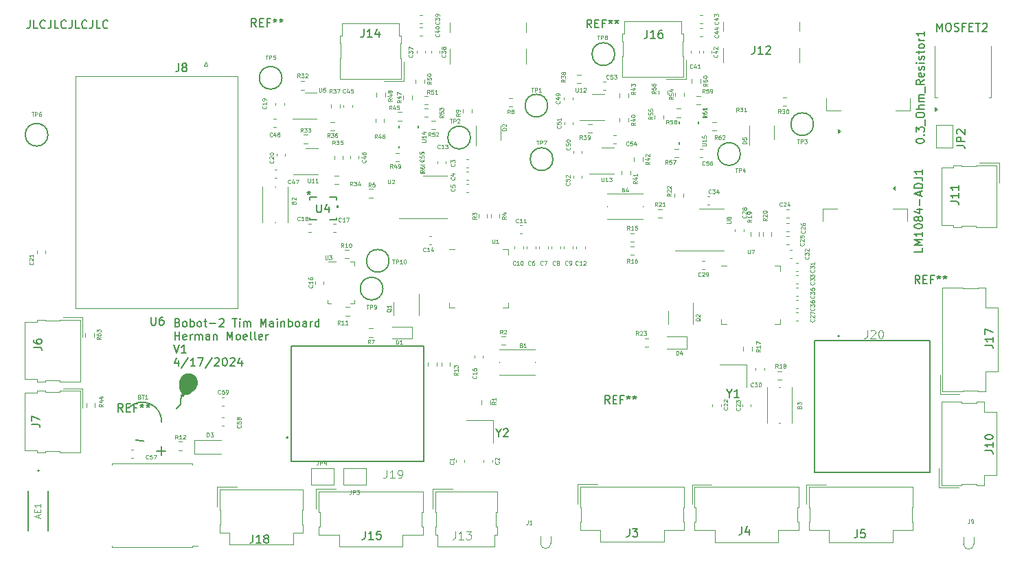
<source format=gbr>
%TF.GenerationSoftware,KiCad,Pcbnew,8.0.0*%
%TF.CreationDate,2024-04-26T20:31:40-04:00*%
%TF.ProjectId,Main board,4d61696e-2062-46f6-9172-642e6b696361,rev?*%
%TF.SameCoordinates,Original*%
%TF.FileFunction,Legend,Top*%
%TF.FilePolarity,Positive*%
%FSLAX46Y46*%
G04 Gerber Fmt 4.6, Leading zero omitted, Abs format (unit mm)*
G04 Created by KiCad (PCBNEW 8.0.0) date 2024-04-26 20:31:40*
%MOMM*%
%LPD*%
G01*
G04 APERTURE LIST*
%ADD10C,0.150000*%
%ADD11C,0.125000*%
%ADD12C,0.100000*%
%ADD13C,0.120000*%
%ADD14C,0.152400*%
%ADD15C,0.000000*%
%ADD16C,0.127000*%
%ADD17C,0.200000*%
%ADD18C,0.182463*%
%ADD19C,0.002645*%
G04 APERTURE END LIST*
D10*
X58229693Y-53987819D02*
X58229693Y-54702104D01*
X58229693Y-54702104D02*
X58182074Y-54844961D01*
X58182074Y-54844961D02*
X58086836Y-54940200D01*
X58086836Y-54940200D02*
X57943979Y-54987819D01*
X57943979Y-54987819D02*
X57848741Y-54987819D01*
X59182074Y-54987819D02*
X58705884Y-54987819D01*
X58705884Y-54987819D02*
X58705884Y-53987819D01*
X60086836Y-54892580D02*
X60039217Y-54940200D01*
X60039217Y-54940200D02*
X59896360Y-54987819D01*
X59896360Y-54987819D02*
X59801122Y-54987819D01*
X59801122Y-54987819D02*
X59658265Y-54940200D01*
X59658265Y-54940200D02*
X59563027Y-54844961D01*
X59563027Y-54844961D02*
X59515408Y-54749723D01*
X59515408Y-54749723D02*
X59467789Y-54559247D01*
X59467789Y-54559247D02*
X59467789Y-54416390D01*
X59467789Y-54416390D02*
X59515408Y-54225914D01*
X59515408Y-54225914D02*
X59563027Y-54130676D01*
X59563027Y-54130676D02*
X59658265Y-54035438D01*
X59658265Y-54035438D02*
X59801122Y-53987819D01*
X59801122Y-53987819D02*
X59896360Y-53987819D01*
X59896360Y-53987819D02*
X60039217Y-54035438D01*
X60039217Y-54035438D02*
X60086836Y-54083057D01*
X60801122Y-53987819D02*
X60801122Y-54702104D01*
X60801122Y-54702104D02*
X60753503Y-54844961D01*
X60753503Y-54844961D02*
X60658265Y-54940200D01*
X60658265Y-54940200D02*
X60515408Y-54987819D01*
X60515408Y-54987819D02*
X60420170Y-54987819D01*
X61753503Y-54987819D02*
X61277313Y-54987819D01*
X61277313Y-54987819D02*
X61277313Y-53987819D01*
X62658265Y-54892580D02*
X62610646Y-54940200D01*
X62610646Y-54940200D02*
X62467789Y-54987819D01*
X62467789Y-54987819D02*
X62372551Y-54987819D01*
X62372551Y-54987819D02*
X62229694Y-54940200D01*
X62229694Y-54940200D02*
X62134456Y-54844961D01*
X62134456Y-54844961D02*
X62086837Y-54749723D01*
X62086837Y-54749723D02*
X62039218Y-54559247D01*
X62039218Y-54559247D02*
X62039218Y-54416390D01*
X62039218Y-54416390D02*
X62086837Y-54225914D01*
X62086837Y-54225914D02*
X62134456Y-54130676D01*
X62134456Y-54130676D02*
X62229694Y-54035438D01*
X62229694Y-54035438D02*
X62372551Y-53987819D01*
X62372551Y-53987819D02*
X62467789Y-53987819D01*
X62467789Y-53987819D02*
X62610646Y-54035438D01*
X62610646Y-54035438D02*
X62658265Y-54083057D01*
X63372551Y-53987819D02*
X63372551Y-54702104D01*
X63372551Y-54702104D02*
X63324932Y-54844961D01*
X63324932Y-54844961D02*
X63229694Y-54940200D01*
X63229694Y-54940200D02*
X63086837Y-54987819D01*
X63086837Y-54987819D02*
X62991599Y-54987819D01*
X64324932Y-54987819D02*
X63848742Y-54987819D01*
X63848742Y-54987819D02*
X63848742Y-53987819D01*
X65229694Y-54892580D02*
X65182075Y-54940200D01*
X65182075Y-54940200D02*
X65039218Y-54987819D01*
X65039218Y-54987819D02*
X64943980Y-54987819D01*
X64943980Y-54987819D02*
X64801123Y-54940200D01*
X64801123Y-54940200D02*
X64705885Y-54844961D01*
X64705885Y-54844961D02*
X64658266Y-54749723D01*
X64658266Y-54749723D02*
X64610647Y-54559247D01*
X64610647Y-54559247D02*
X64610647Y-54416390D01*
X64610647Y-54416390D02*
X64658266Y-54225914D01*
X64658266Y-54225914D02*
X64705885Y-54130676D01*
X64705885Y-54130676D02*
X64801123Y-54035438D01*
X64801123Y-54035438D02*
X64943980Y-53987819D01*
X64943980Y-53987819D02*
X65039218Y-53987819D01*
X65039218Y-53987819D02*
X65182075Y-54035438D01*
X65182075Y-54035438D02*
X65229694Y-54083057D01*
X65943980Y-53987819D02*
X65943980Y-54702104D01*
X65943980Y-54702104D02*
X65896361Y-54844961D01*
X65896361Y-54844961D02*
X65801123Y-54940200D01*
X65801123Y-54940200D02*
X65658266Y-54987819D01*
X65658266Y-54987819D02*
X65563028Y-54987819D01*
X66896361Y-54987819D02*
X66420171Y-54987819D01*
X66420171Y-54987819D02*
X66420171Y-53987819D01*
X67801123Y-54892580D02*
X67753504Y-54940200D01*
X67753504Y-54940200D02*
X67610647Y-54987819D01*
X67610647Y-54987819D02*
X67515409Y-54987819D01*
X67515409Y-54987819D02*
X67372552Y-54940200D01*
X67372552Y-54940200D02*
X67277314Y-54844961D01*
X67277314Y-54844961D02*
X67229695Y-54749723D01*
X67229695Y-54749723D02*
X67182076Y-54559247D01*
X67182076Y-54559247D02*
X67182076Y-54416390D01*
X67182076Y-54416390D02*
X67229695Y-54225914D01*
X67229695Y-54225914D02*
X67277314Y-54130676D01*
X67277314Y-54130676D02*
X67372552Y-54035438D01*
X67372552Y-54035438D02*
X67515409Y-53987819D01*
X67515409Y-53987819D02*
X67610647Y-53987819D01*
X67610647Y-53987819D02*
X67753504Y-54035438D01*
X67753504Y-54035438D02*
X67801123Y-54083057D01*
X76420112Y-91266177D02*
X76562969Y-91313796D01*
X76562969Y-91313796D02*
X76610588Y-91361415D01*
X76610588Y-91361415D02*
X76658207Y-91456653D01*
X76658207Y-91456653D02*
X76658207Y-91599510D01*
X76658207Y-91599510D02*
X76610588Y-91694748D01*
X76610588Y-91694748D02*
X76562969Y-91742368D01*
X76562969Y-91742368D02*
X76467731Y-91789987D01*
X76467731Y-91789987D02*
X76086779Y-91789987D01*
X76086779Y-91789987D02*
X76086779Y-90789987D01*
X76086779Y-90789987D02*
X76420112Y-90789987D01*
X76420112Y-90789987D02*
X76515350Y-90837606D01*
X76515350Y-90837606D02*
X76562969Y-90885225D01*
X76562969Y-90885225D02*
X76610588Y-90980463D01*
X76610588Y-90980463D02*
X76610588Y-91075701D01*
X76610588Y-91075701D02*
X76562969Y-91170939D01*
X76562969Y-91170939D02*
X76515350Y-91218558D01*
X76515350Y-91218558D02*
X76420112Y-91266177D01*
X76420112Y-91266177D02*
X76086779Y-91266177D01*
X77229636Y-91789987D02*
X77134398Y-91742368D01*
X77134398Y-91742368D02*
X77086779Y-91694748D01*
X77086779Y-91694748D02*
X77039160Y-91599510D01*
X77039160Y-91599510D02*
X77039160Y-91313796D01*
X77039160Y-91313796D02*
X77086779Y-91218558D01*
X77086779Y-91218558D02*
X77134398Y-91170939D01*
X77134398Y-91170939D02*
X77229636Y-91123320D01*
X77229636Y-91123320D02*
X77372493Y-91123320D01*
X77372493Y-91123320D02*
X77467731Y-91170939D01*
X77467731Y-91170939D02*
X77515350Y-91218558D01*
X77515350Y-91218558D02*
X77562969Y-91313796D01*
X77562969Y-91313796D02*
X77562969Y-91599510D01*
X77562969Y-91599510D02*
X77515350Y-91694748D01*
X77515350Y-91694748D02*
X77467731Y-91742368D01*
X77467731Y-91742368D02*
X77372493Y-91789987D01*
X77372493Y-91789987D02*
X77229636Y-91789987D01*
X77991541Y-91789987D02*
X77991541Y-90789987D01*
X77991541Y-91170939D02*
X78086779Y-91123320D01*
X78086779Y-91123320D02*
X78277255Y-91123320D01*
X78277255Y-91123320D02*
X78372493Y-91170939D01*
X78372493Y-91170939D02*
X78420112Y-91218558D01*
X78420112Y-91218558D02*
X78467731Y-91313796D01*
X78467731Y-91313796D02*
X78467731Y-91599510D01*
X78467731Y-91599510D02*
X78420112Y-91694748D01*
X78420112Y-91694748D02*
X78372493Y-91742368D01*
X78372493Y-91742368D02*
X78277255Y-91789987D01*
X78277255Y-91789987D02*
X78086779Y-91789987D01*
X78086779Y-91789987D02*
X77991541Y-91742368D01*
X79039160Y-91789987D02*
X78943922Y-91742368D01*
X78943922Y-91742368D02*
X78896303Y-91694748D01*
X78896303Y-91694748D02*
X78848684Y-91599510D01*
X78848684Y-91599510D02*
X78848684Y-91313796D01*
X78848684Y-91313796D02*
X78896303Y-91218558D01*
X78896303Y-91218558D02*
X78943922Y-91170939D01*
X78943922Y-91170939D02*
X79039160Y-91123320D01*
X79039160Y-91123320D02*
X79182017Y-91123320D01*
X79182017Y-91123320D02*
X79277255Y-91170939D01*
X79277255Y-91170939D02*
X79324874Y-91218558D01*
X79324874Y-91218558D02*
X79372493Y-91313796D01*
X79372493Y-91313796D02*
X79372493Y-91599510D01*
X79372493Y-91599510D02*
X79324874Y-91694748D01*
X79324874Y-91694748D02*
X79277255Y-91742368D01*
X79277255Y-91742368D02*
X79182017Y-91789987D01*
X79182017Y-91789987D02*
X79039160Y-91789987D01*
X79658208Y-91123320D02*
X80039160Y-91123320D01*
X79801065Y-90789987D02*
X79801065Y-91647129D01*
X79801065Y-91647129D02*
X79848684Y-91742368D01*
X79848684Y-91742368D02*
X79943922Y-91789987D01*
X79943922Y-91789987D02*
X80039160Y-91789987D01*
X80372494Y-91409034D02*
X81134399Y-91409034D01*
X81562970Y-90885225D02*
X81610589Y-90837606D01*
X81610589Y-90837606D02*
X81705827Y-90789987D01*
X81705827Y-90789987D02*
X81943922Y-90789987D01*
X81943922Y-90789987D02*
X82039160Y-90837606D01*
X82039160Y-90837606D02*
X82086779Y-90885225D01*
X82086779Y-90885225D02*
X82134398Y-90980463D01*
X82134398Y-90980463D02*
X82134398Y-91075701D01*
X82134398Y-91075701D02*
X82086779Y-91218558D01*
X82086779Y-91218558D02*
X81515351Y-91789987D01*
X81515351Y-91789987D02*
X82134398Y-91789987D01*
X83182018Y-90789987D02*
X83753446Y-90789987D01*
X83467732Y-91789987D02*
X83467732Y-90789987D01*
X84086780Y-91789987D02*
X84086780Y-91123320D01*
X84086780Y-90789987D02*
X84039161Y-90837606D01*
X84039161Y-90837606D02*
X84086780Y-90885225D01*
X84086780Y-90885225D02*
X84134399Y-90837606D01*
X84134399Y-90837606D02*
X84086780Y-90789987D01*
X84086780Y-90789987D02*
X84086780Y-90885225D01*
X84562970Y-91789987D02*
X84562970Y-91123320D01*
X84562970Y-91218558D02*
X84610589Y-91170939D01*
X84610589Y-91170939D02*
X84705827Y-91123320D01*
X84705827Y-91123320D02*
X84848684Y-91123320D01*
X84848684Y-91123320D02*
X84943922Y-91170939D01*
X84943922Y-91170939D02*
X84991541Y-91266177D01*
X84991541Y-91266177D02*
X84991541Y-91789987D01*
X84991541Y-91266177D02*
X85039160Y-91170939D01*
X85039160Y-91170939D02*
X85134398Y-91123320D01*
X85134398Y-91123320D02*
X85277255Y-91123320D01*
X85277255Y-91123320D02*
X85372494Y-91170939D01*
X85372494Y-91170939D02*
X85420113Y-91266177D01*
X85420113Y-91266177D02*
X85420113Y-91789987D01*
X86658208Y-91789987D02*
X86658208Y-90789987D01*
X86658208Y-90789987D02*
X86991541Y-91504272D01*
X86991541Y-91504272D02*
X87324874Y-90789987D01*
X87324874Y-90789987D02*
X87324874Y-91789987D01*
X88229636Y-91789987D02*
X88229636Y-91266177D01*
X88229636Y-91266177D02*
X88182017Y-91170939D01*
X88182017Y-91170939D02*
X88086779Y-91123320D01*
X88086779Y-91123320D02*
X87896303Y-91123320D01*
X87896303Y-91123320D02*
X87801065Y-91170939D01*
X88229636Y-91742368D02*
X88134398Y-91789987D01*
X88134398Y-91789987D02*
X87896303Y-91789987D01*
X87896303Y-91789987D02*
X87801065Y-91742368D01*
X87801065Y-91742368D02*
X87753446Y-91647129D01*
X87753446Y-91647129D02*
X87753446Y-91551891D01*
X87753446Y-91551891D02*
X87801065Y-91456653D01*
X87801065Y-91456653D02*
X87896303Y-91409034D01*
X87896303Y-91409034D02*
X88134398Y-91409034D01*
X88134398Y-91409034D02*
X88229636Y-91361415D01*
X88705827Y-91789987D02*
X88705827Y-91123320D01*
X88705827Y-90789987D02*
X88658208Y-90837606D01*
X88658208Y-90837606D02*
X88705827Y-90885225D01*
X88705827Y-90885225D02*
X88753446Y-90837606D01*
X88753446Y-90837606D02*
X88705827Y-90789987D01*
X88705827Y-90789987D02*
X88705827Y-90885225D01*
X89182017Y-91123320D02*
X89182017Y-91789987D01*
X89182017Y-91218558D02*
X89229636Y-91170939D01*
X89229636Y-91170939D02*
X89324874Y-91123320D01*
X89324874Y-91123320D02*
X89467731Y-91123320D01*
X89467731Y-91123320D02*
X89562969Y-91170939D01*
X89562969Y-91170939D02*
X89610588Y-91266177D01*
X89610588Y-91266177D02*
X89610588Y-91789987D01*
X90086779Y-91789987D02*
X90086779Y-90789987D01*
X90086779Y-91170939D02*
X90182017Y-91123320D01*
X90182017Y-91123320D02*
X90372493Y-91123320D01*
X90372493Y-91123320D02*
X90467731Y-91170939D01*
X90467731Y-91170939D02*
X90515350Y-91218558D01*
X90515350Y-91218558D02*
X90562969Y-91313796D01*
X90562969Y-91313796D02*
X90562969Y-91599510D01*
X90562969Y-91599510D02*
X90515350Y-91694748D01*
X90515350Y-91694748D02*
X90467731Y-91742368D01*
X90467731Y-91742368D02*
X90372493Y-91789987D01*
X90372493Y-91789987D02*
X90182017Y-91789987D01*
X90182017Y-91789987D02*
X90086779Y-91742368D01*
X91134398Y-91789987D02*
X91039160Y-91742368D01*
X91039160Y-91742368D02*
X90991541Y-91694748D01*
X90991541Y-91694748D02*
X90943922Y-91599510D01*
X90943922Y-91599510D02*
X90943922Y-91313796D01*
X90943922Y-91313796D02*
X90991541Y-91218558D01*
X90991541Y-91218558D02*
X91039160Y-91170939D01*
X91039160Y-91170939D02*
X91134398Y-91123320D01*
X91134398Y-91123320D02*
X91277255Y-91123320D01*
X91277255Y-91123320D02*
X91372493Y-91170939D01*
X91372493Y-91170939D02*
X91420112Y-91218558D01*
X91420112Y-91218558D02*
X91467731Y-91313796D01*
X91467731Y-91313796D02*
X91467731Y-91599510D01*
X91467731Y-91599510D02*
X91420112Y-91694748D01*
X91420112Y-91694748D02*
X91372493Y-91742368D01*
X91372493Y-91742368D02*
X91277255Y-91789987D01*
X91277255Y-91789987D02*
X91134398Y-91789987D01*
X92324874Y-91789987D02*
X92324874Y-91266177D01*
X92324874Y-91266177D02*
X92277255Y-91170939D01*
X92277255Y-91170939D02*
X92182017Y-91123320D01*
X92182017Y-91123320D02*
X91991541Y-91123320D01*
X91991541Y-91123320D02*
X91896303Y-91170939D01*
X92324874Y-91742368D02*
X92229636Y-91789987D01*
X92229636Y-91789987D02*
X91991541Y-91789987D01*
X91991541Y-91789987D02*
X91896303Y-91742368D01*
X91896303Y-91742368D02*
X91848684Y-91647129D01*
X91848684Y-91647129D02*
X91848684Y-91551891D01*
X91848684Y-91551891D02*
X91896303Y-91456653D01*
X91896303Y-91456653D02*
X91991541Y-91409034D01*
X91991541Y-91409034D02*
X92229636Y-91409034D01*
X92229636Y-91409034D02*
X92324874Y-91361415D01*
X92801065Y-91789987D02*
X92801065Y-91123320D01*
X92801065Y-91313796D02*
X92848684Y-91218558D01*
X92848684Y-91218558D02*
X92896303Y-91170939D01*
X92896303Y-91170939D02*
X92991541Y-91123320D01*
X92991541Y-91123320D02*
X93086779Y-91123320D01*
X93848684Y-91789987D02*
X93848684Y-90789987D01*
X93848684Y-91742368D02*
X93753446Y-91789987D01*
X93753446Y-91789987D02*
X93562970Y-91789987D01*
X93562970Y-91789987D02*
X93467732Y-91742368D01*
X93467732Y-91742368D02*
X93420113Y-91694748D01*
X93420113Y-91694748D02*
X93372494Y-91599510D01*
X93372494Y-91599510D02*
X93372494Y-91313796D01*
X93372494Y-91313796D02*
X93420113Y-91218558D01*
X93420113Y-91218558D02*
X93467732Y-91170939D01*
X93467732Y-91170939D02*
X93562970Y-91123320D01*
X93562970Y-91123320D02*
X93753446Y-91123320D01*
X93753446Y-91123320D02*
X93848684Y-91170939D01*
X76086779Y-93399931D02*
X76086779Y-92399931D01*
X76086779Y-92876121D02*
X76658207Y-92876121D01*
X76658207Y-93399931D02*
X76658207Y-92399931D01*
X77515350Y-93352312D02*
X77420112Y-93399931D01*
X77420112Y-93399931D02*
X77229636Y-93399931D01*
X77229636Y-93399931D02*
X77134398Y-93352312D01*
X77134398Y-93352312D02*
X77086779Y-93257073D01*
X77086779Y-93257073D02*
X77086779Y-92876121D01*
X77086779Y-92876121D02*
X77134398Y-92780883D01*
X77134398Y-92780883D02*
X77229636Y-92733264D01*
X77229636Y-92733264D02*
X77420112Y-92733264D01*
X77420112Y-92733264D02*
X77515350Y-92780883D01*
X77515350Y-92780883D02*
X77562969Y-92876121D01*
X77562969Y-92876121D02*
X77562969Y-92971359D01*
X77562969Y-92971359D02*
X77086779Y-93066597D01*
X77991541Y-93399931D02*
X77991541Y-92733264D01*
X77991541Y-92923740D02*
X78039160Y-92828502D01*
X78039160Y-92828502D02*
X78086779Y-92780883D01*
X78086779Y-92780883D02*
X78182017Y-92733264D01*
X78182017Y-92733264D02*
X78277255Y-92733264D01*
X78610589Y-93399931D02*
X78610589Y-92733264D01*
X78610589Y-92828502D02*
X78658208Y-92780883D01*
X78658208Y-92780883D02*
X78753446Y-92733264D01*
X78753446Y-92733264D02*
X78896303Y-92733264D01*
X78896303Y-92733264D02*
X78991541Y-92780883D01*
X78991541Y-92780883D02*
X79039160Y-92876121D01*
X79039160Y-92876121D02*
X79039160Y-93399931D01*
X79039160Y-92876121D02*
X79086779Y-92780883D01*
X79086779Y-92780883D02*
X79182017Y-92733264D01*
X79182017Y-92733264D02*
X79324874Y-92733264D01*
X79324874Y-92733264D02*
X79420113Y-92780883D01*
X79420113Y-92780883D02*
X79467732Y-92876121D01*
X79467732Y-92876121D02*
X79467732Y-93399931D01*
X80372493Y-93399931D02*
X80372493Y-92876121D01*
X80372493Y-92876121D02*
X80324874Y-92780883D01*
X80324874Y-92780883D02*
X80229636Y-92733264D01*
X80229636Y-92733264D02*
X80039160Y-92733264D01*
X80039160Y-92733264D02*
X79943922Y-92780883D01*
X80372493Y-93352312D02*
X80277255Y-93399931D01*
X80277255Y-93399931D02*
X80039160Y-93399931D01*
X80039160Y-93399931D02*
X79943922Y-93352312D01*
X79943922Y-93352312D02*
X79896303Y-93257073D01*
X79896303Y-93257073D02*
X79896303Y-93161835D01*
X79896303Y-93161835D02*
X79943922Y-93066597D01*
X79943922Y-93066597D02*
X80039160Y-93018978D01*
X80039160Y-93018978D02*
X80277255Y-93018978D01*
X80277255Y-93018978D02*
X80372493Y-92971359D01*
X80848684Y-92733264D02*
X80848684Y-93399931D01*
X80848684Y-92828502D02*
X80896303Y-92780883D01*
X80896303Y-92780883D02*
X80991541Y-92733264D01*
X80991541Y-92733264D02*
X81134398Y-92733264D01*
X81134398Y-92733264D02*
X81229636Y-92780883D01*
X81229636Y-92780883D02*
X81277255Y-92876121D01*
X81277255Y-92876121D02*
X81277255Y-93399931D01*
X82515351Y-93399931D02*
X82515351Y-92399931D01*
X82515351Y-92399931D02*
X82848684Y-93114216D01*
X82848684Y-93114216D02*
X83182017Y-92399931D01*
X83182017Y-92399931D02*
X83182017Y-93399931D01*
X83801065Y-93399931D02*
X83705827Y-93352312D01*
X83705827Y-93352312D02*
X83658208Y-93304692D01*
X83658208Y-93304692D02*
X83610589Y-93209454D01*
X83610589Y-93209454D02*
X83610589Y-92923740D01*
X83610589Y-92923740D02*
X83658208Y-92828502D01*
X83658208Y-92828502D02*
X83705827Y-92780883D01*
X83705827Y-92780883D02*
X83801065Y-92733264D01*
X83801065Y-92733264D02*
X83943922Y-92733264D01*
X83943922Y-92733264D02*
X84039160Y-92780883D01*
X84039160Y-92780883D02*
X84086779Y-92828502D01*
X84086779Y-92828502D02*
X84134398Y-92923740D01*
X84134398Y-92923740D02*
X84134398Y-93209454D01*
X84134398Y-93209454D02*
X84086779Y-93304692D01*
X84086779Y-93304692D02*
X84039160Y-93352312D01*
X84039160Y-93352312D02*
X83943922Y-93399931D01*
X83943922Y-93399931D02*
X83801065Y-93399931D01*
X84943922Y-93352312D02*
X84848684Y-93399931D01*
X84848684Y-93399931D02*
X84658208Y-93399931D01*
X84658208Y-93399931D02*
X84562970Y-93352312D01*
X84562970Y-93352312D02*
X84515351Y-93257073D01*
X84515351Y-93257073D02*
X84515351Y-92876121D01*
X84515351Y-92876121D02*
X84562970Y-92780883D01*
X84562970Y-92780883D02*
X84658208Y-92733264D01*
X84658208Y-92733264D02*
X84848684Y-92733264D01*
X84848684Y-92733264D02*
X84943922Y-92780883D01*
X84943922Y-92780883D02*
X84991541Y-92876121D01*
X84991541Y-92876121D02*
X84991541Y-92971359D01*
X84991541Y-92971359D02*
X84515351Y-93066597D01*
X85562970Y-93399931D02*
X85467732Y-93352312D01*
X85467732Y-93352312D02*
X85420113Y-93257073D01*
X85420113Y-93257073D02*
X85420113Y-92399931D01*
X86086780Y-93399931D02*
X85991542Y-93352312D01*
X85991542Y-93352312D02*
X85943923Y-93257073D01*
X85943923Y-93257073D02*
X85943923Y-92399931D01*
X86848685Y-93352312D02*
X86753447Y-93399931D01*
X86753447Y-93399931D02*
X86562971Y-93399931D01*
X86562971Y-93399931D02*
X86467733Y-93352312D01*
X86467733Y-93352312D02*
X86420114Y-93257073D01*
X86420114Y-93257073D02*
X86420114Y-92876121D01*
X86420114Y-92876121D02*
X86467733Y-92780883D01*
X86467733Y-92780883D02*
X86562971Y-92733264D01*
X86562971Y-92733264D02*
X86753447Y-92733264D01*
X86753447Y-92733264D02*
X86848685Y-92780883D01*
X86848685Y-92780883D02*
X86896304Y-92876121D01*
X86896304Y-92876121D02*
X86896304Y-92971359D01*
X86896304Y-92971359D02*
X86420114Y-93066597D01*
X87324876Y-93399931D02*
X87324876Y-92733264D01*
X87324876Y-92923740D02*
X87372495Y-92828502D01*
X87372495Y-92828502D02*
X87420114Y-92780883D01*
X87420114Y-92780883D02*
X87515352Y-92733264D01*
X87515352Y-92733264D02*
X87610590Y-92733264D01*
X75943922Y-94009875D02*
X76277255Y-95009875D01*
X76277255Y-95009875D02*
X76610588Y-94009875D01*
X77467731Y-95009875D02*
X76896303Y-95009875D01*
X77182017Y-95009875D02*
X77182017Y-94009875D01*
X77182017Y-94009875D02*
X77086779Y-94152732D01*
X77086779Y-94152732D02*
X76991541Y-94247970D01*
X76991541Y-94247970D02*
X76896303Y-94295589D01*
X76515350Y-95953152D02*
X76515350Y-96619819D01*
X76277255Y-95572200D02*
X76039160Y-96286485D01*
X76039160Y-96286485D02*
X76658207Y-96286485D01*
X77753445Y-95572200D02*
X76896303Y-96857914D01*
X78610588Y-96619819D02*
X78039160Y-96619819D01*
X78324874Y-96619819D02*
X78324874Y-95619819D01*
X78324874Y-95619819D02*
X78229636Y-95762676D01*
X78229636Y-95762676D02*
X78134398Y-95857914D01*
X78134398Y-95857914D02*
X78039160Y-95905533D01*
X78943922Y-95619819D02*
X79610588Y-95619819D01*
X79610588Y-95619819D02*
X79182017Y-96619819D01*
X80705826Y-95572200D02*
X79848684Y-96857914D01*
X80991541Y-95715057D02*
X81039160Y-95667438D01*
X81039160Y-95667438D02*
X81134398Y-95619819D01*
X81134398Y-95619819D02*
X81372493Y-95619819D01*
X81372493Y-95619819D02*
X81467731Y-95667438D01*
X81467731Y-95667438D02*
X81515350Y-95715057D01*
X81515350Y-95715057D02*
X81562969Y-95810295D01*
X81562969Y-95810295D02*
X81562969Y-95905533D01*
X81562969Y-95905533D02*
X81515350Y-96048390D01*
X81515350Y-96048390D02*
X80943922Y-96619819D01*
X80943922Y-96619819D02*
X81562969Y-96619819D01*
X82182017Y-95619819D02*
X82277255Y-95619819D01*
X82277255Y-95619819D02*
X82372493Y-95667438D01*
X82372493Y-95667438D02*
X82420112Y-95715057D01*
X82420112Y-95715057D02*
X82467731Y-95810295D01*
X82467731Y-95810295D02*
X82515350Y-96000771D01*
X82515350Y-96000771D02*
X82515350Y-96238866D01*
X82515350Y-96238866D02*
X82467731Y-96429342D01*
X82467731Y-96429342D02*
X82420112Y-96524580D01*
X82420112Y-96524580D02*
X82372493Y-96572200D01*
X82372493Y-96572200D02*
X82277255Y-96619819D01*
X82277255Y-96619819D02*
X82182017Y-96619819D01*
X82182017Y-96619819D02*
X82086779Y-96572200D01*
X82086779Y-96572200D02*
X82039160Y-96524580D01*
X82039160Y-96524580D02*
X81991541Y-96429342D01*
X81991541Y-96429342D02*
X81943922Y-96238866D01*
X81943922Y-96238866D02*
X81943922Y-96000771D01*
X81943922Y-96000771D02*
X81991541Y-95810295D01*
X81991541Y-95810295D02*
X82039160Y-95715057D01*
X82039160Y-95715057D02*
X82086779Y-95667438D01*
X82086779Y-95667438D02*
X82182017Y-95619819D01*
X82896303Y-95715057D02*
X82943922Y-95667438D01*
X82943922Y-95667438D02*
X83039160Y-95619819D01*
X83039160Y-95619819D02*
X83277255Y-95619819D01*
X83277255Y-95619819D02*
X83372493Y-95667438D01*
X83372493Y-95667438D02*
X83420112Y-95715057D01*
X83420112Y-95715057D02*
X83467731Y-95810295D01*
X83467731Y-95810295D02*
X83467731Y-95905533D01*
X83467731Y-95905533D02*
X83420112Y-96048390D01*
X83420112Y-96048390D02*
X82848684Y-96619819D01*
X82848684Y-96619819D02*
X83467731Y-96619819D01*
X84324874Y-95953152D02*
X84324874Y-96619819D01*
X84086779Y-95572200D02*
X83848684Y-96286485D01*
X83848684Y-96286485D02*
X84467731Y-96286485D01*
D11*
X128666952Y-73384809D02*
X128666952Y-73789571D01*
X128666952Y-73789571D02*
X128690762Y-73837190D01*
X128690762Y-73837190D02*
X128714571Y-73861000D01*
X128714571Y-73861000D02*
X128762190Y-73884809D01*
X128762190Y-73884809D02*
X128857428Y-73884809D01*
X128857428Y-73884809D02*
X128905047Y-73861000D01*
X128905047Y-73861000D02*
X128928857Y-73837190D01*
X128928857Y-73837190D02*
X128952666Y-73789571D01*
X128952666Y-73789571D02*
X128952666Y-73384809D01*
X129452667Y-73884809D02*
X129166953Y-73884809D01*
X129309810Y-73884809D02*
X129309810Y-73384809D01*
X129309810Y-73384809D02*
X129262191Y-73456238D01*
X129262191Y-73456238D02*
X129214572Y-73503857D01*
X129214572Y-73503857D02*
X129166953Y-73527666D01*
X129619333Y-73384809D02*
X129928857Y-73384809D01*
X129928857Y-73384809D02*
X129762190Y-73575285D01*
X129762190Y-73575285D02*
X129833619Y-73575285D01*
X129833619Y-73575285D02*
X129881238Y-73599095D01*
X129881238Y-73599095D02*
X129905047Y-73622904D01*
X129905047Y-73622904D02*
X129928857Y-73670523D01*
X129928857Y-73670523D02*
X129928857Y-73789571D01*
X129928857Y-73789571D02*
X129905047Y-73837190D01*
X129905047Y-73837190D02*
X129881238Y-73861000D01*
X129881238Y-73861000D02*
X129833619Y-73884809D01*
X129833619Y-73884809D02*
X129690762Y-73884809D01*
X129690762Y-73884809D02*
X129643143Y-73861000D01*
X129643143Y-73861000D02*
X129619333Y-73837190D01*
X148224809Y-94571428D02*
X147986714Y-94738094D01*
X148224809Y-94857142D02*
X147724809Y-94857142D01*
X147724809Y-94857142D02*
X147724809Y-94666666D01*
X147724809Y-94666666D02*
X147748619Y-94619047D01*
X147748619Y-94619047D02*
X147772428Y-94595237D01*
X147772428Y-94595237D02*
X147820047Y-94571428D01*
X147820047Y-94571428D02*
X147891476Y-94571428D01*
X147891476Y-94571428D02*
X147939095Y-94595237D01*
X147939095Y-94595237D02*
X147962904Y-94619047D01*
X147962904Y-94619047D02*
X147986714Y-94666666D01*
X147986714Y-94666666D02*
X147986714Y-94857142D01*
X148224809Y-94095237D02*
X148224809Y-94380951D01*
X148224809Y-94238094D02*
X147724809Y-94238094D01*
X147724809Y-94238094D02*
X147796238Y-94285713D01*
X147796238Y-94285713D02*
X147843857Y-94333332D01*
X147843857Y-94333332D02*
X147867666Y-94380951D01*
X147724809Y-93928571D02*
X147724809Y-93595238D01*
X147724809Y-93595238D02*
X148224809Y-93809523D01*
X125491952Y-62335809D02*
X125491952Y-62740571D01*
X125491952Y-62740571D02*
X125515762Y-62788190D01*
X125515762Y-62788190D02*
X125539571Y-62812000D01*
X125539571Y-62812000D02*
X125587190Y-62835809D01*
X125587190Y-62835809D02*
X125682428Y-62835809D01*
X125682428Y-62835809D02*
X125730047Y-62812000D01*
X125730047Y-62812000D02*
X125753857Y-62788190D01*
X125753857Y-62788190D02*
X125777666Y-62740571D01*
X125777666Y-62740571D02*
X125777666Y-62335809D01*
X126277667Y-62835809D02*
X125991953Y-62835809D01*
X126134810Y-62835809D02*
X126134810Y-62335809D01*
X126134810Y-62335809D02*
X126087191Y-62407238D01*
X126087191Y-62407238D02*
X126039572Y-62454857D01*
X126039572Y-62454857D02*
X125991953Y-62478666D01*
X126468143Y-62383428D02*
X126491952Y-62359619D01*
X126491952Y-62359619D02*
X126539571Y-62335809D01*
X126539571Y-62335809D02*
X126658619Y-62335809D01*
X126658619Y-62335809D02*
X126706238Y-62359619D01*
X126706238Y-62359619D02*
X126730047Y-62383428D01*
X126730047Y-62383428D02*
X126753857Y-62431047D01*
X126753857Y-62431047D02*
X126753857Y-62478666D01*
X126753857Y-62478666D02*
X126730047Y-62550095D01*
X126730047Y-62550095D02*
X126444333Y-62835809D01*
X126444333Y-62835809D02*
X126753857Y-62835809D01*
X99570190Y-71209428D02*
X99594000Y-71233237D01*
X99594000Y-71233237D02*
X99617809Y-71304666D01*
X99617809Y-71304666D02*
X99617809Y-71352285D01*
X99617809Y-71352285D02*
X99594000Y-71423713D01*
X99594000Y-71423713D02*
X99546380Y-71471332D01*
X99546380Y-71471332D02*
X99498761Y-71495142D01*
X99498761Y-71495142D02*
X99403523Y-71518951D01*
X99403523Y-71518951D02*
X99332095Y-71518951D01*
X99332095Y-71518951D02*
X99236857Y-71495142D01*
X99236857Y-71495142D02*
X99189238Y-71471332D01*
X99189238Y-71471332D02*
X99141619Y-71423713D01*
X99141619Y-71423713D02*
X99117809Y-71352285D01*
X99117809Y-71352285D02*
X99117809Y-71304666D01*
X99117809Y-71304666D02*
X99141619Y-71233237D01*
X99141619Y-71233237D02*
X99165428Y-71209428D01*
X99284476Y-70780856D02*
X99617809Y-70780856D01*
X99094000Y-70899904D02*
X99451142Y-71018951D01*
X99451142Y-71018951D02*
X99451142Y-70709428D01*
X99117809Y-70304666D02*
X99117809Y-70399904D01*
X99117809Y-70399904D02*
X99141619Y-70447523D01*
X99141619Y-70447523D02*
X99165428Y-70471333D01*
X99165428Y-70471333D02*
X99236857Y-70518952D01*
X99236857Y-70518952D02*
X99332095Y-70542761D01*
X99332095Y-70542761D02*
X99522571Y-70542761D01*
X99522571Y-70542761D02*
X99570190Y-70518952D01*
X99570190Y-70518952D02*
X99594000Y-70495142D01*
X99594000Y-70495142D02*
X99617809Y-70447523D01*
X99617809Y-70447523D02*
X99617809Y-70352285D01*
X99617809Y-70352285D02*
X99594000Y-70304666D01*
X99594000Y-70304666D02*
X99570190Y-70280857D01*
X99570190Y-70280857D02*
X99522571Y-70257047D01*
X99522571Y-70257047D02*
X99403523Y-70257047D01*
X99403523Y-70257047D02*
X99355904Y-70280857D01*
X99355904Y-70280857D02*
X99332095Y-70304666D01*
X99332095Y-70304666D02*
X99308285Y-70352285D01*
X99308285Y-70352285D02*
X99308285Y-70447523D01*
X99308285Y-70447523D02*
X99332095Y-70495142D01*
X99332095Y-70495142D02*
X99355904Y-70518952D01*
X99355904Y-70518952D02*
X99403523Y-70542761D01*
X146685047Y-82274809D02*
X146685047Y-82679571D01*
X146685047Y-82679571D02*
X146708857Y-82727190D01*
X146708857Y-82727190D02*
X146732666Y-82751000D01*
X146732666Y-82751000D02*
X146780285Y-82774809D01*
X146780285Y-82774809D02*
X146875523Y-82774809D01*
X146875523Y-82774809D02*
X146923142Y-82751000D01*
X146923142Y-82751000D02*
X146946952Y-82727190D01*
X146946952Y-82727190D02*
X146970761Y-82679571D01*
X146970761Y-82679571D02*
X146970761Y-82274809D01*
X147161238Y-82274809D02*
X147494571Y-82274809D01*
X147494571Y-82274809D02*
X147280286Y-82774809D01*
X87253048Y-58311809D02*
X87538762Y-58311809D01*
X87395905Y-58811809D02*
X87395905Y-58311809D01*
X87705428Y-58811809D02*
X87705428Y-58311809D01*
X87705428Y-58311809D02*
X87895904Y-58311809D01*
X87895904Y-58311809D02*
X87943523Y-58335619D01*
X87943523Y-58335619D02*
X87967333Y-58359428D01*
X87967333Y-58359428D02*
X87991142Y-58407047D01*
X87991142Y-58407047D02*
X87991142Y-58478476D01*
X87991142Y-58478476D02*
X87967333Y-58526095D01*
X87967333Y-58526095D02*
X87943523Y-58549904D01*
X87943523Y-58549904D02*
X87895904Y-58573714D01*
X87895904Y-58573714D02*
X87705428Y-58573714D01*
X88443523Y-58311809D02*
X88205428Y-58311809D01*
X88205428Y-58311809D02*
X88181619Y-58549904D01*
X88181619Y-58549904D02*
X88205428Y-58526095D01*
X88205428Y-58526095D02*
X88253047Y-58502285D01*
X88253047Y-58502285D02*
X88372095Y-58502285D01*
X88372095Y-58502285D02*
X88419714Y-58526095D01*
X88419714Y-58526095D02*
X88443523Y-58549904D01*
X88443523Y-58549904D02*
X88467333Y-58597523D01*
X88467333Y-58597523D02*
X88467333Y-58716571D01*
X88467333Y-58716571D02*
X88443523Y-58764190D01*
X88443523Y-58764190D02*
X88419714Y-58788000D01*
X88419714Y-58788000D02*
X88372095Y-58811809D01*
X88372095Y-58811809D02*
X88253047Y-58811809D01*
X88253047Y-58811809D02*
X88205428Y-58788000D01*
X88205428Y-58788000D02*
X88181619Y-58764190D01*
X96892571Y-81992809D02*
X96725905Y-81754714D01*
X96606857Y-81992809D02*
X96606857Y-81492809D01*
X96606857Y-81492809D02*
X96797333Y-81492809D01*
X96797333Y-81492809D02*
X96844952Y-81516619D01*
X96844952Y-81516619D02*
X96868762Y-81540428D01*
X96868762Y-81540428D02*
X96892571Y-81588047D01*
X96892571Y-81588047D02*
X96892571Y-81659476D01*
X96892571Y-81659476D02*
X96868762Y-81707095D01*
X96868762Y-81707095D02*
X96844952Y-81730904D01*
X96844952Y-81730904D02*
X96797333Y-81754714D01*
X96797333Y-81754714D02*
X96606857Y-81754714D01*
X97368762Y-81992809D02*
X97083048Y-81992809D01*
X97225905Y-81992809D02*
X97225905Y-81492809D01*
X97225905Y-81492809D02*
X97178286Y-81564238D01*
X97178286Y-81564238D02*
X97130667Y-81611857D01*
X97130667Y-81611857D02*
X97083048Y-81635666D01*
X97678285Y-81492809D02*
X97725904Y-81492809D01*
X97725904Y-81492809D02*
X97773523Y-81516619D01*
X97773523Y-81516619D02*
X97797333Y-81540428D01*
X97797333Y-81540428D02*
X97821142Y-81588047D01*
X97821142Y-81588047D02*
X97844952Y-81683285D01*
X97844952Y-81683285D02*
X97844952Y-81802333D01*
X97844952Y-81802333D02*
X97821142Y-81897571D01*
X97821142Y-81897571D02*
X97797333Y-81945190D01*
X97797333Y-81945190D02*
X97773523Y-81969000D01*
X97773523Y-81969000D02*
X97725904Y-81992809D01*
X97725904Y-81992809D02*
X97678285Y-81992809D01*
X97678285Y-81992809D02*
X97630666Y-81969000D01*
X97630666Y-81969000D02*
X97606857Y-81945190D01*
X97606857Y-81945190D02*
X97583047Y-81897571D01*
X97583047Y-81897571D02*
X97559238Y-81802333D01*
X97559238Y-81802333D02*
X97559238Y-81683285D01*
X97559238Y-81683285D02*
X97583047Y-81588047D01*
X97583047Y-81588047D02*
X97606857Y-81540428D01*
X97606857Y-81540428D02*
X97630666Y-81516619D01*
X97630666Y-81516619D02*
X97678285Y-81492809D01*
X123494190Y-63948428D02*
X123518000Y-63972237D01*
X123518000Y-63972237D02*
X123541809Y-64043666D01*
X123541809Y-64043666D02*
X123541809Y-64091285D01*
X123541809Y-64091285D02*
X123518000Y-64162713D01*
X123518000Y-64162713D02*
X123470380Y-64210332D01*
X123470380Y-64210332D02*
X123422761Y-64234142D01*
X123422761Y-64234142D02*
X123327523Y-64257951D01*
X123327523Y-64257951D02*
X123256095Y-64257951D01*
X123256095Y-64257951D02*
X123160857Y-64234142D01*
X123160857Y-64234142D02*
X123113238Y-64210332D01*
X123113238Y-64210332D02*
X123065619Y-64162713D01*
X123065619Y-64162713D02*
X123041809Y-64091285D01*
X123041809Y-64091285D02*
X123041809Y-64043666D01*
X123041809Y-64043666D02*
X123065619Y-63972237D01*
X123065619Y-63972237D02*
X123089428Y-63948428D01*
X123208476Y-63519856D02*
X123541809Y-63519856D01*
X123018000Y-63638904D02*
X123375142Y-63757951D01*
X123375142Y-63757951D02*
X123375142Y-63448428D01*
X123541809Y-63234142D02*
X123541809Y-63138904D01*
X123541809Y-63138904D02*
X123518000Y-63091285D01*
X123518000Y-63091285D02*
X123494190Y-63067476D01*
X123494190Y-63067476D02*
X123422761Y-63019857D01*
X123422761Y-63019857D02*
X123327523Y-62996047D01*
X123327523Y-62996047D02*
X123137047Y-62996047D01*
X123137047Y-62996047D02*
X123089428Y-63019857D01*
X123089428Y-63019857D02*
X123065619Y-63043666D01*
X123065619Y-63043666D02*
X123041809Y-63091285D01*
X123041809Y-63091285D02*
X123041809Y-63186523D01*
X123041809Y-63186523D02*
X123065619Y-63234142D01*
X123065619Y-63234142D02*
X123089428Y-63257952D01*
X123089428Y-63257952D02*
X123137047Y-63281761D01*
X123137047Y-63281761D02*
X123256095Y-63281761D01*
X123256095Y-63281761D02*
X123303714Y-63257952D01*
X123303714Y-63257952D02*
X123327523Y-63234142D01*
X123327523Y-63234142D02*
X123351333Y-63186523D01*
X123351333Y-63186523D02*
X123351333Y-63091285D01*
X123351333Y-63091285D02*
X123327523Y-63043666D01*
X123327523Y-63043666D02*
X123303714Y-63019857D01*
X123303714Y-63019857D02*
X123256095Y-62996047D01*
X90347571Y-74091190D02*
X90323762Y-74115000D01*
X90323762Y-74115000D02*
X90252333Y-74138809D01*
X90252333Y-74138809D02*
X90204714Y-74138809D01*
X90204714Y-74138809D02*
X90133286Y-74115000D01*
X90133286Y-74115000D02*
X90085667Y-74067380D01*
X90085667Y-74067380D02*
X90061857Y-74019761D01*
X90061857Y-74019761D02*
X90038048Y-73924523D01*
X90038048Y-73924523D02*
X90038048Y-73853095D01*
X90038048Y-73853095D02*
X90061857Y-73757857D01*
X90061857Y-73757857D02*
X90085667Y-73710238D01*
X90085667Y-73710238D02*
X90133286Y-73662619D01*
X90133286Y-73662619D02*
X90204714Y-73638809D01*
X90204714Y-73638809D02*
X90252333Y-73638809D01*
X90252333Y-73638809D02*
X90323762Y-73662619D01*
X90323762Y-73662619D02*
X90347571Y-73686428D01*
X90776143Y-73805476D02*
X90776143Y-74138809D01*
X90657095Y-73615000D02*
X90538048Y-73972142D01*
X90538048Y-73972142D02*
X90847571Y-73972142D01*
X90990428Y-73638809D02*
X91323761Y-73638809D01*
X91323761Y-73638809D02*
X91109476Y-74138809D01*
X123621190Y-66996428D02*
X123645000Y-67020237D01*
X123645000Y-67020237D02*
X123668809Y-67091666D01*
X123668809Y-67091666D02*
X123668809Y-67139285D01*
X123668809Y-67139285D02*
X123645000Y-67210713D01*
X123645000Y-67210713D02*
X123597380Y-67258332D01*
X123597380Y-67258332D02*
X123549761Y-67282142D01*
X123549761Y-67282142D02*
X123454523Y-67305951D01*
X123454523Y-67305951D02*
X123383095Y-67305951D01*
X123383095Y-67305951D02*
X123287857Y-67282142D01*
X123287857Y-67282142D02*
X123240238Y-67258332D01*
X123240238Y-67258332D02*
X123192619Y-67210713D01*
X123192619Y-67210713D02*
X123168809Y-67139285D01*
X123168809Y-67139285D02*
X123168809Y-67091666D01*
X123168809Y-67091666D02*
X123192619Y-67020237D01*
X123192619Y-67020237D02*
X123216428Y-66996428D01*
X123168809Y-66544047D02*
X123168809Y-66782142D01*
X123168809Y-66782142D02*
X123406904Y-66805951D01*
X123406904Y-66805951D02*
X123383095Y-66782142D01*
X123383095Y-66782142D02*
X123359285Y-66734523D01*
X123359285Y-66734523D02*
X123359285Y-66615475D01*
X123359285Y-66615475D02*
X123383095Y-66567856D01*
X123383095Y-66567856D02*
X123406904Y-66544047D01*
X123406904Y-66544047D02*
X123454523Y-66520237D01*
X123454523Y-66520237D02*
X123573571Y-66520237D01*
X123573571Y-66520237D02*
X123621190Y-66544047D01*
X123621190Y-66544047D02*
X123645000Y-66567856D01*
X123645000Y-66567856D02*
X123668809Y-66615475D01*
X123668809Y-66615475D02*
X123668809Y-66734523D01*
X123668809Y-66734523D02*
X123645000Y-66782142D01*
X123645000Y-66782142D02*
X123621190Y-66805951D01*
X123668809Y-66044047D02*
X123668809Y-66329761D01*
X123668809Y-66186904D02*
X123168809Y-66186904D01*
X123168809Y-66186904D02*
X123240238Y-66234523D01*
X123240238Y-66234523D02*
X123287857Y-66282142D01*
X123287857Y-66282142D02*
X123311666Y-66329761D01*
X93853047Y-62335809D02*
X93853047Y-62740571D01*
X93853047Y-62740571D02*
X93876857Y-62788190D01*
X93876857Y-62788190D02*
X93900666Y-62812000D01*
X93900666Y-62812000D02*
X93948285Y-62835809D01*
X93948285Y-62835809D02*
X94043523Y-62835809D01*
X94043523Y-62835809D02*
X94091142Y-62812000D01*
X94091142Y-62812000D02*
X94114952Y-62788190D01*
X94114952Y-62788190D02*
X94138761Y-62740571D01*
X94138761Y-62740571D02*
X94138761Y-62335809D01*
X94614952Y-62335809D02*
X94376857Y-62335809D01*
X94376857Y-62335809D02*
X94353048Y-62573904D01*
X94353048Y-62573904D02*
X94376857Y-62550095D01*
X94376857Y-62550095D02*
X94424476Y-62526285D01*
X94424476Y-62526285D02*
X94543524Y-62526285D01*
X94543524Y-62526285D02*
X94591143Y-62550095D01*
X94591143Y-62550095D02*
X94614952Y-62573904D01*
X94614952Y-62573904D02*
X94638762Y-62621523D01*
X94638762Y-62621523D02*
X94638762Y-62740571D01*
X94638762Y-62740571D02*
X94614952Y-62788190D01*
X94614952Y-62788190D02*
X94591143Y-62812000D01*
X94591143Y-62812000D02*
X94543524Y-62835809D01*
X94543524Y-62835809D02*
X94424476Y-62835809D01*
X94424476Y-62835809D02*
X94376857Y-62812000D01*
X94376857Y-62812000D02*
X94353048Y-62788190D01*
D10*
X85690476Y-117454819D02*
X85690476Y-118169104D01*
X85690476Y-118169104D02*
X85642857Y-118311961D01*
X85642857Y-118311961D02*
X85547619Y-118407200D01*
X85547619Y-118407200D02*
X85404762Y-118454819D01*
X85404762Y-118454819D02*
X85309524Y-118454819D01*
X86690476Y-118454819D02*
X86119048Y-118454819D01*
X86404762Y-118454819D02*
X86404762Y-117454819D01*
X86404762Y-117454819D02*
X86309524Y-117597676D01*
X86309524Y-117597676D02*
X86214286Y-117692914D01*
X86214286Y-117692914D02*
X86119048Y-117740533D01*
X87261905Y-117883390D02*
X87166667Y-117835771D01*
X87166667Y-117835771D02*
X87119048Y-117788152D01*
X87119048Y-117788152D02*
X87071429Y-117692914D01*
X87071429Y-117692914D02*
X87071429Y-117645295D01*
X87071429Y-117645295D02*
X87119048Y-117550057D01*
X87119048Y-117550057D02*
X87166667Y-117502438D01*
X87166667Y-117502438D02*
X87261905Y-117454819D01*
X87261905Y-117454819D02*
X87452381Y-117454819D01*
X87452381Y-117454819D02*
X87547619Y-117502438D01*
X87547619Y-117502438D02*
X87595238Y-117550057D01*
X87595238Y-117550057D02*
X87642857Y-117645295D01*
X87642857Y-117645295D02*
X87642857Y-117692914D01*
X87642857Y-117692914D02*
X87595238Y-117788152D01*
X87595238Y-117788152D02*
X87547619Y-117835771D01*
X87547619Y-117835771D02*
X87452381Y-117883390D01*
X87452381Y-117883390D02*
X87261905Y-117883390D01*
X87261905Y-117883390D02*
X87166667Y-117931009D01*
X87166667Y-117931009D02*
X87119048Y-117978628D01*
X87119048Y-117978628D02*
X87071429Y-118073866D01*
X87071429Y-118073866D02*
X87071429Y-118264342D01*
X87071429Y-118264342D02*
X87119048Y-118359580D01*
X87119048Y-118359580D02*
X87166667Y-118407200D01*
X87166667Y-118407200D02*
X87261905Y-118454819D01*
X87261905Y-118454819D02*
X87452381Y-118454819D01*
X87452381Y-118454819D02*
X87547619Y-118407200D01*
X87547619Y-118407200D02*
X87595238Y-118359580D01*
X87595238Y-118359580D02*
X87642857Y-118264342D01*
X87642857Y-118264342D02*
X87642857Y-118073866D01*
X87642857Y-118073866D02*
X87595238Y-117978628D01*
X87595238Y-117978628D02*
X87547619Y-117931009D01*
X87547619Y-117931009D02*
X87452381Y-117883390D01*
D11*
X93748333Y-108312809D02*
X93748333Y-108669952D01*
X93748333Y-108669952D02*
X93724524Y-108741380D01*
X93724524Y-108741380D02*
X93676905Y-108789000D01*
X93676905Y-108789000D02*
X93605476Y-108812809D01*
X93605476Y-108812809D02*
X93557857Y-108812809D01*
X93986428Y-108812809D02*
X93986428Y-108312809D01*
X93986428Y-108312809D02*
X94176904Y-108312809D01*
X94176904Y-108312809D02*
X94224523Y-108336619D01*
X94224523Y-108336619D02*
X94248333Y-108360428D01*
X94248333Y-108360428D02*
X94272142Y-108408047D01*
X94272142Y-108408047D02*
X94272142Y-108479476D01*
X94272142Y-108479476D02*
X94248333Y-108527095D01*
X94248333Y-108527095D02*
X94224523Y-108550904D01*
X94224523Y-108550904D02*
X94176904Y-108574714D01*
X94176904Y-108574714D02*
X93986428Y-108574714D01*
X94700714Y-108479476D02*
X94700714Y-108812809D01*
X94581666Y-108289000D02*
X94462619Y-108646142D01*
X94462619Y-108646142D02*
X94772142Y-108646142D01*
X154863190Y-90872428D02*
X154887000Y-90896237D01*
X154887000Y-90896237D02*
X154910809Y-90967666D01*
X154910809Y-90967666D02*
X154910809Y-91015285D01*
X154910809Y-91015285D02*
X154887000Y-91086713D01*
X154887000Y-91086713D02*
X154839380Y-91134332D01*
X154839380Y-91134332D02*
X154791761Y-91158142D01*
X154791761Y-91158142D02*
X154696523Y-91181951D01*
X154696523Y-91181951D02*
X154625095Y-91181951D01*
X154625095Y-91181951D02*
X154529857Y-91158142D01*
X154529857Y-91158142D02*
X154482238Y-91134332D01*
X154482238Y-91134332D02*
X154434619Y-91086713D01*
X154434619Y-91086713D02*
X154410809Y-91015285D01*
X154410809Y-91015285D02*
X154410809Y-90967666D01*
X154410809Y-90967666D02*
X154434619Y-90896237D01*
X154434619Y-90896237D02*
X154458428Y-90872428D01*
X154458428Y-90681951D02*
X154434619Y-90658142D01*
X154434619Y-90658142D02*
X154410809Y-90610523D01*
X154410809Y-90610523D02*
X154410809Y-90491475D01*
X154410809Y-90491475D02*
X154434619Y-90443856D01*
X154434619Y-90443856D02*
X154458428Y-90420047D01*
X154458428Y-90420047D02*
X154506047Y-90396237D01*
X154506047Y-90396237D02*
X154553666Y-90396237D01*
X154553666Y-90396237D02*
X154625095Y-90420047D01*
X154625095Y-90420047D02*
X154910809Y-90705761D01*
X154910809Y-90705761D02*
X154910809Y-90396237D01*
X154410809Y-90229571D02*
X154410809Y-89896238D01*
X154410809Y-89896238D02*
X154910809Y-90110523D01*
D10*
X127444666Y-54914819D02*
X127111333Y-54438628D01*
X126873238Y-54914819D02*
X126873238Y-53914819D01*
X126873238Y-53914819D02*
X127254190Y-53914819D01*
X127254190Y-53914819D02*
X127349428Y-53962438D01*
X127349428Y-53962438D02*
X127397047Y-54010057D01*
X127397047Y-54010057D02*
X127444666Y-54105295D01*
X127444666Y-54105295D02*
X127444666Y-54248152D01*
X127444666Y-54248152D02*
X127397047Y-54343390D01*
X127397047Y-54343390D02*
X127349428Y-54391009D01*
X127349428Y-54391009D02*
X127254190Y-54438628D01*
X127254190Y-54438628D02*
X126873238Y-54438628D01*
X127873238Y-54391009D02*
X128206571Y-54391009D01*
X128349428Y-54914819D02*
X127873238Y-54914819D01*
X127873238Y-54914819D02*
X127873238Y-53914819D01*
X127873238Y-53914819D02*
X128349428Y-53914819D01*
X129111333Y-54391009D02*
X128778000Y-54391009D01*
X128778000Y-54914819D02*
X128778000Y-53914819D01*
X128778000Y-53914819D02*
X129254190Y-53914819D01*
X129778000Y-53914819D02*
X129778000Y-54152914D01*
X129539905Y-54057676D02*
X129778000Y-54152914D01*
X129778000Y-54152914D02*
X130016095Y-54057676D01*
X129635143Y-54343390D02*
X129778000Y-54152914D01*
X129778000Y-54152914D02*
X129920857Y-54343390D01*
X130539905Y-53914819D02*
X130539905Y-54152914D01*
X130301810Y-54057676D02*
X130539905Y-54152914D01*
X130539905Y-54152914D02*
X130778000Y-54057676D01*
X130397048Y-54343390D02*
X130539905Y-54152914D01*
X130539905Y-54152914D02*
X130682762Y-54343390D01*
D11*
X141410571Y-62962809D02*
X141243905Y-62724714D01*
X141124857Y-62962809D02*
X141124857Y-62462809D01*
X141124857Y-62462809D02*
X141315333Y-62462809D01*
X141315333Y-62462809D02*
X141362952Y-62486619D01*
X141362952Y-62486619D02*
X141386762Y-62510428D01*
X141386762Y-62510428D02*
X141410571Y-62558047D01*
X141410571Y-62558047D02*
X141410571Y-62629476D01*
X141410571Y-62629476D02*
X141386762Y-62677095D01*
X141386762Y-62677095D02*
X141362952Y-62700904D01*
X141362952Y-62700904D02*
X141315333Y-62724714D01*
X141315333Y-62724714D02*
X141124857Y-62724714D01*
X141862952Y-62462809D02*
X141624857Y-62462809D01*
X141624857Y-62462809D02*
X141601048Y-62700904D01*
X141601048Y-62700904D02*
X141624857Y-62677095D01*
X141624857Y-62677095D02*
X141672476Y-62653285D01*
X141672476Y-62653285D02*
X141791524Y-62653285D01*
X141791524Y-62653285D02*
X141839143Y-62677095D01*
X141839143Y-62677095D02*
X141862952Y-62700904D01*
X141862952Y-62700904D02*
X141886762Y-62748523D01*
X141886762Y-62748523D02*
X141886762Y-62867571D01*
X141886762Y-62867571D02*
X141862952Y-62915190D01*
X141862952Y-62915190D02*
X141839143Y-62939000D01*
X141839143Y-62939000D02*
X141791524Y-62962809D01*
X141791524Y-62962809D02*
X141672476Y-62962809D01*
X141672476Y-62962809D02*
X141624857Y-62939000D01*
X141624857Y-62939000D02*
X141601048Y-62915190D01*
X142124857Y-62962809D02*
X142220095Y-62962809D01*
X142220095Y-62962809D02*
X142267714Y-62939000D01*
X142267714Y-62939000D02*
X142291523Y-62915190D01*
X142291523Y-62915190D02*
X142339142Y-62843761D01*
X142339142Y-62843761D02*
X142362952Y-62748523D01*
X142362952Y-62748523D02*
X142362952Y-62558047D01*
X142362952Y-62558047D02*
X142339142Y-62510428D01*
X142339142Y-62510428D02*
X142315333Y-62486619D01*
X142315333Y-62486619D02*
X142267714Y-62462809D01*
X142267714Y-62462809D02*
X142172476Y-62462809D01*
X142172476Y-62462809D02*
X142124857Y-62486619D01*
X142124857Y-62486619D02*
X142101047Y-62510428D01*
X142101047Y-62510428D02*
X142077238Y-62558047D01*
X142077238Y-62558047D02*
X142077238Y-62677095D01*
X142077238Y-62677095D02*
X142101047Y-62724714D01*
X142101047Y-62724714D02*
X142124857Y-62748523D01*
X142124857Y-62748523D02*
X142172476Y-62772333D01*
X142172476Y-62772333D02*
X142267714Y-62772333D01*
X142267714Y-62772333D02*
X142315333Y-62748523D01*
X142315333Y-62748523D02*
X142339142Y-62724714D01*
X142339142Y-62724714D02*
X142362952Y-62677095D01*
X154863190Y-84776428D02*
X154887000Y-84800237D01*
X154887000Y-84800237D02*
X154910809Y-84871666D01*
X154910809Y-84871666D02*
X154910809Y-84919285D01*
X154910809Y-84919285D02*
X154887000Y-84990713D01*
X154887000Y-84990713D02*
X154839380Y-85038332D01*
X154839380Y-85038332D02*
X154791761Y-85062142D01*
X154791761Y-85062142D02*
X154696523Y-85085951D01*
X154696523Y-85085951D02*
X154625095Y-85085951D01*
X154625095Y-85085951D02*
X154529857Y-85062142D01*
X154529857Y-85062142D02*
X154482238Y-85038332D01*
X154482238Y-85038332D02*
X154434619Y-84990713D01*
X154434619Y-84990713D02*
X154410809Y-84919285D01*
X154410809Y-84919285D02*
X154410809Y-84871666D01*
X154410809Y-84871666D02*
X154434619Y-84800237D01*
X154434619Y-84800237D02*
X154458428Y-84776428D01*
X154410809Y-84609761D02*
X154410809Y-84300237D01*
X154410809Y-84300237D02*
X154601285Y-84466904D01*
X154601285Y-84466904D02*
X154601285Y-84395475D01*
X154601285Y-84395475D02*
X154625095Y-84347856D01*
X154625095Y-84347856D02*
X154648904Y-84324047D01*
X154648904Y-84324047D02*
X154696523Y-84300237D01*
X154696523Y-84300237D02*
X154815571Y-84300237D01*
X154815571Y-84300237D02*
X154863190Y-84324047D01*
X154863190Y-84324047D02*
X154887000Y-84347856D01*
X154887000Y-84347856D02*
X154910809Y-84395475D01*
X154910809Y-84395475D02*
X154910809Y-84538332D01*
X154910809Y-84538332D02*
X154887000Y-84585951D01*
X154887000Y-84585951D02*
X154863190Y-84609761D01*
X154910809Y-83824047D02*
X154910809Y-84109761D01*
X154910809Y-83966904D02*
X154410809Y-83966904D01*
X154410809Y-83966904D02*
X154482238Y-84014523D01*
X154482238Y-84014523D02*
X154529857Y-84062142D01*
X154529857Y-84062142D02*
X154553666Y-84109761D01*
D10*
X93579595Y-76682819D02*
X93579595Y-77492342D01*
X93579595Y-77492342D02*
X93627214Y-77587580D01*
X93627214Y-77587580D02*
X93674833Y-77635200D01*
X93674833Y-77635200D02*
X93770071Y-77682819D01*
X93770071Y-77682819D02*
X93960547Y-77682819D01*
X93960547Y-77682819D02*
X94055785Y-77635200D01*
X94055785Y-77635200D02*
X94103404Y-77587580D01*
X94103404Y-77587580D02*
X94151023Y-77492342D01*
X94151023Y-77492342D02*
X94151023Y-76682819D01*
X95055785Y-77016152D02*
X95055785Y-77682819D01*
X94817690Y-76635200D02*
X94579595Y-77349485D01*
X94579595Y-77349485D02*
X95198642Y-77349485D01*
X92583000Y-75019819D02*
X92583000Y-75257914D01*
X92344905Y-75162676D02*
X92583000Y-75257914D01*
X92583000Y-75257914D02*
X92821095Y-75162676D01*
X92440143Y-75448390D02*
X92583000Y-75257914D01*
X92583000Y-75257914D02*
X92725857Y-75448390D01*
X92583000Y-75019819D02*
X92583000Y-75257914D01*
X92344905Y-75162676D02*
X92583000Y-75257914D01*
X92583000Y-75257914D02*
X92821095Y-75162676D01*
X92440143Y-75448390D02*
X92583000Y-75257914D01*
X92583000Y-75257914D02*
X92725857Y-75448390D01*
D11*
X110968809Y-97476428D02*
X110730714Y-97643094D01*
X110968809Y-97762142D02*
X110468809Y-97762142D01*
X110468809Y-97762142D02*
X110468809Y-97571666D01*
X110468809Y-97571666D02*
X110492619Y-97524047D01*
X110492619Y-97524047D02*
X110516428Y-97500237D01*
X110516428Y-97500237D02*
X110564047Y-97476428D01*
X110564047Y-97476428D02*
X110635476Y-97476428D01*
X110635476Y-97476428D02*
X110683095Y-97500237D01*
X110683095Y-97500237D02*
X110706904Y-97524047D01*
X110706904Y-97524047D02*
X110730714Y-97571666D01*
X110730714Y-97571666D02*
X110730714Y-97762142D01*
X110968809Y-97000237D02*
X110968809Y-97285951D01*
X110968809Y-97143094D02*
X110468809Y-97143094D01*
X110468809Y-97143094D02*
X110540238Y-97190713D01*
X110540238Y-97190713D02*
X110587857Y-97238332D01*
X110587857Y-97238332D02*
X110611666Y-97285951D01*
X110468809Y-96833571D02*
X110468809Y-96524047D01*
X110468809Y-96524047D02*
X110659285Y-96690714D01*
X110659285Y-96690714D02*
X110659285Y-96619285D01*
X110659285Y-96619285D02*
X110683095Y-96571666D01*
X110683095Y-96571666D02*
X110706904Y-96547857D01*
X110706904Y-96547857D02*
X110754523Y-96524047D01*
X110754523Y-96524047D02*
X110873571Y-96524047D01*
X110873571Y-96524047D02*
X110921190Y-96547857D01*
X110921190Y-96547857D02*
X110945000Y-96571666D01*
X110945000Y-96571666D02*
X110968809Y-96619285D01*
X110968809Y-96619285D02*
X110968809Y-96762142D01*
X110968809Y-96762142D02*
X110945000Y-96809761D01*
X110945000Y-96809761D02*
X110921190Y-96833571D01*
X110540190Y-74759333D02*
X110564000Y-74783142D01*
X110564000Y-74783142D02*
X110587809Y-74854571D01*
X110587809Y-74854571D02*
X110587809Y-74902190D01*
X110587809Y-74902190D02*
X110564000Y-74973618D01*
X110564000Y-74973618D02*
X110516380Y-75021237D01*
X110516380Y-75021237D02*
X110468761Y-75045047D01*
X110468761Y-75045047D02*
X110373523Y-75068856D01*
X110373523Y-75068856D02*
X110302095Y-75068856D01*
X110302095Y-75068856D02*
X110206857Y-75045047D01*
X110206857Y-75045047D02*
X110159238Y-75021237D01*
X110159238Y-75021237D02*
X110111619Y-74973618D01*
X110111619Y-74973618D02*
X110087809Y-74902190D01*
X110087809Y-74902190D02*
X110087809Y-74854571D01*
X110087809Y-74854571D02*
X110111619Y-74783142D01*
X110111619Y-74783142D02*
X110135428Y-74759333D01*
X110087809Y-74306952D02*
X110087809Y-74545047D01*
X110087809Y-74545047D02*
X110325904Y-74568856D01*
X110325904Y-74568856D02*
X110302095Y-74545047D01*
X110302095Y-74545047D02*
X110278285Y-74497428D01*
X110278285Y-74497428D02*
X110278285Y-74378380D01*
X110278285Y-74378380D02*
X110302095Y-74330761D01*
X110302095Y-74330761D02*
X110325904Y-74306952D01*
X110325904Y-74306952D02*
X110373523Y-74283142D01*
X110373523Y-74283142D02*
X110492571Y-74283142D01*
X110492571Y-74283142D02*
X110540190Y-74306952D01*
X110540190Y-74306952D02*
X110564000Y-74330761D01*
X110564000Y-74330761D02*
X110587809Y-74378380D01*
X110587809Y-74378380D02*
X110587809Y-74497428D01*
X110587809Y-74497428D02*
X110564000Y-74545047D01*
X110564000Y-74545047D02*
X110540190Y-74568856D01*
X107628571Y-68296809D02*
X107461905Y-68058714D01*
X107342857Y-68296809D02*
X107342857Y-67796809D01*
X107342857Y-67796809D02*
X107533333Y-67796809D01*
X107533333Y-67796809D02*
X107580952Y-67820619D01*
X107580952Y-67820619D02*
X107604762Y-67844428D01*
X107604762Y-67844428D02*
X107628571Y-67892047D01*
X107628571Y-67892047D02*
X107628571Y-67963476D01*
X107628571Y-67963476D02*
X107604762Y-68011095D01*
X107604762Y-68011095D02*
X107580952Y-68034904D01*
X107580952Y-68034904D02*
X107533333Y-68058714D01*
X107533333Y-68058714D02*
X107342857Y-68058714D01*
X108080952Y-67796809D02*
X107842857Y-67796809D01*
X107842857Y-67796809D02*
X107819048Y-68034904D01*
X107819048Y-68034904D02*
X107842857Y-68011095D01*
X107842857Y-68011095D02*
X107890476Y-67987285D01*
X107890476Y-67987285D02*
X108009524Y-67987285D01*
X108009524Y-67987285D02*
X108057143Y-68011095D01*
X108057143Y-68011095D02*
X108080952Y-68034904D01*
X108080952Y-68034904D02*
X108104762Y-68082523D01*
X108104762Y-68082523D02*
X108104762Y-68201571D01*
X108104762Y-68201571D02*
X108080952Y-68249190D01*
X108080952Y-68249190D02*
X108057143Y-68273000D01*
X108057143Y-68273000D02*
X108009524Y-68296809D01*
X108009524Y-68296809D02*
X107890476Y-68296809D01*
X107890476Y-68296809D02*
X107842857Y-68273000D01*
X107842857Y-68273000D02*
X107819048Y-68249190D01*
X108295238Y-67844428D02*
X108319047Y-67820619D01*
X108319047Y-67820619D02*
X108366666Y-67796809D01*
X108366666Y-67796809D02*
X108485714Y-67796809D01*
X108485714Y-67796809D02*
X108533333Y-67820619D01*
X108533333Y-67820619D02*
X108557142Y-67844428D01*
X108557142Y-67844428D02*
X108580952Y-67892047D01*
X108580952Y-67892047D02*
X108580952Y-67939666D01*
X108580952Y-67939666D02*
X108557142Y-68011095D01*
X108557142Y-68011095D02*
X108271428Y-68296809D01*
X108271428Y-68296809D02*
X108580952Y-68296809D01*
X150935571Y-76885190D02*
X150911762Y-76909000D01*
X150911762Y-76909000D02*
X150840333Y-76932809D01*
X150840333Y-76932809D02*
X150792714Y-76932809D01*
X150792714Y-76932809D02*
X150721286Y-76909000D01*
X150721286Y-76909000D02*
X150673667Y-76861380D01*
X150673667Y-76861380D02*
X150649857Y-76813761D01*
X150649857Y-76813761D02*
X150626048Y-76718523D01*
X150626048Y-76718523D02*
X150626048Y-76647095D01*
X150626048Y-76647095D02*
X150649857Y-76551857D01*
X150649857Y-76551857D02*
X150673667Y-76504238D01*
X150673667Y-76504238D02*
X150721286Y-76456619D01*
X150721286Y-76456619D02*
X150792714Y-76432809D01*
X150792714Y-76432809D02*
X150840333Y-76432809D01*
X150840333Y-76432809D02*
X150911762Y-76456619D01*
X150911762Y-76456619D02*
X150935571Y-76480428D01*
X151126048Y-76480428D02*
X151149857Y-76456619D01*
X151149857Y-76456619D02*
X151197476Y-76432809D01*
X151197476Y-76432809D02*
X151316524Y-76432809D01*
X151316524Y-76432809D02*
X151364143Y-76456619D01*
X151364143Y-76456619D02*
X151387952Y-76480428D01*
X151387952Y-76480428D02*
X151411762Y-76528047D01*
X151411762Y-76528047D02*
X151411762Y-76575666D01*
X151411762Y-76575666D02*
X151387952Y-76647095D01*
X151387952Y-76647095D02*
X151102238Y-76932809D01*
X151102238Y-76932809D02*
X151411762Y-76932809D01*
X151840333Y-76599476D02*
X151840333Y-76932809D01*
X151721285Y-76409000D02*
X151602238Y-76766142D01*
X151602238Y-76766142D02*
X151911761Y-76766142D01*
X134971809Y-65853428D02*
X134733714Y-66020094D01*
X134971809Y-66139142D02*
X134471809Y-66139142D01*
X134471809Y-66139142D02*
X134471809Y-65948666D01*
X134471809Y-65948666D02*
X134495619Y-65901047D01*
X134495619Y-65901047D02*
X134519428Y-65877237D01*
X134519428Y-65877237D02*
X134567047Y-65853428D01*
X134567047Y-65853428D02*
X134638476Y-65853428D01*
X134638476Y-65853428D02*
X134686095Y-65877237D01*
X134686095Y-65877237D02*
X134709904Y-65901047D01*
X134709904Y-65901047D02*
X134733714Y-65948666D01*
X134733714Y-65948666D02*
X134733714Y-66139142D01*
X134471809Y-65401047D02*
X134471809Y-65639142D01*
X134471809Y-65639142D02*
X134709904Y-65662951D01*
X134709904Y-65662951D02*
X134686095Y-65639142D01*
X134686095Y-65639142D02*
X134662285Y-65591523D01*
X134662285Y-65591523D02*
X134662285Y-65472475D01*
X134662285Y-65472475D02*
X134686095Y-65424856D01*
X134686095Y-65424856D02*
X134709904Y-65401047D01*
X134709904Y-65401047D02*
X134757523Y-65377237D01*
X134757523Y-65377237D02*
X134876571Y-65377237D01*
X134876571Y-65377237D02*
X134924190Y-65401047D01*
X134924190Y-65401047D02*
X134948000Y-65424856D01*
X134948000Y-65424856D02*
X134971809Y-65472475D01*
X134971809Y-65472475D02*
X134971809Y-65591523D01*
X134971809Y-65591523D02*
X134948000Y-65639142D01*
X134948000Y-65639142D02*
X134924190Y-65662951D01*
X134471809Y-64924857D02*
X134471809Y-65162952D01*
X134471809Y-65162952D02*
X134709904Y-65186761D01*
X134709904Y-65186761D02*
X134686095Y-65162952D01*
X134686095Y-65162952D02*
X134662285Y-65115333D01*
X134662285Y-65115333D02*
X134662285Y-64996285D01*
X134662285Y-64996285D02*
X134686095Y-64948666D01*
X134686095Y-64948666D02*
X134709904Y-64924857D01*
X134709904Y-64924857D02*
X134757523Y-64901047D01*
X134757523Y-64901047D02*
X134876571Y-64901047D01*
X134876571Y-64901047D02*
X134924190Y-64924857D01*
X134924190Y-64924857D02*
X134948000Y-64948666D01*
X134948000Y-64948666D02*
X134971809Y-64996285D01*
X134971809Y-64996285D02*
X134971809Y-65115333D01*
X134971809Y-65115333D02*
X134948000Y-65162952D01*
X134948000Y-65162952D02*
X134924190Y-65186761D01*
D10*
X134295476Y-55207819D02*
X134295476Y-55922104D01*
X134295476Y-55922104D02*
X134247857Y-56064961D01*
X134247857Y-56064961D02*
X134152619Y-56160200D01*
X134152619Y-56160200D02*
X134009762Y-56207819D01*
X134009762Y-56207819D02*
X133914524Y-56207819D01*
X135295476Y-56207819D02*
X134724048Y-56207819D01*
X135009762Y-56207819D02*
X135009762Y-55207819D01*
X135009762Y-55207819D02*
X134914524Y-55350676D01*
X134914524Y-55350676D02*
X134819286Y-55445914D01*
X134819286Y-55445914D02*
X134724048Y-55493533D01*
X136152619Y-55207819D02*
X135962143Y-55207819D01*
X135962143Y-55207819D02*
X135866905Y-55255438D01*
X135866905Y-55255438D02*
X135819286Y-55303057D01*
X135819286Y-55303057D02*
X135724048Y-55445914D01*
X135724048Y-55445914D02*
X135676429Y-55636390D01*
X135676429Y-55636390D02*
X135676429Y-56017342D01*
X135676429Y-56017342D02*
X135724048Y-56112580D01*
X135724048Y-56112580D02*
X135771667Y-56160200D01*
X135771667Y-56160200D02*
X135866905Y-56207819D01*
X135866905Y-56207819D02*
X136057381Y-56207819D01*
X136057381Y-56207819D02*
X136152619Y-56160200D01*
X136152619Y-56160200D02*
X136200238Y-56112580D01*
X136200238Y-56112580D02*
X136247857Y-56017342D01*
X136247857Y-56017342D02*
X136247857Y-55779247D01*
X136247857Y-55779247D02*
X136200238Y-55684009D01*
X136200238Y-55684009D02*
X136152619Y-55636390D01*
X136152619Y-55636390D02*
X136057381Y-55588771D01*
X136057381Y-55588771D02*
X135866905Y-55588771D01*
X135866905Y-55588771D02*
X135771667Y-55636390D01*
X135771667Y-55636390D02*
X135724048Y-55684009D01*
X135724048Y-55684009D02*
X135676429Y-55779247D01*
D11*
X117389666Y-65502809D02*
X117223000Y-65264714D01*
X117103952Y-65502809D02*
X117103952Y-65002809D01*
X117103952Y-65002809D02*
X117294428Y-65002809D01*
X117294428Y-65002809D02*
X117342047Y-65026619D01*
X117342047Y-65026619D02*
X117365857Y-65050428D01*
X117365857Y-65050428D02*
X117389666Y-65098047D01*
X117389666Y-65098047D02*
X117389666Y-65169476D01*
X117389666Y-65169476D02*
X117365857Y-65217095D01*
X117365857Y-65217095D02*
X117342047Y-65240904D01*
X117342047Y-65240904D02*
X117294428Y-65264714D01*
X117294428Y-65264714D02*
X117103952Y-65264714D01*
X117675381Y-65217095D02*
X117627762Y-65193285D01*
X117627762Y-65193285D02*
X117603952Y-65169476D01*
X117603952Y-65169476D02*
X117580143Y-65121857D01*
X117580143Y-65121857D02*
X117580143Y-65098047D01*
X117580143Y-65098047D02*
X117603952Y-65050428D01*
X117603952Y-65050428D02*
X117627762Y-65026619D01*
X117627762Y-65026619D02*
X117675381Y-65002809D01*
X117675381Y-65002809D02*
X117770619Y-65002809D01*
X117770619Y-65002809D02*
X117818238Y-65026619D01*
X117818238Y-65026619D02*
X117842047Y-65050428D01*
X117842047Y-65050428D02*
X117865857Y-65098047D01*
X117865857Y-65098047D02*
X117865857Y-65121857D01*
X117865857Y-65121857D02*
X117842047Y-65169476D01*
X117842047Y-65169476D02*
X117818238Y-65193285D01*
X117818238Y-65193285D02*
X117770619Y-65217095D01*
X117770619Y-65217095D02*
X117675381Y-65217095D01*
X117675381Y-65217095D02*
X117627762Y-65240904D01*
X117627762Y-65240904D02*
X117603952Y-65264714D01*
X117603952Y-65264714D02*
X117580143Y-65312333D01*
X117580143Y-65312333D02*
X117580143Y-65407571D01*
X117580143Y-65407571D02*
X117603952Y-65455190D01*
X117603952Y-65455190D02*
X117627762Y-65479000D01*
X117627762Y-65479000D02*
X117675381Y-65502809D01*
X117675381Y-65502809D02*
X117770619Y-65502809D01*
X117770619Y-65502809D02*
X117818238Y-65479000D01*
X117818238Y-65479000D02*
X117842047Y-65455190D01*
X117842047Y-65455190D02*
X117865857Y-65407571D01*
X117865857Y-65407571D02*
X117865857Y-65312333D01*
X117865857Y-65312333D02*
X117842047Y-65264714D01*
X117842047Y-65264714D02*
X117818238Y-65240904D01*
X117818238Y-65240904D02*
X117770619Y-65217095D01*
X121455666Y-84124190D02*
X121431857Y-84148000D01*
X121431857Y-84148000D02*
X121360428Y-84171809D01*
X121360428Y-84171809D02*
X121312809Y-84171809D01*
X121312809Y-84171809D02*
X121241381Y-84148000D01*
X121241381Y-84148000D02*
X121193762Y-84100380D01*
X121193762Y-84100380D02*
X121169952Y-84052761D01*
X121169952Y-84052761D02*
X121146143Y-83957523D01*
X121146143Y-83957523D02*
X121146143Y-83886095D01*
X121146143Y-83886095D02*
X121169952Y-83790857D01*
X121169952Y-83790857D02*
X121193762Y-83743238D01*
X121193762Y-83743238D02*
X121241381Y-83695619D01*
X121241381Y-83695619D02*
X121312809Y-83671809D01*
X121312809Y-83671809D02*
X121360428Y-83671809D01*
X121360428Y-83671809D02*
X121431857Y-83695619D01*
X121431857Y-83695619D02*
X121455666Y-83719428D01*
X121622333Y-83671809D02*
X121955666Y-83671809D01*
X121955666Y-83671809D02*
X121741381Y-84171809D01*
X94615047Y-82996809D02*
X94615047Y-83401571D01*
X94615047Y-83401571D02*
X94638857Y-83449190D01*
X94638857Y-83449190D02*
X94662666Y-83473000D01*
X94662666Y-83473000D02*
X94710285Y-83496809D01*
X94710285Y-83496809D02*
X94805523Y-83496809D01*
X94805523Y-83496809D02*
X94853142Y-83473000D01*
X94853142Y-83473000D02*
X94876952Y-83449190D01*
X94876952Y-83449190D02*
X94900761Y-83401571D01*
X94900761Y-83401571D02*
X94900761Y-82996809D01*
X95091238Y-82996809D02*
X95400762Y-82996809D01*
X95400762Y-82996809D02*
X95234095Y-83187285D01*
X95234095Y-83187285D02*
X95305524Y-83187285D01*
X95305524Y-83187285D02*
X95353143Y-83211095D01*
X95353143Y-83211095D02*
X95376952Y-83234904D01*
X95376952Y-83234904D02*
X95400762Y-83282523D01*
X95400762Y-83282523D02*
X95400762Y-83401571D01*
X95400762Y-83401571D02*
X95376952Y-83449190D01*
X95376952Y-83449190D02*
X95353143Y-83473000D01*
X95353143Y-83473000D02*
X95305524Y-83496809D01*
X95305524Y-83496809D02*
X95162667Y-83496809D01*
X95162667Y-83496809D02*
X95115048Y-83473000D01*
X95115048Y-83473000D02*
X95091238Y-83449190D01*
X87299190Y-64583428D02*
X87323000Y-64607237D01*
X87323000Y-64607237D02*
X87346809Y-64678666D01*
X87346809Y-64678666D02*
X87346809Y-64726285D01*
X87346809Y-64726285D02*
X87323000Y-64797713D01*
X87323000Y-64797713D02*
X87275380Y-64845332D01*
X87275380Y-64845332D02*
X87227761Y-64869142D01*
X87227761Y-64869142D02*
X87132523Y-64892951D01*
X87132523Y-64892951D02*
X87061095Y-64892951D01*
X87061095Y-64892951D02*
X86965857Y-64869142D01*
X86965857Y-64869142D02*
X86918238Y-64845332D01*
X86918238Y-64845332D02*
X86870619Y-64797713D01*
X86870619Y-64797713D02*
X86846809Y-64726285D01*
X86846809Y-64726285D02*
X86846809Y-64678666D01*
X86846809Y-64678666D02*
X86870619Y-64607237D01*
X86870619Y-64607237D02*
X86894428Y-64583428D01*
X87346809Y-64107237D02*
X87346809Y-64392951D01*
X87346809Y-64250094D02*
X86846809Y-64250094D01*
X86846809Y-64250094D02*
X86918238Y-64297713D01*
X86918238Y-64297713D02*
X86965857Y-64345332D01*
X86965857Y-64345332D02*
X86989666Y-64392951D01*
X87346809Y-63869142D02*
X87346809Y-63773904D01*
X87346809Y-63773904D02*
X87323000Y-63726285D01*
X87323000Y-63726285D02*
X87299190Y-63702476D01*
X87299190Y-63702476D02*
X87227761Y-63654857D01*
X87227761Y-63654857D02*
X87132523Y-63631047D01*
X87132523Y-63631047D02*
X86942047Y-63631047D01*
X86942047Y-63631047D02*
X86894428Y-63654857D01*
X86894428Y-63654857D02*
X86870619Y-63678666D01*
X86870619Y-63678666D02*
X86846809Y-63726285D01*
X86846809Y-63726285D02*
X86846809Y-63821523D01*
X86846809Y-63821523D02*
X86870619Y-63869142D01*
X86870619Y-63869142D02*
X86894428Y-63892952D01*
X86894428Y-63892952D02*
X86942047Y-63916761D01*
X86942047Y-63916761D02*
X87061095Y-63916761D01*
X87061095Y-63916761D02*
X87108714Y-63892952D01*
X87108714Y-63892952D02*
X87132523Y-63869142D01*
X87132523Y-63869142D02*
X87156333Y-63821523D01*
X87156333Y-63821523D02*
X87156333Y-63726285D01*
X87156333Y-63726285D02*
X87132523Y-63678666D01*
X87132523Y-63678666D02*
X87108714Y-63654857D01*
X87108714Y-63654857D02*
X87061095Y-63631047D01*
D10*
X160194666Y-116802819D02*
X160194666Y-117517104D01*
X160194666Y-117517104D02*
X160147047Y-117659961D01*
X160147047Y-117659961D02*
X160051809Y-117755200D01*
X160051809Y-117755200D02*
X159908952Y-117802819D01*
X159908952Y-117802819D02*
X159813714Y-117802819D01*
X161147047Y-116802819D02*
X160670857Y-116802819D01*
X160670857Y-116802819D02*
X160623238Y-117279009D01*
X160623238Y-117279009D02*
X160670857Y-117231390D01*
X160670857Y-117231390D02*
X160766095Y-117183771D01*
X160766095Y-117183771D02*
X161004190Y-117183771D01*
X161004190Y-117183771D02*
X161099428Y-117231390D01*
X161099428Y-117231390D02*
X161147047Y-117279009D01*
X161147047Y-117279009D02*
X161194666Y-117374247D01*
X161194666Y-117374247D02*
X161194666Y-117612342D01*
X161194666Y-117612342D02*
X161147047Y-117707580D01*
X161147047Y-117707580D02*
X161099428Y-117755200D01*
X161099428Y-117755200D02*
X161004190Y-117802819D01*
X161004190Y-117802819D02*
X160766095Y-117802819D01*
X160766095Y-117802819D02*
X160670857Y-117755200D01*
X160670857Y-117755200D02*
X160623238Y-117707580D01*
X86094666Y-54787819D02*
X85761333Y-54311628D01*
X85523238Y-54787819D02*
X85523238Y-53787819D01*
X85523238Y-53787819D02*
X85904190Y-53787819D01*
X85904190Y-53787819D02*
X85999428Y-53835438D01*
X85999428Y-53835438D02*
X86047047Y-53883057D01*
X86047047Y-53883057D02*
X86094666Y-53978295D01*
X86094666Y-53978295D02*
X86094666Y-54121152D01*
X86094666Y-54121152D02*
X86047047Y-54216390D01*
X86047047Y-54216390D02*
X85999428Y-54264009D01*
X85999428Y-54264009D02*
X85904190Y-54311628D01*
X85904190Y-54311628D02*
X85523238Y-54311628D01*
X86523238Y-54264009D02*
X86856571Y-54264009D01*
X86999428Y-54787819D02*
X86523238Y-54787819D01*
X86523238Y-54787819D02*
X86523238Y-53787819D01*
X86523238Y-53787819D02*
X86999428Y-53787819D01*
X87761333Y-54264009D02*
X87428000Y-54264009D01*
X87428000Y-54787819D02*
X87428000Y-53787819D01*
X87428000Y-53787819D02*
X87904190Y-53787819D01*
X88428000Y-53787819D02*
X88428000Y-54025914D01*
X88189905Y-53930676D02*
X88428000Y-54025914D01*
X88428000Y-54025914D02*
X88666095Y-53930676D01*
X88285143Y-54216390D02*
X88428000Y-54025914D01*
X88428000Y-54025914D02*
X88570857Y-54216390D01*
X89189905Y-53787819D02*
X89189905Y-54025914D01*
X88951810Y-53930676D02*
X89189905Y-54025914D01*
X89189905Y-54025914D02*
X89428000Y-53930676D01*
X89047048Y-54216390D02*
X89189905Y-54025914D01*
X89189905Y-54025914D02*
X89332762Y-54216390D01*
D11*
X115189047Y-81004809D02*
X115189047Y-81409571D01*
X115189047Y-81409571D02*
X115212857Y-81457190D01*
X115212857Y-81457190D02*
X115236666Y-81481000D01*
X115236666Y-81481000D02*
X115284285Y-81504809D01*
X115284285Y-81504809D02*
X115379523Y-81504809D01*
X115379523Y-81504809D02*
X115427142Y-81481000D01*
X115427142Y-81481000D02*
X115450952Y-81457190D01*
X115450952Y-81457190D02*
X115474761Y-81409571D01*
X115474761Y-81409571D02*
X115474761Y-81004809D01*
X115974762Y-81504809D02*
X115689048Y-81504809D01*
X115831905Y-81504809D02*
X115831905Y-81004809D01*
X115831905Y-81004809D02*
X115784286Y-81076238D01*
X115784286Y-81076238D02*
X115736667Y-81123857D01*
X115736667Y-81123857D02*
X115689048Y-81147666D01*
X109190809Y-65726428D02*
X108952714Y-65893094D01*
X109190809Y-66012142D02*
X108690809Y-66012142D01*
X108690809Y-66012142D02*
X108690809Y-65821666D01*
X108690809Y-65821666D02*
X108714619Y-65774047D01*
X108714619Y-65774047D02*
X108738428Y-65750237D01*
X108738428Y-65750237D02*
X108786047Y-65726428D01*
X108786047Y-65726428D02*
X108857476Y-65726428D01*
X108857476Y-65726428D02*
X108905095Y-65750237D01*
X108905095Y-65750237D02*
X108928904Y-65774047D01*
X108928904Y-65774047D02*
X108952714Y-65821666D01*
X108952714Y-65821666D02*
X108952714Y-66012142D01*
X108690809Y-65274047D02*
X108690809Y-65512142D01*
X108690809Y-65512142D02*
X108928904Y-65535951D01*
X108928904Y-65535951D02*
X108905095Y-65512142D01*
X108905095Y-65512142D02*
X108881285Y-65464523D01*
X108881285Y-65464523D02*
X108881285Y-65345475D01*
X108881285Y-65345475D02*
X108905095Y-65297856D01*
X108905095Y-65297856D02*
X108928904Y-65274047D01*
X108928904Y-65274047D02*
X108976523Y-65250237D01*
X108976523Y-65250237D02*
X109095571Y-65250237D01*
X109095571Y-65250237D02*
X109143190Y-65274047D01*
X109143190Y-65274047D02*
X109167000Y-65297856D01*
X109167000Y-65297856D02*
X109190809Y-65345475D01*
X109190809Y-65345475D02*
X109190809Y-65464523D01*
X109190809Y-65464523D02*
X109167000Y-65512142D01*
X109167000Y-65512142D02*
X109143190Y-65535951D01*
X108690809Y-65083571D02*
X108690809Y-64774047D01*
X108690809Y-64774047D02*
X108881285Y-64940714D01*
X108881285Y-64940714D02*
X108881285Y-64869285D01*
X108881285Y-64869285D02*
X108905095Y-64821666D01*
X108905095Y-64821666D02*
X108928904Y-64797857D01*
X108928904Y-64797857D02*
X108976523Y-64774047D01*
X108976523Y-64774047D02*
X109095571Y-64774047D01*
X109095571Y-64774047D02*
X109143190Y-64797857D01*
X109143190Y-64797857D02*
X109167000Y-64821666D01*
X109167000Y-64821666D02*
X109190809Y-64869285D01*
X109190809Y-64869285D02*
X109190809Y-65012142D01*
X109190809Y-65012142D02*
X109167000Y-65059761D01*
X109167000Y-65059761D02*
X109143190Y-65083571D01*
X95436571Y-62962809D02*
X95269905Y-62724714D01*
X95150857Y-62962809D02*
X95150857Y-62462809D01*
X95150857Y-62462809D02*
X95341333Y-62462809D01*
X95341333Y-62462809D02*
X95388952Y-62486619D01*
X95388952Y-62486619D02*
X95412762Y-62510428D01*
X95412762Y-62510428D02*
X95436571Y-62558047D01*
X95436571Y-62558047D02*
X95436571Y-62629476D01*
X95436571Y-62629476D02*
X95412762Y-62677095D01*
X95412762Y-62677095D02*
X95388952Y-62700904D01*
X95388952Y-62700904D02*
X95341333Y-62724714D01*
X95341333Y-62724714D02*
X95150857Y-62724714D01*
X95603238Y-62462809D02*
X95912762Y-62462809D01*
X95912762Y-62462809D02*
X95746095Y-62653285D01*
X95746095Y-62653285D02*
X95817524Y-62653285D01*
X95817524Y-62653285D02*
X95865143Y-62677095D01*
X95865143Y-62677095D02*
X95888952Y-62700904D01*
X95888952Y-62700904D02*
X95912762Y-62748523D01*
X95912762Y-62748523D02*
X95912762Y-62867571D01*
X95912762Y-62867571D02*
X95888952Y-62915190D01*
X95888952Y-62915190D02*
X95865143Y-62939000D01*
X95865143Y-62939000D02*
X95817524Y-62962809D01*
X95817524Y-62962809D02*
X95674667Y-62962809D01*
X95674667Y-62962809D02*
X95627048Y-62939000D01*
X95627048Y-62939000D02*
X95603238Y-62915190D01*
X96079428Y-62462809D02*
X96412761Y-62462809D01*
X96412761Y-62462809D02*
X96198476Y-62962809D01*
X106742590Y-71136628D02*
X106766400Y-71160437D01*
X106766400Y-71160437D02*
X106790209Y-71231866D01*
X106790209Y-71231866D02*
X106790209Y-71279485D01*
X106790209Y-71279485D02*
X106766400Y-71350913D01*
X106766400Y-71350913D02*
X106718780Y-71398532D01*
X106718780Y-71398532D02*
X106671161Y-71422342D01*
X106671161Y-71422342D02*
X106575923Y-71446151D01*
X106575923Y-71446151D02*
X106504495Y-71446151D01*
X106504495Y-71446151D02*
X106409257Y-71422342D01*
X106409257Y-71422342D02*
X106361638Y-71398532D01*
X106361638Y-71398532D02*
X106314019Y-71350913D01*
X106314019Y-71350913D02*
X106290209Y-71279485D01*
X106290209Y-71279485D02*
X106290209Y-71231866D01*
X106290209Y-71231866D02*
X106314019Y-71160437D01*
X106314019Y-71160437D02*
X106337828Y-71136628D01*
X106290209Y-70684247D02*
X106290209Y-70922342D01*
X106290209Y-70922342D02*
X106528304Y-70946151D01*
X106528304Y-70946151D02*
X106504495Y-70922342D01*
X106504495Y-70922342D02*
X106480685Y-70874723D01*
X106480685Y-70874723D02*
X106480685Y-70755675D01*
X106480685Y-70755675D02*
X106504495Y-70708056D01*
X106504495Y-70708056D02*
X106528304Y-70684247D01*
X106528304Y-70684247D02*
X106575923Y-70660437D01*
X106575923Y-70660437D02*
X106694971Y-70660437D01*
X106694971Y-70660437D02*
X106742590Y-70684247D01*
X106742590Y-70684247D02*
X106766400Y-70708056D01*
X106766400Y-70708056D02*
X106790209Y-70755675D01*
X106790209Y-70755675D02*
X106790209Y-70874723D01*
X106790209Y-70874723D02*
X106766400Y-70922342D01*
X106766400Y-70922342D02*
X106742590Y-70946151D01*
X106290209Y-70208057D02*
X106290209Y-70446152D01*
X106290209Y-70446152D02*
X106528304Y-70469961D01*
X106528304Y-70469961D02*
X106504495Y-70446152D01*
X106504495Y-70446152D02*
X106480685Y-70398533D01*
X106480685Y-70398533D02*
X106480685Y-70279485D01*
X106480685Y-70279485D02*
X106504495Y-70231866D01*
X106504495Y-70231866D02*
X106528304Y-70208057D01*
X106528304Y-70208057D02*
X106575923Y-70184247D01*
X106575923Y-70184247D02*
X106694971Y-70184247D01*
X106694971Y-70184247D02*
X106742590Y-70208057D01*
X106742590Y-70208057D02*
X106766400Y-70231866D01*
X106766400Y-70231866D02*
X106790209Y-70279485D01*
X106790209Y-70279485D02*
X106790209Y-70398533D01*
X106790209Y-70398533D02*
X106766400Y-70446152D01*
X106766400Y-70446152D02*
X106742590Y-70469961D01*
X119594333Y-115675809D02*
X119594333Y-116032952D01*
X119594333Y-116032952D02*
X119570524Y-116104380D01*
X119570524Y-116104380D02*
X119522905Y-116152000D01*
X119522905Y-116152000D02*
X119451476Y-116175809D01*
X119451476Y-116175809D02*
X119403857Y-116175809D01*
X120094333Y-116175809D02*
X119808619Y-116175809D01*
X119951476Y-116175809D02*
X119951476Y-115675809D01*
X119951476Y-115675809D02*
X119903857Y-115747238D01*
X119903857Y-115747238D02*
X119856238Y-115794857D01*
X119856238Y-115794857D02*
X119808619Y-115818666D01*
X135352809Y-62741428D02*
X135114714Y-62908094D01*
X135352809Y-63027142D02*
X134852809Y-63027142D01*
X134852809Y-63027142D02*
X134852809Y-62836666D01*
X134852809Y-62836666D02*
X134876619Y-62789047D01*
X134876619Y-62789047D02*
X134900428Y-62765237D01*
X134900428Y-62765237D02*
X134948047Y-62741428D01*
X134948047Y-62741428D02*
X135019476Y-62741428D01*
X135019476Y-62741428D02*
X135067095Y-62765237D01*
X135067095Y-62765237D02*
X135090904Y-62789047D01*
X135090904Y-62789047D02*
X135114714Y-62836666D01*
X135114714Y-62836666D02*
X135114714Y-63027142D01*
X134852809Y-62289047D02*
X134852809Y-62527142D01*
X134852809Y-62527142D02*
X135090904Y-62550951D01*
X135090904Y-62550951D02*
X135067095Y-62527142D01*
X135067095Y-62527142D02*
X135043285Y-62479523D01*
X135043285Y-62479523D02*
X135043285Y-62360475D01*
X135043285Y-62360475D02*
X135067095Y-62312856D01*
X135067095Y-62312856D02*
X135090904Y-62289047D01*
X135090904Y-62289047D02*
X135138523Y-62265237D01*
X135138523Y-62265237D02*
X135257571Y-62265237D01*
X135257571Y-62265237D02*
X135305190Y-62289047D01*
X135305190Y-62289047D02*
X135329000Y-62312856D01*
X135329000Y-62312856D02*
X135352809Y-62360475D01*
X135352809Y-62360475D02*
X135352809Y-62479523D01*
X135352809Y-62479523D02*
X135329000Y-62527142D01*
X135329000Y-62527142D02*
X135305190Y-62550951D01*
X134852809Y-61836666D02*
X134852809Y-61931904D01*
X134852809Y-61931904D02*
X134876619Y-61979523D01*
X134876619Y-61979523D02*
X134900428Y-62003333D01*
X134900428Y-62003333D02*
X134971857Y-62050952D01*
X134971857Y-62050952D02*
X135067095Y-62074761D01*
X135067095Y-62074761D02*
X135257571Y-62074761D01*
X135257571Y-62074761D02*
X135305190Y-62050952D01*
X135305190Y-62050952D02*
X135329000Y-62027142D01*
X135329000Y-62027142D02*
X135352809Y-61979523D01*
X135352809Y-61979523D02*
X135352809Y-61884285D01*
X135352809Y-61884285D02*
X135329000Y-61836666D01*
X135329000Y-61836666D02*
X135305190Y-61812857D01*
X135305190Y-61812857D02*
X135257571Y-61789047D01*
X135257571Y-61789047D02*
X135138523Y-61789047D01*
X135138523Y-61789047D02*
X135090904Y-61812857D01*
X135090904Y-61812857D02*
X135067095Y-61836666D01*
X135067095Y-61836666D02*
X135043285Y-61884285D01*
X135043285Y-61884285D02*
X135043285Y-61979523D01*
X135043285Y-61979523D02*
X135067095Y-62027142D01*
X135067095Y-62027142D02*
X135090904Y-62050952D01*
X135090904Y-62050952D02*
X135138523Y-62074761D01*
X93014190Y-86641428D02*
X93038000Y-86665237D01*
X93038000Y-86665237D02*
X93061809Y-86736666D01*
X93061809Y-86736666D02*
X93061809Y-86784285D01*
X93061809Y-86784285D02*
X93038000Y-86855713D01*
X93038000Y-86855713D02*
X92990380Y-86903332D01*
X92990380Y-86903332D02*
X92942761Y-86927142D01*
X92942761Y-86927142D02*
X92847523Y-86950951D01*
X92847523Y-86950951D02*
X92776095Y-86950951D01*
X92776095Y-86950951D02*
X92680857Y-86927142D01*
X92680857Y-86927142D02*
X92633238Y-86903332D01*
X92633238Y-86903332D02*
X92585619Y-86855713D01*
X92585619Y-86855713D02*
X92561809Y-86784285D01*
X92561809Y-86784285D02*
X92561809Y-86736666D01*
X92561809Y-86736666D02*
X92585619Y-86665237D01*
X92585619Y-86665237D02*
X92609428Y-86641428D01*
X93061809Y-86165237D02*
X93061809Y-86450951D01*
X93061809Y-86308094D02*
X92561809Y-86308094D01*
X92561809Y-86308094D02*
X92633238Y-86355713D01*
X92633238Y-86355713D02*
X92680857Y-86403332D01*
X92680857Y-86403332D02*
X92704666Y-86450951D01*
X92561809Y-85736666D02*
X92561809Y-85831904D01*
X92561809Y-85831904D02*
X92585619Y-85879523D01*
X92585619Y-85879523D02*
X92609428Y-85903333D01*
X92609428Y-85903333D02*
X92680857Y-85950952D01*
X92680857Y-85950952D02*
X92776095Y-85974761D01*
X92776095Y-85974761D02*
X92966571Y-85974761D01*
X92966571Y-85974761D02*
X93014190Y-85950952D01*
X93014190Y-85950952D02*
X93038000Y-85927142D01*
X93038000Y-85927142D02*
X93061809Y-85879523D01*
X93061809Y-85879523D02*
X93061809Y-85784285D01*
X93061809Y-85784285D02*
X93038000Y-85736666D01*
X93038000Y-85736666D02*
X93014190Y-85712857D01*
X93014190Y-85712857D02*
X92966571Y-85689047D01*
X92966571Y-85689047D02*
X92847523Y-85689047D01*
X92847523Y-85689047D02*
X92799904Y-85712857D01*
X92799904Y-85712857D02*
X92776095Y-85736666D01*
X92776095Y-85736666D02*
X92752285Y-85784285D01*
X92752285Y-85784285D02*
X92752285Y-85879523D01*
X92752285Y-85879523D02*
X92776095Y-85927142D01*
X92776095Y-85927142D02*
X92799904Y-85950952D01*
X92799904Y-85950952D02*
X92847523Y-85974761D01*
D10*
X147558475Y-57168817D02*
X147558475Y-57883102D01*
X147558475Y-57883102D02*
X147510856Y-58025959D01*
X147510856Y-58025959D02*
X147415618Y-58121198D01*
X147415618Y-58121198D02*
X147272761Y-58168817D01*
X147272761Y-58168817D02*
X147177523Y-58168817D01*
X148558475Y-58168817D02*
X147987047Y-58168817D01*
X148272761Y-58168817D02*
X148272761Y-57168817D01*
X148272761Y-57168817D02*
X148177523Y-57311674D01*
X148177523Y-57311674D02*
X148082285Y-57406912D01*
X148082285Y-57406912D02*
X147987047Y-57454531D01*
X148939428Y-57264055D02*
X148987047Y-57216436D01*
X148987047Y-57216436D02*
X149082285Y-57168817D01*
X149082285Y-57168817D02*
X149320380Y-57168817D01*
X149320380Y-57168817D02*
X149415618Y-57216436D01*
X149415618Y-57216436D02*
X149463237Y-57264055D01*
X149463237Y-57264055D02*
X149510856Y-57359293D01*
X149510856Y-57359293D02*
X149510856Y-57454531D01*
X149510856Y-57454531D02*
X149463237Y-57597388D01*
X149463237Y-57597388D02*
X148891809Y-58168817D01*
X148891809Y-58168817D02*
X149510856Y-58168817D01*
D11*
X97794533Y-111956009D02*
X97794533Y-112313152D01*
X97794533Y-112313152D02*
X97770724Y-112384580D01*
X97770724Y-112384580D02*
X97723105Y-112432200D01*
X97723105Y-112432200D02*
X97651676Y-112456009D01*
X97651676Y-112456009D02*
X97604057Y-112456009D01*
X98032628Y-112456009D02*
X98032628Y-111956009D01*
X98032628Y-111956009D02*
X98223104Y-111956009D01*
X98223104Y-111956009D02*
X98270723Y-111979819D01*
X98270723Y-111979819D02*
X98294533Y-112003628D01*
X98294533Y-112003628D02*
X98318342Y-112051247D01*
X98318342Y-112051247D02*
X98318342Y-112122676D01*
X98318342Y-112122676D02*
X98294533Y-112170295D01*
X98294533Y-112170295D02*
X98270723Y-112194104D01*
X98270723Y-112194104D02*
X98223104Y-112217914D01*
X98223104Y-112217914D02*
X98032628Y-112217914D01*
X98485009Y-111956009D02*
X98794533Y-111956009D01*
X98794533Y-111956009D02*
X98627866Y-112146485D01*
X98627866Y-112146485D02*
X98699295Y-112146485D01*
X98699295Y-112146485D02*
X98746914Y-112170295D01*
X98746914Y-112170295D02*
X98770723Y-112194104D01*
X98770723Y-112194104D02*
X98794533Y-112241723D01*
X98794533Y-112241723D02*
X98794533Y-112360771D01*
X98794533Y-112360771D02*
X98770723Y-112408390D01*
X98770723Y-112408390D02*
X98746914Y-112432200D01*
X98746914Y-112432200D02*
X98699295Y-112456009D01*
X98699295Y-112456009D02*
X98556438Y-112456009D01*
X98556438Y-112456009D02*
X98508819Y-112432200D01*
X98508819Y-112432200D02*
X98485009Y-112408390D01*
X140902571Y-85521190D02*
X140878762Y-85545000D01*
X140878762Y-85545000D02*
X140807333Y-85568809D01*
X140807333Y-85568809D02*
X140759714Y-85568809D01*
X140759714Y-85568809D02*
X140688286Y-85545000D01*
X140688286Y-85545000D02*
X140640667Y-85497380D01*
X140640667Y-85497380D02*
X140616857Y-85449761D01*
X140616857Y-85449761D02*
X140593048Y-85354523D01*
X140593048Y-85354523D02*
X140593048Y-85283095D01*
X140593048Y-85283095D02*
X140616857Y-85187857D01*
X140616857Y-85187857D02*
X140640667Y-85140238D01*
X140640667Y-85140238D02*
X140688286Y-85092619D01*
X140688286Y-85092619D02*
X140759714Y-85068809D01*
X140759714Y-85068809D02*
X140807333Y-85068809D01*
X140807333Y-85068809D02*
X140878762Y-85092619D01*
X140878762Y-85092619D02*
X140902571Y-85116428D01*
X141093048Y-85116428D02*
X141116857Y-85092619D01*
X141116857Y-85092619D02*
X141164476Y-85068809D01*
X141164476Y-85068809D02*
X141283524Y-85068809D01*
X141283524Y-85068809D02*
X141331143Y-85092619D01*
X141331143Y-85092619D02*
X141354952Y-85116428D01*
X141354952Y-85116428D02*
X141378762Y-85164047D01*
X141378762Y-85164047D02*
X141378762Y-85211666D01*
X141378762Y-85211666D02*
X141354952Y-85283095D01*
X141354952Y-85283095D02*
X141069238Y-85568809D01*
X141069238Y-85568809D02*
X141378762Y-85568809D01*
X141616857Y-85568809D02*
X141712095Y-85568809D01*
X141712095Y-85568809D02*
X141759714Y-85545000D01*
X141759714Y-85545000D02*
X141783523Y-85521190D01*
X141783523Y-85521190D02*
X141831142Y-85449761D01*
X141831142Y-85449761D02*
X141854952Y-85354523D01*
X141854952Y-85354523D02*
X141854952Y-85164047D01*
X141854952Y-85164047D02*
X141831142Y-85116428D01*
X141831142Y-85116428D02*
X141807333Y-85092619D01*
X141807333Y-85092619D02*
X141759714Y-85068809D01*
X141759714Y-85068809D02*
X141664476Y-85068809D01*
X141664476Y-85068809D02*
X141616857Y-85092619D01*
X141616857Y-85092619D02*
X141593047Y-85116428D01*
X141593047Y-85116428D02*
X141569238Y-85164047D01*
X141569238Y-85164047D02*
X141569238Y-85283095D01*
X141569238Y-85283095D02*
X141593047Y-85330714D01*
X141593047Y-85330714D02*
X141616857Y-85354523D01*
X141616857Y-85354523D02*
X141664476Y-85378333D01*
X141664476Y-85378333D02*
X141759714Y-85378333D01*
X141759714Y-85378333D02*
X141807333Y-85354523D01*
X141807333Y-85354523D02*
X141831142Y-85330714D01*
X141831142Y-85330714D02*
X141854952Y-85283095D01*
X88070571Y-68282190D02*
X88046762Y-68306000D01*
X88046762Y-68306000D02*
X87975333Y-68329809D01*
X87975333Y-68329809D02*
X87927714Y-68329809D01*
X87927714Y-68329809D02*
X87856286Y-68306000D01*
X87856286Y-68306000D02*
X87808667Y-68258380D01*
X87808667Y-68258380D02*
X87784857Y-68210761D01*
X87784857Y-68210761D02*
X87761048Y-68115523D01*
X87761048Y-68115523D02*
X87761048Y-68044095D01*
X87761048Y-68044095D02*
X87784857Y-67948857D01*
X87784857Y-67948857D02*
X87808667Y-67901238D01*
X87808667Y-67901238D02*
X87856286Y-67853619D01*
X87856286Y-67853619D02*
X87927714Y-67829809D01*
X87927714Y-67829809D02*
X87975333Y-67829809D01*
X87975333Y-67829809D02*
X88046762Y-67853619D01*
X88046762Y-67853619D02*
X88070571Y-67877428D01*
X88499143Y-67996476D02*
X88499143Y-68329809D01*
X88380095Y-67806000D02*
X88261048Y-68163142D01*
X88261048Y-68163142D02*
X88570571Y-68163142D01*
X88832476Y-68044095D02*
X88784857Y-68020285D01*
X88784857Y-68020285D02*
X88761047Y-67996476D01*
X88761047Y-67996476D02*
X88737238Y-67948857D01*
X88737238Y-67948857D02*
X88737238Y-67925047D01*
X88737238Y-67925047D02*
X88761047Y-67877428D01*
X88761047Y-67877428D02*
X88784857Y-67853619D01*
X88784857Y-67853619D02*
X88832476Y-67829809D01*
X88832476Y-67829809D02*
X88927714Y-67829809D01*
X88927714Y-67829809D02*
X88975333Y-67853619D01*
X88975333Y-67853619D02*
X88999142Y-67877428D01*
X88999142Y-67877428D02*
X89022952Y-67925047D01*
X89022952Y-67925047D02*
X89022952Y-67948857D01*
X89022952Y-67948857D02*
X88999142Y-67996476D01*
X88999142Y-67996476D02*
X88975333Y-68020285D01*
X88975333Y-68020285D02*
X88927714Y-68044095D01*
X88927714Y-68044095D02*
X88832476Y-68044095D01*
X88832476Y-68044095D02*
X88784857Y-68067904D01*
X88784857Y-68067904D02*
X88761047Y-68091714D01*
X88761047Y-68091714D02*
X88737238Y-68139333D01*
X88737238Y-68139333D02*
X88737238Y-68234571D01*
X88737238Y-68234571D02*
X88761047Y-68282190D01*
X88761047Y-68282190D02*
X88784857Y-68306000D01*
X88784857Y-68306000D02*
X88832476Y-68329809D01*
X88832476Y-68329809D02*
X88927714Y-68329809D01*
X88927714Y-68329809D02*
X88975333Y-68306000D01*
X88975333Y-68306000D02*
X88999142Y-68282190D01*
X88999142Y-68282190D02*
X89022952Y-68234571D01*
X89022952Y-68234571D02*
X89022952Y-68139333D01*
X89022952Y-68139333D02*
X88999142Y-68091714D01*
X88999142Y-68091714D02*
X88975333Y-68067904D01*
X88975333Y-68067904D02*
X88927714Y-68044095D01*
X146528809Y-69203047D02*
X146028809Y-69203047D01*
X146028809Y-69203047D02*
X146028809Y-69083999D01*
X146028809Y-69083999D02*
X146052619Y-69012571D01*
X146052619Y-69012571D02*
X146100238Y-68964952D01*
X146100238Y-68964952D02*
X146147857Y-68941142D01*
X146147857Y-68941142D02*
X146243095Y-68917333D01*
X146243095Y-68917333D02*
X146314523Y-68917333D01*
X146314523Y-68917333D02*
X146409761Y-68941142D01*
X146409761Y-68941142D02*
X146457380Y-68964952D01*
X146457380Y-68964952D02*
X146505000Y-69012571D01*
X146505000Y-69012571D02*
X146528809Y-69083999D01*
X146528809Y-69083999D02*
X146528809Y-69203047D01*
X146028809Y-68464952D02*
X146028809Y-68703047D01*
X146028809Y-68703047D02*
X146266904Y-68726856D01*
X146266904Y-68726856D02*
X146243095Y-68703047D01*
X146243095Y-68703047D02*
X146219285Y-68655428D01*
X146219285Y-68655428D02*
X146219285Y-68536380D01*
X146219285Y-68536380D02*
X146243095Y-68488761D01*
X146243095Y-68488761D02*
X146266904Y-68464952D01*
X146266904Y-68464952D02*
X146314523Y-68441142D01*
X146314523Y-68441142D02*
X146433571Y-68441142D01*
X146433571Y-68441142D02*
X146481190Y-68464952D01*
X146481190Y-68464952D02*
X146505000Y-68488761D01*
X146505000Y-68488761D02*
X146528809Y-68536380D01*
X146528809Y-68536380D02*
X146528809Y-68655428D01*
X146528809Y-68655428D02*
X146505000Y-68703047D01*
X146505000Y-68703047D02*
X146481190Y-68726856D01*
X111222809Y-65488333D02*
X110984714Y-65654999D01*
X111222809Y-65774047D02*
X110722809Y-65774047D01*
X110722809Y-65774047D02*
X110722809Y-65583571D01*
X110722809Y-65583571D02*
X110746619Y-65535952D01*
X110746619Y-65535952D02*
X110770428Y-65512142D01*
X110770428Y-65512142D02*
X110818047Y-65488333D01*
X110818047Y-65488333D02*
X110889476Y-65488333D01*
X110889476Y-65488333D02*
X110937095Y-65512142D01*
X110937095Y-65512142D02*
X110960904Y-65535952D01*
X110960904Y-65535952D02*
X110984714Y-65583571D01*
X110984714Y-65583571D02*
X110984714Y-65774047D01*
X111222809Y-65250237D02*
X111222809Y-65154999D01*
X111222809Y-65154999D02*
X111199000Y-65107380D01*
X111199000Y-65107380D02*
X111175190Y-65083571D01*
X111175190Y-65083571D02*
X111103761Y-65035952D01*
X111103761Y-65035952D02*
X111008523Y-65012142D01*
X111008523Y-65012142D02*
X110818047Y-65012142D01*
X110818047Y-65012142D02*
X110770428Y-65035952D01*
X110770428Y-65035952D02*
X110746619Y-65059761D01*
X110746619Y-65059761D02*
X110722809Y-65107380D01*
X110722809Y-65107380D02*
X110722809Y-65202618D01*
X110722809Y-65202618D02*
X110746619Y-65250237D01*
X110746619Y-65250237D02*
X110770428Y-65274047D01*
X110770428Y-65274047D02*
X110818047Y-65297856D01*
X110818047Y-65297856D02*
X110937095Y-65297856D01*
X110937095Y-65297856D02*
X110984714Y-65274047D01*
X110984714Y-65274047D02*
X111008523Y-65250237D01*
X111008523Y-65250237D02*
X111032333Y-65202618D01*
X111032333Y-65202618D02*
X111032333Y-65107380D01*
X111032333Y-65107380D02*
X111008523Y-65059761D01*
X111008523Y-65059761D02*
X110984714Y-65035952D01*
X110984714Y-65035952D02*
X110937095Y-65012142D01*
X132139571Y-79853809D02*
X131972905Y-79615714D01*
X131853857Y-79853809D02*
X131853857Y-79353809D01*
X131853857Y-79353809D02*
X132044333Y-79353809D01*
X132044333Y-79353809D02*
X132091952Y-79377619D01*
X132091952Y-79377619D02*
X132115762Y-79401428D01*
X132115762Y-79401428D02*
X132139571Y-79449047D01*
X132139571Y-79449047D02*
X132139571Y-79520476D01*
X132139571Y-79520476D02*
X132115762Y-79568095D01*
X132115762Y-79568095D02*
X132091952Y-79591904D01*
X132091952Y-79591904D02*
X132044333Y-79615714D01*
X132044333Y-79615714D02*
X131853857Y-79615714D01*
X132615762Y-79853809D02*
X132330048Y-79853809D01*
X132472905Y-79853809D02*
X132472905Y-79353809D01*
X132472905Y-79353809D02*
X132425286Y-79425238D01*
X132425286Y-79425238D02*
X132377667Y-79472857D01*
X132377667Y-79472857D02*
X132330048Y-79496666D01*
X133068142Y-79353809D02*
X132830047Y-79353809D01*
X132830047Y-79353809D02*
X132806238Y-79591904D01*
X132806238Y-79591904D02*
X132830047Y-79568095D01*
X132830047Y-79568095D02*
X132877666Y-79544285D01*
X132877666Y-79544285D02*
X132996714Y-79544285D01*
X132996714Y-79544285D02*
X133044333Y-79568095D01*
X133044333Y-79568095D02*
X133068142Y-79591904D01*
X133068142Y-79591904D02*
X133091952Y-79639523D01*
X133091952Y-79639523D02*
X133091952Y-79758571D01*
X133091952Y-79758571D02*
X133068142Y-79806190D01*
X133068142Y-79806190D02*
X133044333Y-79830000D01*
X133044333Y-79830000D02*
X132996714Y-79853809D01*
X132996714Y-79853809D02*
X132877666Y-79853809D01*
X132877666Y-79853809D02*
X132830047Y-79830000D01*
X132830047Y-79830000D02*
X132806238Y-79806190D01*
X124711190Y-74028429D02*
X124735000Y-74052238D01*
X124735000Y-74052238D02*
X124758809Y-74123667D01*
X124758809Y-74123667D02*
X124758809Y-74171286D01*
X124758809Y-74171286D02*
X124735000Y-74242714D01*
X124735000Y-74242714D02*
X124687380Y-74290333D01*
X124687380Y-74290333D02*
X124639761Y-74314143D01*
X124639761Y-74314143D02*
X124544523Y-74337952D01*
X124544523Y-74337952D02*
X124473095Y-74337952D01*
X124473095Y-74337952D02*
X124377857Y-74314143D01*
X124377857Y-74314143D02*
X124330238Y-74290333D01*
X124330238Y-74290333D02*
X124282619Y-74242714D01*
X124282619Y-74242714D02*
X124258809Y-74171286D01*
X124258809Y-74171286D02*
X124258809Y-74123667D01*
X124258809Y-74123667D02*
X124282619Y-74052238D01*
X124282619Y-74052238D02*
X124306428Y-74028429D01*
X124258809Y-73576048D02*
X124258809Y-73814143D01*
X124258809Y-73814143D02*
X124496904Y-73837952D01*
X124496904Y-73837952D02*
X124473095Y-73814143D01*
X124473095Y-73814143D02*
X124449285Y-73766524D01*
X124449285Y-73766524D02*
X124449285Y-73647476D01*
X124449285Y-73647476D02*
X124473095Y-73599857D01*
X124473095Y-73599857D02*
X124496904Y-73576048D01*
X124496904Y-73576048D02*
X124544523Y-73552238D01*
X124544523Y-73552238D02*
X124663571Y-73552238D01*
X124663571Y-73552238D02*
X124711190Y-73576048D01*
X124711190Y-73576048D02*
X124735000Y-73599857D01*
X124735000Y-73599857D02*
X124758809Y-73647476D01*
X124758809Y-73647476D02*
X124758809Y-73766524D01*
X124758809Y-73766524D02*
X124735000Y-73814143D01*
X124735000Y-73814143D02*
X124711190Y-73837952D01*
X124306428Y-73361762D02*
X124282619Y-73337953D01*
X124282619Y-73337953D02*
X124258809Y-73290334D01*
X124258809Y-73290334D02*
X124258809Y-73171286D01*
X124258809Y-73171286D02*
X124282619Y-73123667D01*
X124282619Y-73123667D02*
X124306428Y-73099858D01*
X124306428Y-73099858D02*
X124354047Y-73076048D01*
X124354047Y-73076048D02*
X124401666Y-73076048D01*
X124401666Y-73076048D02*
X124473095Y-73099858D01*
X124473095Y-73099858D02*
X124758809Y-73385572D01*
X124758809Y-73385572D02*
X124758809Y-73076048D01*
D10*
X168254819Y-82071428D02*
X168254819Y-82547618D01*
X168254819Y-82547618D02*
X167254819Y-82547618D01*
X168254819Y-81738094D02*
X167254819Y-81738094D01*
X167254819Y-81738094D02*
X167969104Y-81404761D01*
X167969104Y-81404761D02*
X167254819Y-81071428D01*
X167254819Y-81071428D02*
X168254819Y-81071428D01*
X168254819Y-80071428D02*
X168254819Y-80642856D01*
X168254819Y-80357142D02*
X167254819Y-80357142D01*
X167254819Y-80357142D02*
X167397676Y-80452380D01*
X167397676Y-80452380D02*
X167492914Y-80547618D01*
X167492914Y-80547618D02*
X167540533Y-80642856D01*
X167254819Y-79452380D02*
X167254819Y-79357142D01*
X167254819Y-79357142D02*
X167302438Y-79261904D01*
X167302438Y-79261904D02*
X167350057Y-79214285D01*
X167350057Y-79214285D02*
X167445295Y-79166666D01*
X167445295Y-79166666D02*
X167635771Y-79119047D01*
X167635771Y-79119047D02*
X167873866Y-79119047D01*
X167873866Y-79119047D02*
X168064342Y-79166666D01*
X168064342Y-79166666D02*
X168159580Y-79214285D01*
X168159580Y-79214285D02*
X168207200Y-79261904D01*
X168207200Y-79261904D02*
X168254819Y-79357142D01*
X168254819Y-79357142D02*
X168254819Y-79452380D01*
X168254819Y-79452380D02*
X168207200Y-79547618D01*
X168207200Y-79547618D02*
X168159580Y-79595237D01*
X168159580Y-79595237D02*
X168064342Y-79642856D01*
X168064342Y-79642856D02*
X167873866Y-79690475D01*
X167873866Y-79690475D02*
X167635771Y-79690475D01*
X167635771Y-79690475D02*
X167445295Y-79642856D01*
X167445295Y-79642856D02*
X167350057Y-79595237D01*
X167350057Y-79595237D02*
X167302438Y-79547618D01*
X167302438Y-79547618D02*
X167254819Y-79452380D01*
X167683390Y-78547618D02*
X167635771Y-78642856D01*
X167635771Y-78642856D02*
X167588152Y-78690475D01*
X167588152Y-78690475D02*
X167492914Y-78738094D01*
X167492914Y-78738094D02*
X167445295Y-78738094D01*
X167445295Y-78738094D02*
X167350057Y-78690475D01*
X167350057Y-78690475D02*
X167302438Y-78642856D01*
X167302438Y-78642856D02*
X167254819Y-78547618D01*
X167254819Y-78547618D02*
X167254819Y-78357142D01*
X167254819Y-78357142D02*
X167302438Y-78261904D01*
X167302438Y-78261904D02*
X167350057Y-78214285D01*
X167350057Y-78214285D02*
X167445295Y-78166666D01*
X167445295Y-78166666D02*
X167492914Y-78166666D01*
X167492914Y-78166666D02*
X167588152Y-78214285D01*
X167588152Y-78214285D02*
X167635771Y-78261904D01*
X167635771Y-78261904D02*
X167683390Y-78357142D01*
X167683390Y-78357142D02*
X167683390Y-78547618D01*
X167683390Y-78547618D02*
X167731009Y-78642856D01*
X167731009Y-78642856D02*
X167778628Y-78690475D01*
X167778628Y-78690475D02*
X167873866Y-78738094D01*
X167873866Y-78738094D02*
X168064342Y-78738094D01*
X168064342Y-78738094D02*
X168159580Y-78690475D01*
X168159580Y-78690475D02*
X168207200Y-78642856D01*
X168207200Y-78642856D02*
X168254819Y-78547618D01*
X168254819Y-78547618D02*
X168254819Y-78357142D01*
X168254819Y-78357142D02*
X168207200Y-78261904D01*
X168207200Y-78261904D02*
X168159580Y-78214285D01*
X168159580Y-78214285D02*
X168064342Y-78166666D01*
X168064342Y-78166666D02*
X167873866Y-78166666D01*
X167873866Y-78166666D02*
X167778628Y-78214285D01*
X167778628Y-78214285D02*
X167731009Y-78261904D01*
X167731009Y-78261904D02*
X167683390Y-78357142D01*
X167588152Y-77309523D02*
X168254819Y-77309523D01*
X167207200Y-77547618D02*
X167921485Y-77785713D01*
X167921485Y-77785713D02*
X167921485Y-77166666D01*
X167873866Y-76785713D02*
X167873866Y-76023809D01*
X167969104Y-75595237D02*
X167969104Y-75119047D01*
X168254819Y-75690475D02*
X167254819Y-75357142D01*
X167254819Y-75357142D02*
X168254819Y-75023809D01*
X168254819Y-74690475D02*
X167254819Y-74690475D01*
X167254819Y-74690475D02*
X167254819Y-74452380D01*
X167254819Y-74452380D02*
X167302438Y-74309523D01*
X167302438Y-74309523D02*
X167397676Y-74214285D01*
X167397676Y-74214285D02*
X167492914Y-74166666D01*
X167492914Y-74166666D02*
X167683390Y-74119047D01*
X167683390Y-74119047D02*
X167826247Y-74119047D01*
X167826247Y-74119047D02*
X168016723Y-74166666D01*
X168016723Y-74166666D02*
X168111961Y-74214285D01*
X168111961Y-74214285D02*
X168207200Y-74309523D01*
X168207200Y-74309523D02*
X168254819Y-74452380D01*
X168254819Y-74452380D02*
X168254819Y-74690475D01*
X167254819Y-73404761D02*
X167969104Y-73404761D01*
X167969104Y-73404761D02*
X168111961Y-73452380D01*
X168111961Y-73452380D02*
X168207200Y-73547618D01*
X168207200Y-73547618D02*
X168254819Y-73690475D01*
X168254819Y-73690475D02*
X168254819Y-73785713D01*
X168254819Y-72404761D02*
X168254819Y-72976189D01*
X168254819Y-72690475D02*
X167254819Y-72690475D01*
X167254819Y-72690475D02*
X167397676Y-72785713D01*
X167397676Y-72785713D02*
X167492914Y-72880951D01*
X167492914Y-72880951D02*
X167540533Y-72976189D01*
D11*
X102761428Y-89582619D02*
X102737619Y-89630238D01*
X102737619Y-89630238D02*
X102690000Y-89677857D01*
X102690000Y-89677857D02*
X102618571Y-89749285D01*
X102618571Y-89749285D02*
X102594761Y-89796904D01*
X102594761Y-89796904D02*
X102594761Y-89844523D01*
X102713809Y-89820714D02*
X102690000Y-89868333D01*
X102690000Y-89868333D02*
X102642380Y-89915952D01*
X102642380Y-89915952D02*
X102547142Y-89939761D01*
X102547142Y-89939761D02*
X102380476Y-89939761D01*
X102380476Y-89939761D02*
X102285238Y-89915952D01*
X102285238Y-89915952D02*
X102237619Y-89868333D01*
X102237619Y-89868333D02*
X102213809Y-89820714D01*
X102213809Y-89820714D02*
X102213809Y-89725476D01*
X102213809Y-89725476D02*
X102237619Y-89677857D01*
X102237619Y-89677857D02*
X102285238Y-89630238D01*
X102285238Y-89630238D02*
X102380476Y-89606428D01*
X102380476Y-89606428D02*
X102547142Y-89606428D01*
X102547142Y-89606428D02*
X102642380Y-89630238D01*
X102642380Y-89630238D02*
X102690000Y-89677857D01*
X102690000Y-89677857D02*
X102713809Y-89725476D01*
X102713809Y-89725476D02*
X102713809Y-89820714D01*
X102713809Y-89130237D02*
X102713809Y-89415951D01*
X102713809Y-89273094D02*
X102213809Y-89273094D01*
X102213809Y-89273094D02*
X102285238Y-89320713D01*
X102285238Y-89320713D02*
X102332857Y-89368332D01*
X102332857Y-89368332D02*
X102356666Y-89415951D01*
X118423571Y-78917190D02*
X118399762Y-78941000D01*
X118399762Y-78941000D02*
X118328333Y-78964809D01*
X118328333Y-78964809D02*
X118280714Y-78964809D01*
X118280714Y-78964809D02*
X118209286Y-78941000D01*
X118209286Y-78941000D02*
X118161667Y-78893380D01*
X118161667Y-78893380D02*
X118137857Y-78845761D01*
X118137857Y-78845761D02*
X118114048Y-78750523D01*
X118114048Y-78750523D02*
X118114048Y-78679095D01*
X118114048Y-78679095D02*
X118137857Y-78583857D01*
X118137857Y-78583857D02*
X118161667Y-78536238D01*
X118161667Y-78536238D02*
X118209286Y-78488619D01*
X118209286Y-78488619D02*
X118280714Y-78464809D01*
X118280714Y-78464809D02*
X118328333Y-78464809D01*
X118328333Y-78464809D02*
X118399762Y-78488619D01*
X118399762Y-78488619D02*
X118423571Y-78512428D01*
X118899762Y-78964809D02*
X118614048Y-78964809D01*
X118756905Y-78964809D02*
X118756905Y-78464809D01*
X118756905Y-78464809D02*
X118709286Y-78536238D01*
X118709286Y-78536238D02*
X118661667Y-78583857D01*
X118661667Y-78583857D02*
X118614048Y-78607666D01*
X119375952Y-78964809D02*
X119090238Y-78964809D01*
X119233095Y-78964809D02*
X119233095Y-78464809D01*
X119233095Y-78464809D02*
X119185476Y-78536238D01*
X119185476Y-78536238D02*
X119137857Y-78583857D01*
X119137857Y-78583857D02*
X119090238Y-78607666D01*
X109986048Y-66145809D02*
X110271762Y-66145809D01*
X110128905Y-66645809D02*
X110128905Y-66145809D01*
X110438428Y-66645809D02*
X110438428Y-66145809D01*
X110438428Y-66145809D02*
X110628904Y-66145809D01*
X110628904Y-66145809D02*
X110676523Y-66169619D01*
X110676523Y-66169619D02*
X110700333Y-66193428D01*
X110700333Y-66193428D02*
X110724142Y-66241047D01*
X110724142Y-66241047D02*
X110724142Y-66312476D01*
X110724142Y-66312476D02*
X110700333Y-66360095D01*
X110700333Y-66360095D02*
X110676523Y-66383904D01*
X110676523Y-66383904D02*
X110628904Y-66407714D01*
X110628904Y-66407714D02*
X110438428Y-66407714D01*
X110914619Y-66193428D02*
X110938428Y-66169619D01*
X110938428Y-66169619D02*
X110986047Y-66145809D01*
X110986047Y-66145809D02*
X111105095Y-66145809D01*
X111105095Y-66145809D02*
X111152714Y-66169619D01*
X111152714Y-66169619D02*
X111176523Y-66193428D01*
X111176523Y-66193428D02*
X111200333Y-66241047D01*
X111200333Y-66241047D02*
X111200333Y-66288666D01*
X111200333Y-66288666D02*
X111176523Y-66360095D01*
X111176523Y-66360095D02*
X110890809Y-66645809D01*
X110890809Y-66645809D02*
X111200333Y-66645809D01*
X139886571Y-59867190D02*
X139862762Y-59891000D01*
X139862762Y-59891000D02*
X139791333Y-59914809D01*
X139791333Y-59914809D02*
X139743714Y-59914809D01*
X139743714Y-59914809D02*
X139672286Y-59891000D01*
X139672286Y-59891000D02*
X139624667Y-59843380D01*
X139624667Y-59843380D02*
X139600857Y-59795761D01*
X139600857Y-59795761D02*
X139577048Y-59700523D01*
X139577048Y-59700523D02*
X139577048Y-59629095D01*
X139577048Y-59629095D02*
X139600857Y-59533857D01*
X139600857Y-59533857D02*
X139624667Y-59486238D01*
X139624667Y-59486238D02*
X139672286Y-59438619D01*
X139672286Y-59438619D02*
X139743714Y-59414809D01*
X139743714Y-59414809D02*
X139791333Y-59414809D01*
X139791333Y-59414809D02*
X139862762Y-59438619D01*
X139862762Y-59438619D02*
X139886571Y-59462428D01*
X140315143Y-59581476D02*
X140315143Y-59914809D01*
X140196095Y-59391000D02*
X140077048Y-59748142D01*
X140077048Y-59748142D02*
X140386571Y-59748142D01*
X140838952Y-59914809D02*
X140553238Y-59914809D01*
X140696095Y-59914809D02*
X140696095Y-59414809D01*
X140696095Y-59414809D02*
X140648476Y-59486238D01*
X140648476Y-59486238D02*
X140600857Y-59533857D01*
X140600857Y-59533857D02*
X140553238Y-59557666D01*
X100166666Y-93867809D02*
X100000000Y-93629714D01*
X99880952Y-93867809D02*
X99880952Y-93367809D01*
X99880952Y-93367809D02*
X100071428Y-93367809D01*
X100071428Y-93367809D02*
X100119047Y-93391619D01*
X100119047Y-93391619D02*
X100142857Y-93415428D01*
X100142857Y-93415428D02*
X100166666Y-93463047D01*
X100166666Y-93463047D02*
X100166666Y-93534476D01*
X100166666Y-93534476D02*
X100142857Y-93582095D01*
X100142857Y-93582095D02*
X100119047Y-93605904D01*
X100119047Y-93605904D02*
X100071428Y-93629714D01*
X100071428Y-93629714D02*
X99880952Y-93629714D01*
X100333333Y-93367809D02*
X100666666Y-93367809D01*
X100666666Y-93367809D02*
X100452381Y-93867809D01*
X137257809Y-75378428D02*
X137019714Y-75545094D01*
X137257809Y-75664142D02*
X136757809Y-75664142D01*
X136757809Y-75664142D02*
X136757809Y-75473666D01*
X136757809Y-75473666D02*
X136781619Y-75426047D01*
X136781619Y-75426047D02*
X136805428Y-75402237D01*
X136805428Y-75402237D02*
X136853047Y-75378428D01*
X136853047Y-75378428D02*
X136924476Y-75378428D01*
X136924476Y-75378428D02*
X136972095Y-75402237D01*
X136972095Y-75402237D02*
X136995904Y-75426047D01*
X136995904Y-75426047D02*
X137019714Y-75473666D01*
X137019714Y-75473666D02*
X137019714Y-75664142D01*
X136805428Y-75187951D02*
X136781619Y-75164142D01*
X136781619Y-75164142D02*
X136757809Y-75116523D01*
X136757809Y-75116523D02*
X136757809Y-74997475D01*
X136757809Y-74997475D02*
X136781619Y-74949856D01*
X136781619Y-74949856D02*
X136805428Y-74926047D01*
X136805428Y-74926047D02*
X136853047Y-74902237D01*
X136853047Y-74902237D02*
X136900666Y-74902237D01*
X136900666Y-74902237D02*
X136972095Y-74926047D01*
X136972095Y-74926047D02*
X137257809Y-75211761D01*
X137257809Y-75211761D02*
X137257809Y-74902237D01*
X136805428Y-74711761D02*
X136781619Y-74687952D01*
X136781619Y-74687952D02*
X136757809Y-74640333D01*
X136757809Y-74640333D02*
X136757809Y-74521285D01*
X136757809Y-74521285D02*
X136781619Y-74473666D01*
X136781619Y-74473666D02*
X136805428Y-74449857D01*
X136805428Y-74449857D02*
X136853047Y-74426047D01*
X136853047Y-74426047D02*
X136900666Y-74426047D01*
X136900666Y-74426047D02*
X136972095Y-74449857D01*
X136972095Y-74449857D02*
X137257809Y-74735571D01*
X137257809Y-74735571D02*
X137257809Y-74426047D01*
X72814571Y-108039652D02*
X72790762Y-108063462D01*
X72790762Y-108063462D02*
X72719333Y-108087271D01*
X72719333Y-108087271D02*
X72671714Y-108087271D01*
X72671714Y-108087271D02*
X72600286Y-108063462D01*
X72600286Y-108063462D02*
X72552667Y-108015842D01*
X72552667Y-108015842D02*
X72528857Y-107968223D01*
X72528857Y-107968223D02*
X72505048Y-107872985D01*
X72505048Y-107872985D02*
X72505048Y-107801557D01*
X72505048Y-107801557D02*
X72528857Y-107706319D01*
X72528857Y-107706319D02*
X72552667Y-107658700D01*
X72552667Y-107658700D02*
X72600286Y-107611081D01*
X72600286Y-107611081D02*
X72671714Y-107587271D01*
X72671714Y-107587271D02*
X72719333Y-107587271D01*
X72719333Y-107587271D02*
X72790762Y-107611081D01*
X72790762Y-107611081D02*
X72814571Y-107634890D01*
X73266952Y-107587271D02*
X73028857Y-107587271D01*
X73028857Y-107587271D02*
X73005048Y-107825366D01*
X73005048Y-107825366D02*
X73028857Y-107801557D01*
X73028857Y-107801557D02*
X73076476Y-107777747D01*
X73076476Y-107777747D02*
X73195524Y-107777747D01*
X73195524Y-107777747D02*
X73243143Y-107801557D01*
X73243143Y-107801557D02*
X73266952Y-107825366D01*
X73266952Y-107825366D02*
X73290762Y-107872985D01*
X73290762Y-107872985D02*
X73290762Y-107992033D01*
X73290762Y-107992033D02*
X73266952Y-108039652D01*
X73266952Y-108039652D02*
X73243143Y-108063462D01*
X73243143Y-108063462D02*
X73195524Y-108087271D01*
X73195524Y-108087271D02*
X73076476Y-108087271D01*
X73076476Y-108087271D02*
X73028857Y-108063462D01*
X73028857Y-108063462D02*
X73005048Y-108039652D01*
X73457428Y-107587271D02*
X73790761Y-107587271D01*
X73790761Y-107587271D02*
X73576476Y-108087271D01*
D10*
X58664819Y-94301333D02*
X59379104Y-94301333D01*
X59379104Y-94301333D02*
X59521961Y-94348952D01*
X59521961Y-94348952D02*
X59617200Y-94444190D01*
X59617200Y-94444190D02*
X59664819Y-94587047D01*
X59664819Y-94587047D02*
X59664819Y-94682285D01*
X58664819Y-93396571D02*
X58664819Y-93587047D01*
X58664819Y-93587047D02*
X58712438Y-93682285D01*
X58712438Y-93682285D02*
X58760057Y-93729904D01*
X58760057Y-93729904D02*
X58902914Y-93825142D01*
X58902914Y-93825142D02*
X59093390Y-93872761D01*
X59093390Y-93872761D02*
X59474342Y-93872761D01*
X59474342Y-93872761D02*
X59569580Y-93825142D01*
X59569580Y-93825142D02*
X59617200Y-93777523D01*
X59617200Y-93777523D02*
X59664819Y-93682285D01*
X59664819Y-93682285D02*
X59664819Y-93491809D01*
X59664819Y-93491809D02*
X59617200Y-93396571D01*
X59617200Y-93396571D02*
X59569580Y-93348952D01*
X59569580Y-93348952D02*
X59474342Y-93301333D01*
X59474342Y-93301333D02*
X59236247Y-93301333D01*
X59236247Y-93301333D02*
X59141009Y-93348952D01*
X59141009Y-93348952D02*
X59093390Y-93396571D01*
X59093390Y-93396571D02*
X59045771Y-93491809D01*
X59045771Y-93491809D02*
X59045771Y-93682285D01*
X59045771Y-93682285D02*
X59093390Y-93777523D01*
X59093390Y-93777523D02*
X59141009Y-93825142D01*
X59141009Y-93825142D02*
X59236247Y-93872761D01*
D11*
X128147048Y-55858809D02*
X128432762Y-55858809D01*
X128289905Y-56358809D02*
X128289905Y-55858809D01*
X128599428Y-56358809D02*
X128599428Y-55858809D01*
X128599428Y-55858809D02*
X128789904Y-55858809D01*
X128789904Y-55858809D02*
X128837523Y-55882619D01*
X128837523Y-55882619D02*
X128861333Y-55906428D01*
X128861333Y-55906428D02*
X128885142Y-55954047D01*
X128885142Y-55954047D02*
X128885142Y-56025476D01*
X128885142Y-56025476D02*
X128861333Y-56073095D01*
X128861333Y-56073095D02*
X128837523Y-56096904D01*
X128837523Y-56096904D02*
X128789904Y-56120714D01*
X128789904Y-56120714D02*
X128599428Y-56120714D01*
X129170857Y-56073095D02*
X129123238Y-56049285D01*
X129123238Y-56049285D02*
X129099428Y-56025476D01*
X129099428Y-56025476D02*
X129075619Y-55977857D01*
X129075619Y-55977857D02*
X129075619Y-55954047D01*
X129075619Y-55954047D02*
X129099428Y-55906428D01*
X129099428Y-55906428D02*
X129123238Y-55882619D01*
X129123238Y-55882619D02*
X129170857Y-55858809D01*
X129170857Y-55858809D02*
X129266095Y-55858809D01*
X129266095Y-55858809D02*
X129313714Y-55882619D01*
X129313714Y-55882619D02*
X129337523Y-55906428D01*
X129337523Y-55906428D02*
X129361333Y-55954047D01*
X129361333Y-55954047D02*
X129361333Y-55977857D01*
X129361333Y-55977857D02*
X129337523Y-56025476D01*
X129337523Y-56025476D02*
X129313714Y-56049285D01*
X129313714Y-56049285D02*
X129266095Y-56073095D01*
X129266095Y-56073095D02*
X129170857Y-56073095D01*
X129170857Y-56073095D02*
X129123238Y-56096904D01*
X129123238Y-56096904D02*
X129099428Y-56120714D01*
X129099428Y-56120714D02*
X129075619Y-56168333D01*
X129075619Y-56168333D02*
X129075619Y-56263571D01*
X129075619Y-56263571D02*
X129099428Y-56311190D01*
X129099428Y-56311190D02*
X129123238Y-56335000D01*
X129123238Y-56335000D02*
X129170857Y-56358809D01*
X129170857Y-56358809D02*
X129266095Y-56358809D01*
X129266095Y-56358809D02*
X129313714Y-56335000D01*
X129313714Y-56335000D02*
X129337523Y-56311190D01*
X129337523Y-56311190D02*
X129361333Y-56263571D01*
X129361333Y-56263571D02*
X129361333Y-56168333D01*
X129361333Y-56168333D02*
X129337523Y-56120714D01*
X129337523Y-56120714D02*
X129313714Y-56096904D01*
X129313714Y-56096904D02*
X129266095Y-56073095D01*
D10*
X73152095Y-90582819D02*
X73152095Y-91392342D01*
X73152095Y-91392342D02*
X73199714Y-91487580D01*
X73199714Y-91487580D02*
X73247333Y-91535200D01*
X73247333Y-91535200D02*
X73342571Y-91582819D01*
X73342571Y-91582819D02*
X73533047Y-91582819D01*
X73533047Y-91582819D02*
X73628285Y-91535200D01*
X73628285Y-91535200D02*
X73675904Y-91487580D01*
X73675904Y-91487580D02*
X73723523Y-91392342D01*
X73723523Y-91392342D02*
X73723523Y-90582819D01*
X74628285Y-90582819D02*
X74437809Y-90582819D01*
X74437809Y-90582819D02*
X74342571Y-90630438D01*
X74342571Y-90630438D02*
X74294952Y-90678057D01*
X74294952Y-90678057D02*
X74199714Y-90820914D01*
X74199714Y-90820914D02*
X74152095Y-91011390D01*
X74152095Y-91011390D02*
X74152095Y-91392342D01*
X74152095Y-91392342D02*
X74199714Y-91487580D01*
X74199714Y-91487580D02*
X74247333Y-91535200D01*
X74247333Y-91535200D02*
X74342571Y-91582819D01*
X74342571Y-91582819D02*
X74533047Y-91582819D01*
X74533047Y-91582819D02*
X74628285Y-91535200D01*
X74628285Y-91535200D02*
X74675904Y-91487580D01*
X74675904Y-91487580D02*
X74723523Y-91392342D01*
X74723523Y-91392342D02*
X74723523Y-91154247D01*
X74723523Y-91154247D02*
X74675904Y-91059009D01*
X74675904Y-91059009D02*
X74628285Y-91011390D01*
X74628285Y-91011390D02*
X74533047Y-90963771D01*
X74533047Y-90963771D02*
X74342571Y-90963771D01*
X74342571Y-90963771D02*
X74247333Y-91011390D01*
X74247333Y-91011390D02*
X74199714Y-91059009D01*
X74199714Y-91059009D02*
X74152095Y-91154247D01*
D11*
X132812809Y-66615428D02*
X132574714Y-66782094D01*
X132812809Y-66901142D02*
X132312809Y-66901142D01*
X132312809Y-66901142D02*
X132312809Y-66710666D01*
X132312809Y-66710666D02*
X132336619Y-66663047D01*
X132336619Y-66663047D02*
X132360428Y-66639237D01*
X132360428Y-66639237D02*
X132408047Y-66615428D01*
X132408047Y-66615428D02*
X132479476Y-66615428D01*
X132479476Y-66615428D02*
X132527095Y-66639237D01*
X132527095Y-66639237D02*
X132550904Y-66663047D01*
X132550904Y-66663047D02*
X132574714Y-66710666D01*
X132574714Y-66710666D02*
X132574714Y-66901142D01*
X132479476Y-66186856D02*
X132812809Y-66186856D01*
X132289000Y-66305904D02*
X132646142Y-66424951D01*
X132646142Y-66424951D02*
X132646142Y-66115428D01*
X132312809Y-65829714D02*
X132312809Y-65782095D01*
X132312809Y-65782095D02*
X132336619Y-65734476D01*
X132336619Y-65734476D02*
X132360428Y-65710666D01*
X132360428Y-65710666D02*
X132408047Y-65686857D01*
X132408047Y-65686857D02*
X132503285Y-65663047D01*
X132503285Y-65663047D02*
X132622333Y-65663047D01*
X132622333Y-65663047D02*
X132717571Y-65686857D01*
X132717571Y-65686857D02*
X132765190Y-65710666D01*
X132765190Y-65710666D02*
X132789000Y-65734476D01*
X132789000Y-65734476D02*
X132812809Y-65782095D01*
X132812809Y-65782095D02*
X132812809Y-65829714D01*
X132812809Y-65829714D02*
X132789000Y-65877333D01*
X132789000Y-65877333D02*
X132765190Y-65901142D01*
X132765190Y-65901142D02*
X132717571Y-65924952D01*
X132717571Y-65924952D02*
X132622333Y-65948761D01*
X132622333Y-65948761D02*
X132503285Y-65948761D01*
X132503285Y-65948761D02*
X132408047Y-65924952D01*
X132408047Y-65924952D02*
X132360428Y-65901142D01*
X132360428Y-65901142D02*
X132336619Y-65877333D01*
X132336619Y-65877333D02*
X132312809Y-65829714D01*
X103344452Y-93933809D02*
X103344452Y-93433809D01*
X103344452Y-93433809D02*
X103463500Y-93433809D01*
X103463500Y-93433809D02*
X103534928Y-93457619D01*
X103534928Y-93457619D02*
X103582547Y-93505238D01*
X103582547Y-93505238D02*
X103606357Y-93552857D01*
X103606357Y-93552857D02*
X103630166Y-93648095D01*
X103630166Y-93648095D02*
X103630166Y-93719523D01*
X103630166Y-93719523D02*
X103606357Y-93814761D01*
X103606357Y-93814761D02*
X103582547Y-93862380D01*
X103582547Y-93862380D02*
X103534928Y-93910000D01*
X103534928Y-93910000D02*
X103463500Y-93933809D01*
X103463500Y-93933809D02*
X103344452Y-93933809D01*
X104106357Y-93933809D02*
X103820643Y-93933809D01*
X103963500Y-93933809D02*
X103963500Y-93433809D01*
X103963500Y-93433809D02*
X103915881Y-93505238D01*
X103915881Y-93505238D02*
X103868262Y-93552857D01*
X103868262Y-93552857D02*
X103820643Y-93576666D01*
X137511809Y-63440428D02*
X137273714Y-63607094D01*
X137511809Y-63726142D02*
X137011809Y-63726142D01*
X137011809Y-63726142D02*
X137011809Y-63535666D01*
X137011809Y-63535666D02*
X137035619Y-63488047D01*
X137035619Y-63488047D02*
X137059428Y-63464237D01*
X137059428Y-63464237D02*
X137107047Y-63440428D01*
X137107047Y-63440428D02*
X137178476Y-63440428D01*
X137178476Y-63440428D02*
X137226095Y-63464237D01*
X137226095Y-63464237D02*
X137249904Y-63488047D01*
X137249904Y-63488047D02*
X137273714Y-63535666D01*
X137273714Y-63535666D02*
X137273714Y-63726142D01*
X137011809Y-62988047D02*
X137011809Y-63226142D01*
X137011809Y-63226142D02*
X137249904Y-63249951D01*
X137249904Y-63249951D02*
X137226095Y-63226142D01*
X137226095Y-63226142D02*
X137202285Y-63178523D01*
X137202285Y-63178523D02*
X137202285Y-63059475D01*
X137202285Y-63059475D02*
X137226095Y-63011856D01*
X137226095Y-63011856D02*
X137249904Y-62988047D01*
X137249904Y-62988047D02*
X137297523Y-62964237D01*
X137297523Y-62964237D02*
X137416571Y-62964237D01*
X137416571Y-62964237D02*
X137464190Y-62988047D01*
X137464190Y-62988047D02*
X137488000Y-63011856D01*
X137488000Y-63011856D02*
X137511809Y-63059475D01*
X137511809Y-63059475D02*
X137511809Y-63178523D01*
X137511809Y-63178523D02*
X137488000Y-63226142D01*
X137488000Y-63226142D02*
X137464190Y-63249951D01*
X137178476Y-62535666D02*
X137511809Y-62535666D01*
X136988000Y-62654714D02*
X137345142Y-62773761D01*
X137345142Y-62773761D02*
X137345142Y-62464238D01*
X110540190Y-71711333D02*
X110564000Y-71735142D01*
X110564000Y-71735142D02*
X110587809Y-71806571D01*
X110587809Y-71806571D02*
X110587809Y-71854190D01*
X110587809Y-71854190D02*
X110564000Y-71925618D01*
X110564000Y-71925618D02*
X110516380Y-71973237D01*
X110516380Y-71973237D02*
X110468761Y-71997047D01*
X110468761Y-71997047D02*
X110373523Y-72020856D01*
X110373523Y-72020856D02*
X110302095Y-72020856D01*
X110302095Y-72020856D02*
X110206857Y-71997047D01*
X110206857Y-71997047D02*
X110159238Y-71973237D01*
X110159238Y-71973237D02*
X110111619Y-71925618D01*
X110111619Y-71925618D02*
X110087809Y-71854190D01*
X110087809Y-71854190D02*
X110087809Y-71806571D01*
X110087809Y-71806571D02*
X110111619Y-71735142D01*
X110111619Y-71735142D02*
X110135428Y-71711333D01*
X110087809Y-71544666D02*
X110087809Y-71235142D01*
X110087809Y-71235142D02*
X110278285Y-71401809D01*
X110278285Y-71401809D02*
X110278285Y-71330380D01*
X110278285Y-71330380D02*
X110302095Y-71282761D01*
X110302095Y-71282761D02*
X110325904Y-71258952D01*
X110325904Y-71258952D02*
X110373523Y-71235142D01*
X110373523Y-71235142D02*
X110492571Y-71235142D01*
X110492571Y-71235142D02*
X110540190Y-71258952D01*
X110540190Y-71258952D02*
X110564000Y-71282761D01*
X110564000Y-71282761D02*
X110587809Y-71330380D01*
X110587809Y-71330380D02*
X110587809Y-71473237D01*
X110587809Y-71473237D02*
X110564000Y-71520856D01*
X110564000Y-71520856D02*
X110540190Y-71544666D01*
X106816809Y-72473333D02*
X106578714Y-72639999D01*
X106816809Y-72759047D02*
X106316809Y-72759047D01*
X106316809Y-72759047D02*
X106316809Y-72568571D01*
X106316809Y-72568571D02*
X106340619Y-72520952D01*
X106340619Y-72520952D02*
X106364428Y-72497142D01*
X106364428Y-72497142D02*
X106412047Y-72473333D01*
X106412047Y-72473333D02*
X106483476Y-72473333D01*
X106483476Y-72473333D02*
X106531095Y-72497142D01*
X106531095Y-72497142D02*
X106554904Y-72520952D01*
X106554904Y-72520952D02*
X106578714Y-72568571D01*
X106578714Y-72568571D02*
X106578714Y-72759047D01*
X106316809Y-72044761D02*
X106316809Y-72139999D01*
X106316809Y-72139999D02*
X106340619Y-72187618D01*
X106340619Y-72187618D02*
X106364428Y-72211428D01*
X106364428Y-72211428D02*
X106435857Y-72259047D01*
X106435857Y-72259047D02*
X106531095Y-72282856D01*
X106531095Y-72282856D02*
X106721571Y-72282856D01*
X106721571Y-72282856D02*
X106769190Y-72259047D01*
X106769190Y-72259047D02*
X106793000Y-72235237D01*
X106793000Y-72235237D02*
X106816809Y-72187618D01*
X106816809Y-72187618D02*
X106816809Y-72092380D01*
X106816809Y-72092380D02*
X106793000Y-72044761D01*
X106793000Y-72044761D02*
X106769190Y-72020952D01*
X106769190Y-72020952D02*
X106721571Y-71997142D01*
X106721571Y-71997142D02*
X106602523Y-71997142D01*
X106602523Y-71997142D02*
X106554904Y-72020952D01*
X106554904Y-72020952D02*
X106531095Y-72044761D01*
X106531095Y-72044761D02*
X106507285Y-72092380D01*
X106507285Y-72092380D02*
X106507285Y-72187618D01*
X106507285Y-72187618D02*
X106531095Y-72235237D01*
X106531095Y-72235237D02*
X106554904Y-72259047D01*
X106554904Y-72259047D02*
X106602523Y-72282856D01*
X91861571Y-67788809D02*
X91694905Y-67550714D01*
X91575857Y-67788809D02*
X91575857Y-67288809D01*
X91575857Y-67288809D02*
X91766333Y-67288809D01*
X91766333Y-67288809D02*
X91813952Y-67312619D01*
X91813952Y-67312619D02*
X91837762Y-67336428D01*
X91837762Y-67336428D02*
X91861571Y-67384047D01*
X91861571Y-67384047D02*
X91861571Y-67455476D01*
X91861571Y-67455476D02*
X91837762Y-67503095D01*
X91837762Y-67503095D02*
X91813952Y-67526904D01*
X91813952Y-67526904D02*
X91766333Y-67550714D01*
X91766333Y-67550714D02*
X91575857Y-67550714D01*
X92028238Y-67288809D02*
X92337762Y-67288809D01*
X92337762Y-67288809D02*
X92171095Y-67479285D01*
X92171095Y-67479285D02*
X92242524Y-67479285D01*
X92242524Y-67479285D02*
X92290143Y-67503095D01*
X92290143Y-67503095D02*
X92313952Y-67526904D01*
X92313952Y-67526904D02*
X92337762Y-67574523D01*
X92337762Y-67574523D02*
X92337762Y-67693571D01*
X92337762Y-67693571D02*
X92313952Y-67741190D01*
X92313952Y-67741190D02*
X92290143Y-67765000D01*
X92290143Y-67765000D02*
X92242524Y-67788809D01*
X92242524Y-67788809D02*
X92099667Y-67788809D01*
X92099667Y-67788809D02*
X92052048Y-67765000D01*
X92052048Y-67765000D02*
X92028238Y-67741190D01*
X92504428Y-67288809D02*
X92813952Y-67288809D01*
X92813952Y-67288809D02*
X92647285Y-67479285D01*
X92647285Y-67479285D02*
X92718714Y-67479285D01*
X92718714Y-67479285D02*
X92766333Y-67503095D01*
X92766333Y-67503095D02*
X92790142Y-67526904D01*
X92790142Y-67526904D02*
X92813952Y-67574523D01*
X92813952Y-67574523D02*
X92813952Y-67693571D01*
X92813952Y-67693571D02*
X92790142Y-67741190D01*
X92790142Y-67741190D02*
X92766333Y-67765000D01*
X92766333Y-67765000D02*
X92718714Y-67788809D01*
X92718714Y-67788809D02*
X92575857Y-67788809D01*
X92575857Y-67788809D02*
X92528238Y-67765000D01*
X92528238Y-67765000D02*
X92504428Y-67741190D01*
X108771571Y-69773190D02*
X108747762Y-69797000D01*
X108747762Y-69797000D02*
X108676333Y-69820809D01*
X108676333Y-69820809D02*
X108628714Y-69820809D01*
X108628714Y-69820809D02*
X108557286Y-69797000D01*
X108557286Y-69797000D02*
X108509667Y-69749380D01*
X108509667Y-69749380D02*
X108485857Y-69701761D01*
X108485857Y-69701761D02*
X108462048Y-69606523D01*
X108462048Y-69606523D02*
X108462048Y-69535095D01*
X108462048Y-69535095D02*
X108485857Y-69439857D01*
X108485857Y-69439857D02*
X108509667Y-69392238D01*
X108509667Y-69392238D02*
X108557286Y-69344619D01*
X108557286Y-69344619D02*
X108628714Y-69320809D01*
X108628714Y-69320809D02*
X108676333Y-69320809D01*
X108676333Y-69320809D02*
X108747762Y-69344619D01*
X108747762Y-69344619D02*
X108771571Y-69368428D01*
X109247762Y-69820809D02*
X108962048Y-69820809D01*
X109104905Y-69820809D02*
X109104905Y-69320809D01*
X109104905Y-69320809D02*
X109057286Y-69392238D01*
X109057286Y-69392238D02*
X109009667Y-69439857D01*
X109009667Y-69439857D02*
X108962048Y-69463666D01*
X109414428Y-69320809D02*
X109723952Y-69320809D01*
X109723952Y-69320809D02*
X109557285Y-69511285D01*
X109557285Y-69511285D02*
X109628714Y-69511285D01*
X109628714Y-69511285D02*
X109676333Y-69535095D01*
X109676333Y-69535095D02*
X109700142Y-69558904D01*
X109700142Y-69558904D02*
X109723952Y-69606523D01*
X109723952Y-69606523D02*
X109723952Y-69725571D01*
X109723952Y-69725571D02*
X109700142Y-69773190D01*
X109700142Y-69773190D02*
X109676333Y-69797000D01*
X109676333Y-69797000D02*
X109628714Y-69820809D01*
X109628714Y-69820809D02*
X109485857Y-69820809D01*
X109485857Y-69820809D02*
X109438238Y-69797000D01*
X109438238Y-69797000D02*
X109414428Y-69773190D01*
X144177190Y-101721428D02*
X144201000Y-101745237D01*
X144201000Y-101745237D02*
X144224809Y-101816666D01*
X144224809Y-101816666D02*
X144224809Y-101864285D01*
X144224809Y-101864285D02*
X144201000Y-101935713D01*
X144201000Y-101935713D02*
X144153380Y-101983332D01*
X144153380Y-101983332D02*
X144105761Y-102007142D01*
X144105761Y-102007142D02*
X144010523Y-102030951D01*
X144010523Y-102030951D02*
X143939095Y-102030951D01*
X143939095Y-102030951D02*
X143843857Y-102007142D01*
X143843857Y-102007142D02*
X143796238Y-101983332D01*
X143796238Y-101983332D02*
X143748619Y-101935713D01*
X143748619Y-101935713D02*
X143724809Y-101864285D01*
X143724809Y-101864285D02*
X143724809Y-101816666D01*
X143724809Y-101816666D02*
X143748619Y-101745237D01*
X143748619Y-101745237D02*
X143772428Y-101721428D01*
X143772428Y-101530951D02*
X143748619Y-101507142D01*
X143748619Y-101507142D02*
X143724809Y-101459523D01*
X143724809Y-101459523D02*
X143724809Y-101340475D01*
X143724809Y-101340475D02*
X143748619Y-101292856D01*
X143748619Y-101292856D02*
X143772428Y-101269047D01*
X143772428Y-101269047D02*
X143820047Y-101245237D01*
X143820047Y-101245237D02*
X143867666Y-101245237D01*
X143867666Y-101245237D02*
X143939095Y-101269047D01*
X143939095Y-101269047D02*
X144224809Y-101554761D01*
X144224809Y-101554761D02*
X144224809Y-101245237D01*
X143772428Y-101054761D02*
X143748619Y-101030952D01*
X143748619Y-101030952D02*
X143724809Y-100983333D01*
X143724809Y-100983333D02*
X143724809Y-100864285D01*
X143724809Y-100864285D02*
X143748619Y-100816666D01*
X143748619Y-100816666D02*
X143772428Y-100792857D01*
X143772428Y-100792857D02*
X143820047Y-100769047D01*
X143820047Y-100769047D02*
X143867666Y-100769047D01*
X143867666Y-100769047D02*
X143939095Y-100792857D01*
X143939095Y-100792857D02*
X144224809Y-101078571D01*
X144224809Y-101078571D02*
X144224809Y-100769047D01*
D10*
X170028571Y-55354819D02*
X170028571Y-54354819D01*
X170028571Y-54354819D02*
X170361904Y-55069104D01*
X170361904Y-55069104D02*
X170695237Y-54354819D01*
X170695237Y-54354819D02*
X170695237Y-55354819D01*
X171361904Y-54354819D02*
X171552380Y-54354819D01*
X171552380Y-54354819D02*
X171647618Y-54402438D01*
X171647618Y-54402438D02*
X171742856Y-54497676D01*
X171742856Y-54497676D02*
X171790475Y-54688152D01*
X171790475Y-54688152D02*
X171790475Y-55021485D01*
X171790475Y-55021485D02*
X171742856Y-55211961D01*
X171742856Y-55211961D02*
X171647618Y-55307200D01*
X171647618Y-55307200D02*
X171552380Y-55354819D01*
X171552380Y-55354819D02*
X171361904Y-55354819D01*
X171361904Y-55354819D02*
X171266666Y-55307200D01*
X171266666Y-55307200D02*
X171171428Y-55211961D01*
X171171428Y-55211961D02*
X171123809Y-55021485D01*
X171123809Y-55021485D02*
X171123809Y-54688152D01*
X171123809Y-54688152D02*
X171171428Y-54497676D01*
X171171428Y-54497676D02*
X171266666Y-54402438D01*
X171266666Y-54402438D02*
X171361904Y-54354819D01*
X172171428Y-55307200D02*
X172314285Y-55354819D01*
X172314285Y-55354819D02*
X172552380Y-55354819D01*
X172552380Y-55354819D02*
X172647618Y-55307200D01*
X172647618Y-55307200D02*
X172695237Y-55259580D01*
X172695237Y-55259580D02*
X172742856Y-55164342D01*
X172742856Y-55164342D02*
X172742856Y-55069104D01*
X172742856Y-55069104D02*
X172695237Y-54973866D01*
X172695237Y-54973866D02*
X172647618Y-54926247D01*
X172647618Y-54926247D02*
X172552380Y-54878628D01*
X172552380Y-54878628D02*
X172361904Y-54831009D01*
X172361904Y-54831009D02*
X172266666Y-54783390D01*
X172266666Y-54783390D02*
X172219047Y-54735771D01*
X172219047Y-54735771D02*
X172171428Y-54640533D01*
X172171428Y-54640533D02*
X172171428Y-54545295D01*
X172171428Y-54545295D02*
X172219047Y-54450057D01*
X172219047Y-54450057D02*
X172266666Y-54402438D01*
X172266666Y-54402438D02*
X172361904Y-54354819D01*
X172361904Y-54354819D02*
X172599999Y-54354819D01*
X172599999Y-54354819D02*
X172742856Y-54402438D01*
X173504761Y-54831009D02*
X173171428Y-54831009D01*
X173171428Y-55354819D02*
X173171428Y-54354819D01*
X173171428Y-54354819D02*
X173647618Y-54354819D01*
X174028571Y-54831009D02*
X174361904Y-54831009D01*
X174504761Y-55354819D02*
X174028571Y-55354819D01*
X174028571Y-55354819D02*
X174028571Y-54354819D01*
X174028571Y-54354819D02*
X174504761Y-54354819D01*
X174790476Y-54354819D02*
X175361904Y-54354819D01*
X175076190Y-55354819D02*
X175076190Y-54354819D01*
X175647619Y-54450057D02*
X175695238Y-54402438D01*
X175695238Y-54402438D02*
X175790476Y-54354819D01*
X175790476Y-54354819D02*
X176028571Y-54354819D01*
X176028571Y-54354819D02*
X176123809Y-54402438D01*
X176123809Y-54402438D02*
X176171428Y-54450057D01*
X176171428Y-54450057D02*
X176219047Y-54545295D01*
X176219047Y-54545295D02*
X176219047Y-54640533D01*
X176219047Y-54640533D02*
X176171428Y-54783390D01*
X176171428Y-54783390D02*
X175600000Y-55354819D01*
X175600000Y-55354819D02*
X176219047Y-55354819D01*
D11*
X102929571Y-72233809D02*
X102762905Y-71995714D01*
X102643857Y-72233809D02*
X102643857Y-71733809D01*
X102643857Y-71733809D02*
X102834333Y-71733809D01*
X102834333Y-71733809D02*
X102881952Y-71757619D01*
X102881952Y-71757619D02*
X102905762Y-71781428D01*
X102905762Y-71781428D02*
X102929571Y-71829047D01*
X102929571Y-71829047D02*
X102929571Y-71900476D01*
X102929571Y-71900476D02*
X102905762Y-71948095D01*
X102905762Y-71948095D02*
X102881952Y-71971904D01*
X102881952Y-71971904D02*
X102834333Y-71995714D01*
X102834333Y-71995714D02*
X102643857Y-71995714D01*
X103358143Y-71900476D02*
X103358143Y-72233809D01*
X103239095Y-71710000D02*
X103120048Y-72067142D01*
X103120048Y-72067142D02*
X103429571Y-72067142D01*
X103643857Y-72233809D02*
X103739095Y-72233809D01*
X103739095Y-72233809D02*
X103786714Y-72210000D01*
X103786714Y-72210000D02*
X103810523Y-72186190D01*
X103810523Y-72186190D02*
X103858142Y-72114761D01*
X103858142Y-72114761D02*
X103881952Y-72019523D01*
X103881952Y-72019523D02*
X103881952Y-71829047D01*
X103881952Y-71829047D02*
X103858142Y-71781428D01*
X103858142Y-71781428D02*
X103834333Y-71757619D01*
X103834333Y-71757619D02*
X103786714Y-71733809D01*
X103786714Y-71733809D02*
X103691476Y-71733809D01*
X103691476Y-71733809D02*
X103643857Y-71757619D01*
X103643857Y-71757619D02*
X103620047Y-71781428D01*
X103620047Y-71781428D02*
X103596238Y-71829047D01*
X103596238Y-71829047D02*
X103596238Y-71948095D01*
X103596238Y-71948095D02*
X103620047Y-71995714D01*
X103620047Y-71995714D02*
X103643857Y-72019523D01*
X103643857Y-72019523D02*
X103691476Y-72043333D01*
X103691476Y-72043333D02*
X103786714Y-72043333D01*
X103786714Y-72043333D02*
X103834333Y-72019523D01*
X103834333Y-72019523D02*
X103858142Y-71995714D01*
X103858142Y-71995714D02*
X103881952Y-71948095D01*
X124503666Y-84124190D02*
X124479857Y-84148000D01*
X124479857Y-84148000D02*
X124408428Y-84171809D01*
X124408428Y-84171809D02*
X124360809Y-84171809D01*
X124360809Y-84171809D02*
X124289381Y-84148000D01*
X124289381Y-84148000D02*
X124241762Y-84100380D01*
X124241762Y-84100380D02*
X124217952Y-84052761D01*
X124217952Y-84052761D02*
X124194143Y-83957523D01*
X124194143Y-83957523D02*
X124194143Y-83886095D01*
X124194143Y-83886095D02*
X124217952Y-83790857D01*
X124217952Y-83790857D02*
X124241762Y-83743238D01*
X124241762Y-83743238D02*
X124289381Y-83695619D01*
X124289381Y-83695619D02*
X124360809Y-83671809D01*
X124360809Y-83671809D02*
X124408428Y-83671809D01*
X124408428Y-83671809D02*
X124479857Y-83695619D01*
X124479857Y-83695619D02*
X124503666Y-83719428D01*
X124741762Y-84171809D02*
X124837000Y-84171809D01*
X124837000Y-84171809D02*
X124884619Y-84148000D01*
X124884619Y-84148000D02*
X124908428Y-84124190D01*
X124908428Y-84124190D02*
X124956047Y-84052761D01*
X124956047Y-84052761D02*
X124979857Y-83957523D01*
X124979857Y-83957523D02*
X124979857Y-83767047D01*
X124979857Y-83767047D02*
X124956047Y-83719428D01*
X124956047Y-83719428D02*
X124932238Y-83695619D01*
X124932238Y-83695619D02*
X124884619Y-83671809D01*
X124884619Y-83671809D02*
X124789381Y-83671809D01*
X124789381Y-83671809D02*
X124741762Y-83695619D01*
X124741762Y-83695619D02*
X124717952Y-83719428D01*
X124717952Y-83719428D02*
X124694143Y-83767047D01*
X124694143Y-83767047D02*
X124694143Y-83886095D01*
X124694143Y-83886095D02*
X124717952Y-83933714D01*
X124717952Y-83933714D02*
X124741762Y-83957523D01*
X124741762Y-83957523D02*
X124789381Y-83981333D01*
X124789381Y-83981333D02*
X124884619Y-83981333D01*
X124884619Y-83981333D02*
X124932238Y-83957523D01*
X124932238Y-83957523D02*
X124956047Y-83933714D01*
X124956047Y-83933714D02*
X124979857Y-83886095D01*
X115667809Y-101048333D02*
X115429714Y-101214999D01*
X115667809Y-101334047D02*
X115167809Y-101334047D01*
X115167809Y-101334047D02*
X115167809Y-101143571D01*
X115167809Y-101143571D02*
X115191619Y-101095952D01*
X115191619Y-101095952D02*
X115215428Y-101072142D01*
X115215428Y-101072142D02*
X115263047Y-101048333D01*
X115263047Y-101048333D02*
X115334476Y-101048333D01*
X115334476Y-101048333D02*
X115382095Y-101072142D01*
X115382095Y-101072142D02*
X115405904Y-101095952D01*
X115405904Y-101095952D02*
X115429714Y-101143571D01*
X115429714Y-101143571D02*
X115429714Y-101334047D01*
X115667809Y-100572142D02*
X115667809Y-100857856D01*
X115667809Y-100714999D02*
X115167809Y-100714999D01*
X115167809Y-100714999D02*
X115239238Y-100762618D01*
X115239238Y-100762618D02*
X115286857Y-100810237D01*
X115286857Y-100810237D02*
X115310666Y-100857856D01*
X120654048Y-68812809D02*
X120939762Y-68812809D01*
X120796905Y-69312809D02*
X120796905Y-68812809D01*
X121106428Y-69312809D02*
X121106428Y-68812809D01*
X121106428Y-68812809D02*
X121296904Y-68812809D01*
X121296904Y-68812809D02*
X121344523Y-68836619D01*
X121344523Y-68836619D02*
X121368333Y-68860428D01*
X121368333Y-68860428D02*
X121392142Y-68908047D01*
X121392142Y-68908047D02*
X121392142Y-68979476D01*
X121392142Y-68979476D02*
X121368333Y-69027095D01*
X121368333Y-69027095D02*
X121344523Y-69050904D01*
X121344523Y-69050904D02*
X121296904Y-69074714D01*
X121296904Y-69074714D02*
X121106428Y-69074714D01*
X121558809Y-68812809D02*
X121892142Y-68812809D01*
X121892142Y-68812809D02*
X121677857Y-69312809D01*
X141702809Y-61789428D02*
X141464714Y-61956094D01*
X141702809Y-62075142D02*
X141202809Y-62075142D01*
X141202809Y-62075142D02*
X141202809Y-61884666D01*
X141202809Y-61884666D02*
X141226619Y-61837047D01*
X141226619Y-61837047D02*
X141250428Y-61813237D01*
X141250428Y-61813237D02*
X141298047Y-61789428D01*
X141298047Y-61789428D02*
X141369476Y-61789428D01*
X141369476Y-61789428D02*
X141417095Y-61813237D01*
X141417095Y-61813237D02*
X141440904Y-61837047D01*
X141440904Y-61837047D02*
X141464714Y-61884666D01*
X141464714Y-61884666D02*
X141464714Y-62075142D01*
X141202809Y-61360856D02*
X141202809Y-61456094D01*
X141202809Y-61456094D02*
X141226619Y-61503713D01*
X141226619Y-61503713D02*
X141250428Y-61527523D01*
X141250428Y-61527523D02*
X141321857Y-61575142D01*
X141321857Y-61575142D02*
X141417095Y-61598951D01*
X141417095Y-61598951D02*
X141607571Y-61598951D01*
X141607571Y-61598951D02*
X141655190Y-61575142D01*
X141655190Y-61575142D02*
X141679000Y-61551332D01*
X141679000Y-61551332D02*
X141702809Y-61503713D01*
X141702809Y-61503713D02*
X141702809Y-61408475D01*
X141702809Y-61408475D02*
X141679000Y-61360856D01*
X141679000Y-61360856D02*
X141655190Y-61337047D01*
X141655190Y-61337047D02*
X141607571Y-61313237D01*
X141607571Y-61313237D02*
X141488523Y-61313237D01*
X141488523Y-61313237D02*
X141440904Y-61337047D01*
X141440904Y-61337047D02*
X141417095Y-61360856D01*
X141417095Y-61360856D02*
X141393285Y-61408475D01*
X141393285Y-61408475D02*
X141393285Y-61503713D01*
X141393285Y-61503713D02*
X141417095Y-61551332D01*
X141417095Y-61551332D02*
X141440904Y-61575142D01*
X141440904Y-61575142D02*
X141488523Y-61598951D01*
X141202809Y-61003714D02*
X141202809Y-60956095D01*
X141202809Y-60956095D02*
X141226619Y-60908476D01*
X141226619Y-60908476D02*
X141250428Y-60884666D01*
X141250428Y-60884666D02*
X141298047Y-60860857D01*
X141298047Y-60860857D02*
X141393285Y-60837047D01*
X141393285Y-60837047D02*
X141512333Y-60837047D01*
X141512333Y-60837047D02*
X141607571Y-60860857D01*
X141607571Y-60860857D02*
X141655190Y-60884666D01*
X141655190Y-60884666D02*
X141679000Y-60908476D01*
X141679000Y-60908476D02*
X141702809Y-60956095D01*
X141702809Y-60956095D02*
X141702809Y-61003714D01*
X141702809Y-61003714D02*
X141679000Y-61051333D01*
X141679000Y-61051333D02*
X141655190Y-61075142D01*
X141655190Y-61075142D02*
X141607571Y-61098952D01*
X141607571Y-61098952D02*
X141512333Y-61122761D01*
X141512333Y-61122761D02*
X141393285Y-61122761D01*
X141393285Y-61122761D02*
X141298047Y-61098952D01*
X141298047Y-61098952D02*
X141250428Y-61075142D01*
X141250428Y-61075142D02*
X141226619Y-61051333D01*
X141226619Y-61051333D02*
X141202809Y-61003714D01*
X154177190Y-83121428D02*
X154201000Y-83145237D01*
X154201000Y-83145237D02*
X154224809Y-83216666D01*
X154224809Y-83216666D02*
X154224809Y-83264285D01*
X154224809Y-83264285D02*
X154201000Y-83335713D01*
X154201000Y-83335713D02*
X154153380Y-83383332D01*
X154153380Y-83383332D02*
X154105761Y-83407142D01*
X154105761Y-83407142D02*
X154010523Y-83430951D01*
X154010523Y-83430951D02*
X153939095Y-83430951D01*
X153939095Y-83430951D02*
X153843857Y-83407142D01*
X153843857Y-83407142D02*
X153796238Y-83383332D01*
X153796238Y-83383332D02*
X153748619Y-83335713D01*
X153748619Y-83335713D02*
X153724809Y-83264285D01*
X153724809Y-83264285D02*
X153724809Y-83216666D01*
X153724809Y-83216666D02*
X153748619Y-83145237D01*
X153748619Y-83145237D02*
X153772428Y-83121428D01*
X153724809Y-82954761D02*
X153724809Y-82645237D01*
X153724809Y-82645237D02*
X153915285Y-82811904D01*
X153915285Y-82811904D02*
X153915285Y-82740475D01*
X153915285Y-82740475D02*
X153939095Y-82692856D01*
X153939095Y-82692856D02*
X153962904Y-82669047D01*
X153962904Y-82669047D02*
X154010523Y-82645237D01*
X154010523Y-82645237D02*
X154129571Y-82645237D01*
X154129571Y-82645237D02*
X154177190Y-82669047D01*
X154177190Y-82669047D02*
X154201000Y-82692856D01*
X154201000Y-82692856D02*
X154224809Y-82740475D01*
X154224809Y-82740475D02*
X154224809Y-82883332D01*
X154224809Y-82883332D02*
X154201000Y-82930951D01*
X154201000Y-82930951D02*
X154177190Y-82954761D01*
X153772428Y-82454761D02*
X153748619Y-82430952D01*
X153748619Y-82430952D02*
X153724809Y-82383333D01*
X153724809Y-82383333D02*
X153724809Y-82264285D01*
X153724809Y-82264285D02*
X153748619Y-82216666D01*
X153748619Y-82216666D02*
X153772428Y-82192857D01*
X153772428Y-82192857D02*
X153820047Y-82169047D01*
X153820047Y-82169047D02*
X153867666Y-82169047D01*
X153867666Y-82169047D02*
X153939095Y-82192857D01*
X153939095Y-82192857D02*
X154224809Y-82478571D01*
X154224809Y-82478571D02*
X154224809Y-82169047D01*
X153034904Y-101675380D02*
X153058714Y-101603952D01*
X153058714Y-101603952D02*
X153082523Y-101580142D01*
X153082523Y-101580142D02*
X153130142Y-101556333D01*
X153130142Y-101556333D02*
X153201571Y-101556333D01*
X153201571Y-101556333D02*
X153249190Y-101580142D01*
X153249190Y-101580142D02*
X153273000Y-101603952D01*
X153273000Y-101603952D02*
X153296809Y-101651571D01*
X153296809Y-101651571D02*
X153296809Y-101842047D01*
X153296809Y-101842047D02*
X152796809Y-101842047D01*
X152796809Y-101842047D02*
X152796809Y-101675380D01*
X152796809Y-101675380D02*
X152820619Y-101627761D01*
X152820619Y-101627761D02*
X152844428Y-101603952D01*
X152844428Y-101603952D02*
X152892047Y-101580142D01*
X152892047Y-101580142D02*
X152939666Y-101580142D01*
X152939666Y-101580142D02*
X152987285Y-101603952D01*
X152987285Y-101603952D02*
X153011095Y-101627761D01*
X153011095Y-101627761D02*
X153034904Y-101675380D01*
X153034904Y-101675380D02*
X153034904Y-101842047D01*
X152796809Y-101389666D02*
X152796809Y-101080142D01*
X152796809Y-101080142D02*
X152987285Y-101246809D01*
X152987285Y-101246809D02*
X152987285Y-101175380D01*
X152987285Y-101175380D02*
X153011095Y-101127761D01*
X153011095Y-101127761D02*
X153034904Y-101103952D01*
X153034904Y-101103952D02*
X153082523Y-101080142D01*
X153082523Y-101080142D02*
X153201571Y-101080142D01*
X153201571Y-101080142D02*
X153249190Y-101103952D01*
X153249190Y-101103952D02*
X153273000Y-101127761D01*
X153273000Y-101127761D02*
X153296809Y-101175380D01*
X153296809Y-101175380D02*
X153296809Y-101318237D01*
X153296809Y-101318237D02*
X153273000Y-101365856D01*
X153273000Y-101365856D02*
X153249190Y-101389666D01*
X97087571Y-62915190D02*
X97063762Y-62939000D01*
X97063762Y-62939000D02*
X96992333Y-62962809D01*
X96992333Y-62962809D02*
X96944714Y-62962809D01*
X96944714Y-62962809D02*
X96873286Y-62939000D01*
X96873286Y-62939000D02*
X96825667Y-62891380D01*
X96825667Y-62891380D02*
X96801857Y-62843761D01*
X96801857Y-62843761D02*
X96778048Y-62748523D01*
X96778048Y-62748523D02*
X96778048Y-62677095D01*
X96778048Y-62677095D02*
X96801857Y-62581857D01*
X96801857Y-62581857D02*
X96825667Y-62534238D01*
X96825667Y-62534238D02*
X96873286Y-62486619D01*
X96873286Y-62486619D02*
X96944714Y-62462809D01*
X96944714Y-62462809D02*
X96992333Y-62462809D01*
X96992333Y-62462809D02*
X97063762Y-62486619D01*
X97063762Y-62486619D02*
X97087571Y-62510428D01*
X97516143Y-62629476D02*
X97516143Y-62962809D01*
X97397095Y-62439000D02*
X97278048Y-62796142D01*
X97278048Y-62796142D02*
X97587571Y-62796142D01*
X98016142Y-62462809D02*
X97778047Y-62462809D01*
X97778047Y-62462809D02*
X97754238Y-62700904D01*
X97754238Y-62700904D02*
X97778047Y-62677095D01*
X97778047Y-62677095D02*
X97825666Y-62653285D01*
X97825666Y-62653285D02*
X97944714Y-62653285D01*
X97944714Y-62653285D02*
X97992333Y-62677095D01*
X97992333Y-62677095D02*
X98016142Y-62700904D01*
X98016142Y-62700904D02*
X98039952Y-62748523D01*
X98039952Y-62748523D02*
X98039952Y-62867571D01*
X98039952Y-62867571D02*
X98016142Y-62915190D01*
X98016142Y-62915190D02*
X97992333Y-62939000D01*
X97992333Y-62939000D02*
X97944714Y-62962809D01*
X97944714Y-62962809D02*
X97825666Y-62962809D01*
X97825666Y-62962809D02*
X97778047Y-62939000D01*
X97778047Y-62939000D02*
X97754238Y-62915190D01*
X147379571Y-99123190D02*
X147355762Y-99147000D01*
X147355762Y-99147000D02*
X147284333Y-99170809D01*
X147284333Y-99170809D02*
X147236714Y-99170809D01*
X147236714Y-99170809D02*
X147165286Y-99147000D01*
X147165286Y-99147000D02*
X147117667Y-99099380D01*
X147117667Y-99099380D02*
X147093857Y-99051761D01*
X147093857Y-99051761D02*
X147070048Y-98956523D01*
X147070048Y-98956523D02*
X147070048Y-98885095D01*
X147070048Y-98885095D02*
X147093857Y-98789857D01*
X147093857Y-98789857D02*
X147117667Y-98742238D01*
X147117667Y-98742238D02*
X147165286Y-98694619D01*
X147165286Y-98694619D02*
X147236714Y-98670809D01*
X147236714Y-98670809D02*
X147284333Y-98670809D01*
X147284333Y-98670809D02*
X147355762Y-98694619D01*
X147355762Y-98694619D02*
X147379571Y-98718428D01*
X147546238Y-98670809D02*
X147855762Y-98670809D01*
X147855762Y-98670809D02*
X147689095Y-98861285D01*
X147689095Y-98861285D02*
X147760524Y-98861285D01*
X147760524Y-98861285D02*
X147808143Y-98885095D01*
X147808143Y-98885095D02*
X147831952Y-98908904D01*
X147831952Y-98908904D02*
X147855762Y-98956523D01*
X147855762Y-98956523D02*
X147855762Y-99075571D01*
X147855762Y-99075571D02*
X147831952Y-99123190D01*
X147831952Y-99123190D02*
X147808143Y-99147000D01*
X147808143Y-99147000D02*
X147760524Y-99170809D01*
X147760524Y-99170809D02*
X147617667Y-99170809D01*
X147617667Y-99170809D02*
X147570048Y-99147000D01*
X147570048Y-99147000D02*
X147546238Y-99123190D01*
X148165285Y-98670809D02*
X148212904Y-98670809D01*
X148212904Y-98670809D02*
X148260523Y-98694619D01*
X148260523Y-98694619D02*
X148284333Y-98718428D01*
X148284333Y-98718428D02*
X148308142Y-98766047D01*
X148308142Y-98766047D02*
X148331952Y-98861285D01*
X148331952Y-98861285D02*
X148331952Y-98980333D01*
X148331952Y-98980333D02*
X148308142Y-99075571D01*
X148308142Y-99075571D02*
X148284333Y-99123190D01*
X148284333Y-99123190D02*
X148260523Y-99147000D01*
X148260523Y-99147000D02*
X148212904Y-99170809D01*
X148212904Y-99170809D02*
X148165285Y-99170809D01*
X148165285Y-99170809D02*
X148117666Y-99147000D01*
X148117666Y-99147000D02*
X148093857Y-99123190D01*
X148093857Y-99123190D02*
X148070047Y-99075571D01*
X148070047Y-99075571D02*
X148046238Y-98980333D01*
X148046238Y-98980333D02*
X148046238Y-98861285D01*
X148046238Y-98861285D02*
X148070047Y-98766047D01*
X148070047Y-98766047D02*
X148093857Y-98718428D01*
X148093857Y-98718428D02*
X148117666Y-98694619D01*
X148117666Y-98694619D02*
X148165285Y-98670809D01*
X124224809Y-61321428D02*
X123986714Y-61488094D01*
X124224809Y-61607142D02*
X123724809Y-61607142D01*
X123724809Y-61607142D02*
X123724809Y-61416666D01*
X123724809Y-61416666D02*
X123748619Y-61369047D01*
X123748619Y-61369047D02*
X123772428Y-61345237D01*
X123772428Y-61345237D02*
X123820047Y-61321428D01*
X123820047Y-61321428D02*
X123891476Y-61321428D01*
X123891476Y-61321428D02*
X123939095Y-61345237D01*
X123939095Y-61345237D02*
X123962904Y-61369047D01*
X123962904Y-61369047D02*
X123986714Y-61416666D01*
X123986714Y-61416666D02*
X123986714Y-61607142D01*
X123724809Y-61154761D02*
X123724809Y-60845237D01*
X123724809Y-60845237D02*
X123915285Y-61011904D01*
X123915285Y-61011904D02*
X123915285Y-60940475D01*
X123915285Y-60940475D02*
X123939095Y-60892856D01*
X123939095Y-60892856D02*
X123962904Y-60869047D01*
X123962904Y-60869047D02*
X124010523Y-60845237D01*
X124010523Y-60845237D02*
X124129571Y-60845237D01*
X124129571Y-60845237D02*
X124177190Y-60869047D01*
X124177190Y-60869047D02*
X124201000Y-60892856D01*
X124201000Y-60892856D02*
X124224809Y-60940475D01*
X124224809Y-60940475D02*
X124224809Y-61083332D01*
X124224809Y-61083332D02*
X124201000Y-61130951D01*
X124201000Y-61130951D02*
X124177190Y-61154761D01*
X123939095Y-60559523D02*
X123915285Y-60607142D01*
X123915285Y-60607142D02*
X123891476Y-60630952D01*
X123891476Y-60630952D02*
X123843857Y-60654761D01*
X123843857Y-60654761D02*
X123820047Y-60654761D01*
X123820047Y-60654761D02*
X123772428Y-60630952D01*
X123772428Y-60630952D02*
X123748619Y-60607142D01*
X123748619Y-60607142D02*
X123724809Y-60559523D01*
X123724809Y-60559523D02*
X123724809Y-60464285D01*
X123724809Y-60464285D02*
X123748619Y-60416666D01*
X123748619Y-60416666D02*
X123772428Y-60392857D01*
X123772428Y-60392857D02*
X123820047Y-60369047D01*
X123820047Y-60369047D02*
X123843857Y-60369047D01*
X123843857Y-60369047D02*
X123891476Y-60392857D01*
X123891476Y-60392857D02*
X123915285Y-60416666D01*
X123915285Y-60416666D02*
X123939095Y-60464285D01*
X123939095Y-60464285D02*
X123939095Y-60559523D01*
X123939095Y-60559523D02*
X123962904Y-60607142D01*
X123962904Y-60607142D02*
X123986714Y-60630952D01*
X123986714Y-60630952D02*
X124034333Y-60654761D01*
X124034333Y-60654761D02*
X124129571Y-60654761D01*
X124129571Y-60654761D02*
X124177190Y-60630952D01*
X124177190Y-60630952D02*
X124201000Y-60607142D01*
X124201000Y-60607142D02*
X124224809Y-60559523D01*
X124224809Y-60559523D02*
X124224809Y-60464285D01*
X124224809Y-60464285D02*
X124201000Y-60416666D01*
X124201000Y-60416666D02*
X124177190Y-60392857D01*
X124177190Y-60392857D02*
X124129571Y-60369047D01*
X124129571Y-60369047D02*
X124034333Y-60369047D01*
X124034333Y-60369047D02*
X123986714Y-60392857D01*
X123986714Y-60392857D02*
X123962904Y-60416666D01*
X123962904Y-60416666D02*
X123939095Y-60464285D01*
X136838571Y-71725809D02*
X136671905Y-71487714D01*
X136552857Y-71725809D02*
X136552857Y-71225809D01*
X136552857Y-71225809D02*
X136743333Y-71225809D01*
X136743333Y-71225809D02*
X136790952Y-71249619D01*
X136790952Y-71249619D02*
X136814762Y-71273428D01*
X136814762Y-71273428D02*
X136838571Y-71321047D01*
X136838571Y-71321047D02*
X136838571Y-71392476D01*
X136838571Y-71392476D02*
X136814762Y-71440095D01*
X136814762Y-71440095D02*
X136790952Y-71463904D01*
X136790952Y-71463904D02*
X136743333Y-71487714D01*
X136743333Y-71487714D02*
X136552857Y-71487714D01*
X137290952Y-71225809D02*
X137052857Y-71225809D01*
X137052857Y-71225809D02*
X137029048Y-71463904D01*
X137029048Y-71463904D02*
X137052857Y-71440095D01*
X137052857Y-71440095D02*
X137100476Y-71416285D01*
X137100476Y-71416285D02*
X137219524Y-71416285D01*
X137219524Y-71416285D02*
X137267143Y-71440095D01*
X137267143Y-71440095D02*
X137290952Y-71463904D01*
X137290952Y-71463904D02*
X137314762Y-71511523D01*
X137314762Y-71511523D02*
X137314762Y-71630571D01*
X137314762Y-71630571D02*
X137290952Y-71678190D01*
X137290952Y-71678190D02*
X137267143Y-71702000D01*
X137267143Y-71702000D02*
X137219524Y-71725809D01*
X137219524Y-71725809D02*
X137100476Y-71725809D01*
X137100476Y-71725809D02*
X137052857Y-71702000D01*
X137052857Y-71702000D02*
X137029048Y-71678190D01*
X137481428Y-71225809D02*
X137814761Y-71225809D01*
X137814761Y-71225809D02*
X137600476Y-71725809D01*
X120019048Y-62335809D02*
X120304762Y-62335809D01*
X120161905Y-62835809D02*
X120161905Y-62335809D01*
X120471428Y-62835809D02*
X120471428Y-62335809D01*
X120471428Y-62335809D02*
X120661904Y-62335809D01*
X120661904Y-62335809D02*
X120709523Y-62359619D01*
X120709523Y-62359619D02*
X120733333Y-62383428D01*
X120733333Y-62383428D02*
X120757142Y-62431047D01*
X120757142Y-62431047D02*
X120757142Y-62502476D01*
X120757142Y-62502476D02*
X120733333Y-62550095D01*
X120733333Y-62550095D02*
X120709523Y-62573904D01*
X120709523Y-62573904D02*
X120661904Y-62597714D01*
X120661904Y-62597714D02*
X120471428Y-62597714D01*
X121233333Y-62835809D02*
X120947619Y-62835809D01*
X121090476Y-62835809D02*
X121090476Y-62335809D01*
X121090476Y-62335809D02*
X121042857Y-62407238D01*
X121042857Y-62407238D02*
X120995238Y-62454857D01*
X120995238Y-62454857D02*
X120947619Y-62478666D01*
X113254809Y-78188333D02*
X113016714Y-78354999D01*
X113254809Y-78474047D02*
X112754809Y-78474047D01*
X112754809Y-78474047D02*
X112754809Y-78283571D01*
X112754809Y-78283571D02*
X112778619Y-78235952D01*
X112778619Y-78235952D02*
X112802428Y-78212142D01*
X112802428Y-78212142D02*
X112850047Y-78188333D01*
X112850047Y-78188333D02*
X112921476Y-78188333D01*
X112921476Y-78188333D02*
X112969095Y-78212142D01*
X112969095Y-78212142D02*
X112992904Y-78235952D01*
X112992904Y-78235952D02*
X113016714Y-78283571D01*
X113016714Y-78283571D02*
X113016714Y-78474047D01*
X112754809Y-78021666D02*
X112754809Y-77712142D01*
X112754809Y-77712142D02*
X112945285Y-77878809D01*
X112945285Y-77878809D02*
X112945285Y-77807380D01*
X112945285Y-77807380D02*
X112969095Y-77759761D01*
X112969095Y-77759761D02*
X112992904Y-77735952D01*
X112992904Y-77735952D02*
X113040523Y-77712142D01*
X113040523Y-77712142D02*
X113159571Y-77712142D01*
X113159571Y-77712142D02*
X113207190Y-77735952D01*
X113207190Y-77735952D02*
X113231000Y-77759761D01*
X113231000Y-77759761D02*
X113254809Y-77807380D01*
X113254809Y-77807380D02*
X113254809Y-77950237D01*
X113254809Y-77950237D02*
X113231000Y-77997856D01*
X113231000Y-77997856D02*
X113207190Y-78021666D01*
D10*
X129666666Y-101254819D02*
X129333333Y-100778628D01*
X129095238Y-101254819D02*
X129095238Y-100254819D01*
X129095238Y-100254819D02*
X129476190Y-100254819D01*
X129476190Y-100254819D02*
X129571428Y-100302438D01*
X129571428Y-100302438D02*
X129619047Y-100350057D01*
X129619047Y-100350057D02*
X129666666Y-100445295D01*
X129666666Y-100445295D02*
X129666666Y-100588152D01*
X129666666Y-100588152D02*
X129619047Y-100683390D01*
X129619047Y-100683390D02*
X129571428Y-100731009D01*
X129571428Y-100731009D02*
X129476190Y-100778628D01*
X129476190Y-100778628D02*
X129095238Y-100778628D01*
X130095238Y-100731009D02*
X130428571Y-100731009D01*
X130571428Y-101254819D02*
X130095238Y-101254819D01*
X130095238Y-101254819D02*
X130095238Y-100254819D01*
X130095238Y-100254819D02*
X130571428Y-100254819D01*
X131333333Y-100731009D02*
X131000000Y-100731009D01*
X131000000Y-101254819D02*
X131000000Y-100254819D01*
X131000000Y-100254819D02*
X131476190Y-100254819D01*
X132000000Y-100254819D02*
X132000000Y-100492914D01*
X131761905Y-100397676D02*
X132000000Y-100492914D01*
X132000000Y-100492914D02*
X132238095Y-100397676D01*
X131857143Y-100683390D02*
X132000000Y-100492914D01*
X132000000Y-100492914D02*
X132142857Y-100683390D01*
X132761905Y-100254819D02*
X132761905Y-100492914D01*
X132523810Y-100397676D02*
X132761905Y-100492914D01*
X132761905Y-100492914D02*
X133000000Y-100397676D01*
X132619048Y-100683390D02*
X132761905Y-100492914D01*
X132761905Y-100492914D02*
X132904762Y-100683390D01*
D11*
X58404548Y-65332309D02*
X58690262Y-65332309D01*
X58547405Y-65832309D02*
X58547405Y-65332309D01*
X58856928Y-65832309D02*
X58856928Y-65332309D01*
X58856928Y-65332309D02*
X59047404Y-65332309D01*
X59047404Y-65332309D02*
X59095023Y-65356119D01*
X59095023Y-65356119D02*
X59118833Y-65379928D01*
X59118833Y-65379928D02*
X59142642Y-65427547D01*
X59142642Y-65427547D02*
X59142642Y-65498976D01*
X59142642Y-65498976D02*
X59118833Y-65546595D01*
X59118833Y-65546595D02*
X59095023Y-65570404D01*
X59095023Y-65570404D02*
X59047404Y-65594214D01*
X59047404Y-65594214D02*
X58856928Y-65594214D01*
X59571214Y-65332309D02*
X59475976Y-65332309D01*
X59475976Y-65332309D02*
X59428357Y-65356119D01*
X59428357Y-65356119D02*
X59404547Y-65379928D01*
X59404547Y-65379928D02*
X59356928Y-65451357D01*
X59356928Y-65451357D02*
X59333119Y-65546595D01*
X59333119Y-65546595D02*
X59333119Y-65737071D01*
X59333119Y-65737071D02*
X59356928Y-65784690D01*
X59356928Y-65784690D02*
X59380738Y-65808500D01*
X59380738Y-65808500D02*
X59428357Y-65832309D01*
X59428357Y-65832309D02*
X59523595Y-65832309D01*
X59523595Y-65832309D02*
X59571214Y-65808500D01*
X59571214Y-65808500D02*
X59595023Y-65784690D01*
X59595023Y-65784690D02*
X59618833Y-65737071D01*
X59618833Y-65737071D02*
X59618833Y-65618023D01*
X59618833Y-65618023D02*
X59595023Y-65570404D01*
X59595023Y-65570404D02*
X59571214Y-65546595D01*
X59571214Y-65546595D02*
X59523595Y-65522785D01*
X59523595Y-65522785D02*
X59428357Y-65522785D01*
X59428357Y-65522785D02*
X59380738Y-65546595D01*
X59380738Y-65546595D02*
X59356928Y-65570404D01*
X59356928Y-65570404D02*
X59333119Y-65618023D01*
D10*
X99393476Y-55080819D02*
X99393476Y-55795104D01*
X99393476Y-55795104D02*
X99345857Y-55937961D01*
X99345857Y-55937961D02*
X99250619Y-56033200D01*
X99250619Y-56033200D02*
X99107762Y-56080819D01*
X99107762Y-56080819D02*
X99012524Y-56080819D01*
X100393476Y-56080819D02*
X99822048Y-56080819D01*
X100107762Y-56080819D02*
X100107762Y-55080819D01*
X100107762Y-55080819D02*
X100012524Y-55223676D01*
X100012524Y-55223676D02*
X99917286Y-55318914D01*
X99917286Y-55318914D02*
X99822048Y-55366533D01*
X101250619Y-55414152D02*
X101250619Y-56080819D01*
X101012524Y-55033200D02*
X100774429Y-55747485D01*
X100774429Y-55747485D02*
X101393476Y-55747485D01*
X76549666Y-59323319D02*
X76549666Y-60037604D01*
X76549666Y-60037604D02*
X76502047Y-60180461D01*
X76502047Y-60180461D02*
X76406809Y-60275700D01*
X76406809Y-60275700D02*
X76263952Y-60323319D01*
X76263952Y-60323319D02*
X76168714Y-60323319D01*
X77168714Y-59751890D02*
X77073476Y-59704271D01*
X77073476Y-59704271D02*
X77025857Y-59656652D01*
X77025857Y-59656652D02*
X76978238Y-59561414D01*
X76978238Y-59561414D02*
X76978238Y-59513795D01*
X76978238Y-59513795D02*
X77025857Y-59418557D01*
X77025857Y-59418557D02*
X77073476Y-59370938D01*
X77073476Y-59370938D02*
X77168714Y-59323319D01*
X77168714Y-59323319D02*
X77359190Y-59323319D01*
X77359190Y-59323319D02*
X77454428Y-59370938D01*
X77454428Y-59370938D02*
X77502047Y-59418557D01*
X77502047Y-59418557D02*
X77549666Y-59513795D01*
X77549666Y-59513795D02*
X77549666Y-59561414D01*
X77549666Y-59561414D02*
X77502047Y-59656652D01*
X77502047Y-59656652D02*
X77454428Y-59704271D01*
X77454428Y-59704271D02*
X77359190Y-59751890D01*
X77359190Y-59751890D02*
X77168714Y-59751890D01*
X77168714Y-59751890D02*
X77073476Y-59799509D01*
X77073476Y-59799509D02*
X77025857Y-59847128D01*
X77025857Y-59847128D02*
X76978238Y-59942366D01*
X76978238Y-59942366D02*
X76978238Y-60132842D01*
X76978238Y-60132842D02*
X77025857Y-60228080D01*
X77025857Y-60228080D02*
X77073476Y-60275700D01*
X77073476Y-60275700D02*
X77168714Y-60323319D01*
X77168714Y-60323319D02*
X77359190Y-60323319D01*
X77359190Y-60323319D02*
X77454428Y-60275700D01*
X77454428Y-60275700D02*
X77502047Y-60228080D01*
X77502047Y-60228080D02*
X77549666Y-60132842D01*
X77549666Y-60132842D02*
X77549666Y-59942366D01*
X77549666Y-59942366D02*
X77502047Y-59847128D01*
X77502047Y-59847128D02*
X77454428Y-59799509D01*
X77454428Y-59799509D02*
X77359190Y-59751890D01*
D11*
X145165048Y-72241809D02*
X145450762Y-72241809D01*
X145307905Y-72741809D02*
X145307905Y-72241809D01*
X145617428Y-72741809D02*
X145617428Y-72241809D01*
X145617428Y-72241809D02*
X145807904Y-72241809D01*
X145807904Y-72241809D02*
X145855523Y-72265619D01*
X145855523Y-72265619D02*
X145879333Y-72289428D01*
X145879333Y-72289428D02*
X145903142Y-72337047D01*
X145903142Y-72337047D02*
X145903142Y-72408476D01*
X145903142Y-72408476D02*
X145879333Y-72456095D01*
X145879333Y-72456095D02*
X145855523Y-72479904D01*
X145855523Y-72479904D02*
X145807904Y-72503714D01*
X145807904Y-72503714D02*
X145617428Y-72503714D01*
X146331714Y-72408476D02*
X146331714Y-72741809D01*
X146212666Y-72218000D02*
X146093619Y-72575142D01*
X146093619Y-72575142D02*
X146403142Y-72575142D01*
X143052190Y-54169428D02*
X143076000Y-54193237D01*
X143076000Y-54193237D02*
X143099809Y-54264666D01*
X143099809Y-54264666D02*
X143099809Y-54312285D01*
X143099809Y-54312285D02*
X143076000Y-54383713D01*
X143076000Y-54383713D02*
X143028380Y-54431332D01*
X143028380Y-54431332D02*
X142980761Y-54455142D01*
X142980761Y-54455142D02*
X142885523Y-54478951D01*
X142885523Y-54478951D02*
X142814095Y-54478951D01*
X142814095Y-54478951D02*
X142718857Y-54455142D01*
X142718857Y-54455142D02*
X142671238Y-54431332D01*
X142671238Y-54431332D02*
X142623619Y-54383713D01*
X142623619Y-54383713D02*
X142599809Y-54312285D01*
X142599809Y-54312285D02*
X142599809Y-54264666D01*
X142599809Y-54264666D02*
X142623619Y-54193237D01*
X142623619Y-54193237D02*
X142647428Y-54169428D01*
X142766476Y-53740856D02*
X143099809Y-53740856D01*
X142576000Y-53859904D02*
X142933142Y-53978951D01*
X142933142Y-53978951D02*
X142933142Y-53669428D01*
X142599809Y-53526571D02*
X142599809Y-53217047D01*
X142599809Y-53217047D02*
X142790285Y-53383714D01*
X142790285Y-53383714D02*
X142790285Y-53312285D01*
X142790285Y-53312285D02*
X142814095Y-53264666D01*
X142814095Y-53264666D02*
X142837904Y-53240857D01*
X142837904Y-53240857D02*
X142885523Y-53217047D01*
X142885523Y-53217047D02*
X143004571Y-53217047D01*
X143004571Y-53217047D02*
X143052190Y-53240857D01*
X143052190Y-53240857D02*
X143076000Y-53264666D01*
X143076000Y-53264666D02*
X143099809Y-53312285D01*
X143099809Y-53312285D02*
X143099809Y-53455142D01*
X143099809Y-53455142D02*
X143076000Y-53502761D01*
X143076000Y-53502761D02*
X143052190Y-53526571D01*
X106993571Y-82473190D02*
X106969762Y-82497000D01*
X106969762Y-82497000D02*
X106898333Y-82520809D01*
X106898333Y-82520809D02*
X106850714Y-82520809D01*
X106850714Y-82520809D02*
X106779286Y-82497000D01*
X106779286Y-82497000D02*
X106731667Y-82449380D01*
X106731667Y-82449380D02*
X106707857Y-82401761D01*
X106707857Y-82401761D02*
X106684048Y-82306523D01*
X106684048Y-82306523D02*
X106684048Y-82235095D01*
X106684048Y-82235095D02*
X106707857Y-82139857D01*
X106707857Y-82139857D02*
X106731667Y-82092238D01*
X106731667Y-82092238D02*
X106779286Y-82044619D01*
X106779286Y-82044619D02*
X106850714Y-82020809D01*
X106850714Y-82020809D02*
X106898333Y-82020809D01*
X106898333Y-82020809D02*
X106969762Y-82044619D01*
X106969762Y-82044619D02*
X106993571Y-82068428D01*
X107469762Y-82520809D02*
X107184048Y-82520809D01*
X107326905Y-82520809D02*
X107326905Y-82020809D01*
X107326905Y-82020809D02*
X107279286Y-82092238D01*
X107279286Y-82092238D02*
X107231667Y-82139857D01*
X107231667Y-82139857D02*
X107184048Y-82163666D01*
X107898333Y-82187476D02*
X107898333Y-82520809D01*
X107779285Y-81997000D02*
X107660238Y-82354142D01*
X107660238Y-82354142D02*
X107969761Y-82354142D01*
X108635190Y-55693428D02*
X108659000Y-55717237D01*
X108659000Y-55717237D02*
X108682809Y-55788666D01*
X108682809Y-55788666D02*
X108682809Y-55836285D01*
X108682809Y-55836285D02*
X108659000Y-55907713D01*
X108659000Y-55907713D02*
X108611380Y-55955332D01*
X108611380Y-55955332D02*
X108563761Y-55979142D01*
X108563761Y-55979142D02*
X108468523Y-56002951D01*
X108468523Y-56002951D02*
X108397095Y-56002951D01*
X108397095Y-56002951D02*
X108301857Y-55979142D01*
X108301857Y-55979142D02*
X108254238Y-55955332D01*
X108254238Y-55955332D02*
X108206619Y-55907713D01*
X108206619Y-55907713D02*
X108182809Y-55836285D01*
X108182809Y-55836285D02*
X108182809Y-55788666D01*
X108182809Y-55788666D02*
X108206619Y-55717237D01*
X108206619Y-55717237D02*
X108230428Y-55693428D01*
X108349476Y-55264856D02*
X108682809Y-55264856D01*
X108159000Y-55383904D02*
X108516142Y-55502951D01*
X108516142Y-55502951D02*
X108516142Y-55193428D01*
X108182809Y-54907714D02*
X108182809Y-54860095D01*
X108182809Y-54860095D02*
X108206619Y-54812476D01*
X108206619Y-54812476D02*
X108230428Y-54788666D01*
X108230428Y-54788666D02*
X108278047Y-54764857D01*
X108278047Y-54764857D02*
X108373285Y-54741047D01*
X108373285Y-54741047D02*
X108492333Y-54741047D01*
X108492333Y-54741047D02*
X108587571Y-54764857D01*
X108587571Y-54764857D02*
X108635190Y-54788666D01*
X108635190Y-54788666D02*
X108659000Y-54812476D01*
X108659000Y-54812476D02*
X108682809Y-54860095D01*
X108682809Y-54860095D02*
X108682809Y-54907714D01*
X108682809Y-54907714D02*
X108659000Y-54955333D01*
X108659000Y-54955333D02*
X108635190Y-54979142D01*
X108635190Y-54979142D02*
X108587571Y-55002952D01*
X108587571Y-55002952D02*
X108492333Y-55026761D01*
X108492333Y-55026761D02*
X108373285Y-55026761D01*
X108373285Y-55026761D02*
X108278047Y-55002952D01*
X108278047Y-55002952D02*
X108230428Y-54979142D01*
X108230428Y-54979142D02*
X108206619Y-54955333D01*
X108206619Y-54955333D02*
X108182809Y-54907714D01*
X132012571Y-69392190D02*
X131988762Y-69416000D01*
X131988762Y-69416000D02*
X131917333Y-69439809D01*
X131917333Y-69439809D02*
X131869714Y-69439809D01*
X131869714Y-69439809D02*
X131798286Y-69416000D01*
X131798286Y-69416000D02*
X131750667Y-69368380D01*
X131750667Y-69368380D02*
X131726857Y-69320761D01*
X131726857Y-69320761D02*
X131703048Y-69225523D01*
X131703048Y-69225523D02*
X131703048Y-69154095D01*
X131703048Y-69154095D02*
X131726857Y-69058857D01*
X131726857Y-69058857D02*
X131750667Y-69011238D01*
X131750667Y-69011238D02*
X131798286Y-68963619D01*
X131798286Y-68963619D02*
X131869714Y-68939809D01*
X131869714Y-68939809D02*
X131917333Y-68939809D01*
X131917333Y-68939809D02*
X131988762Y-68963619D01*
X131988762Y-68963619D02*
X132012571Y-68987428D01*
X132464952Y-68939809D02*
X132226857Y-68939809D01*
X132226857Y-68939809D02*
X132203048Y-69177904D01*
X132203048Y-69177904D02*
X132226857Y-69154095D01*
X132226857Y-69154095D02*
X132274476Y-69130285D01*
X132274476Y-69130285D02*
X132393524Y-69130285D01*
X132393524Y-69130285D02*
X132441143Y-69154095D01*
X132441143Y-69154095D02*
X132464952Y-69177904D01*
X132464952Y-69177904D02*
X132488762Y-69225523D01*
X132488762Y-69225523D02*
X132488762Y-69344571D01*
X132488762Y-69344571D02*
X132464952Y-69392190D01*
X132464952Y-69392190D02*
X132441143Y-69416000D01*
X132441143Y-69416000D02*
X132393524Y-69439809D01*
X132393524Y-69439809D02*
X132274476Y-69439809D01*
X132274476Y-69439809D02*
X132226857Y-69416000D01*
X132226857Y-69416000D02*
X132203048Y-69392190D01*
X132917333Y-69106476D02*
X132917333Y-69439809D01*
X132798285Y-68916000D02*
X132679238Y-69273142D01*
X132679238Y-69273142D02*
X132988761Y-69273142D01*
X67224809Y-101321428D02*
X66986714Y-101488094D01*
X67224809Y-101607142D02*
X66724809Y-101607142D01*
X66724809Y-101607142D02*
X66724809Y-101416666D01*
X66724809Y-101416666D02*
X66748619Y-101369047D01*
X66748619Y-101369047D02*
X66772428Y-101345237D01*
X66772428Y-101345237D02*
X66820047Y-101321428D01*
X66820047Y-101321428D02*
X66891476Y-101321428D01*
X66891476Y-101321428D02*
X66939095Y-101345237D01*
X66939095Y-101345237D02*
X66962904Y-101369047D01*
X66962904Y-101369047D02*
X66986714Y-101416666D01*
X66986714Y-101416666D02*
X66986714Y-101607142D01*
X66891476Y-100892856D02*
X67224809Y-100892856D01*
X66701000Y-101011904D02*
X67058142Y-101130951D01*
X67058142Y-101130951D02*
X67058142Y-100821428D01*
X66891476Y-100416666D02*
X67224809Y-100416666D01*
X66701000Y-100535714D02*
X67058142Y-100654761D01*
X67058142Y-100654761D02*
X67058142Y-100345238D01*
X174026533Y-115523409D02*
X174026533Y-115880552D01*
X174026533Y-115880552D02*
X174002724Y-115951980D01*
X174002724Y-115951980D02*
X173955105Y-115999600D01*
X173955105Y-115999600D02*
X173883676Y-116023409D01*
X173883676Y-116023409D02*
X173836057Y-116023409D01*
X174288438Y-116023409D02*
X174383676Y-116023409D01*
X174383676Y-116023409D02*
X174431295Y-115999600D01*
X174431295Y-115999600D02*
X174455104Y-115975790D01*
X174455104Y-115975790D02*
X174502723Y-115904361D01*
X174502723Y-115904361D02*
X174526533Y-115809123D01*
X174526533Y-115809123D02*
X174526533Y-115618647D01*
X174526533Y-115618647D02*
X174502723Y-115571028D01*
X174502723Y-115571028D02*
X174478914Y-115547219D01*
X174478914Y-115547219D02*
X174431295Y-115523409D01*
X174431295Y-115523409D02*
X174336057Y-115523409D01*
X174336057Y-115523409D02*
X174288438Y-115547219D01*
X174288438Y-115547219D02*
X174264628Y-115571028D01*
X174264628Y-115571028D02*
X174240819Y-115618647D01*
X174240819Y-115618647D02*
X174240819Y-115737695D01*
X174240819Y-115737695D02*
X174264628Y-115785314D01*
X174264628Y-115785314D02*
X174288438Y-115809123D01*
X174288438Y-115809123D02*
X174336057Y-115832933D01*
X174336057Y-115832933D02*
X174431295Y-115832933D01*
X174431295Y-115832933D02*
X174478914Y-115809123D01*
X174478914Y-115809123D02*
X174502723Y-115785314D01*
X174502723Y-115785314D02*
X174526533Y-115737695D01*
X58577690Y-83821428D02*
X58601500Y-83845237D01*
X58601500Y-83845237D02*
X58625309Y-83916666D01*
X58625309Y-83916666D02*
X58625309Y-83964285D01*
X58625309Y-83964285D02*
X58601500Y-84035713D01*
X58601500Y-84035713D02*
X58553880Y-84083332D01*
X58553880Y-84083332D02*
X58506261Y-84107142D01*
X58506261Y-84107142D02*
X58411023Y-84130951D01*
X58411023Y-84130951D02*
X58339595Y-84130951D01*
X58339595Y-84130951D02*
X58244357Y-84107142D01*
X58244357Y-84107142D02*
X58196738Y-84083332D01*
X58196738Y-84083332D02*
X58149119Y-84035713D01*
X58149119Y-84035713D02*
X58125309Y-83964285D01*
X58125309Y-83964285D02*
X58125309Y-83916666D01*
X58125309Y-83916666D02*
X58149119Y-83845237D01*
X58149119Y-83845237D02*
X58172928Y-83821428D01*
X58172928Y-83630951D02*
X58149119Y-83607142D01*
X58149119Y-83607142D02*
X58125309Y-83559523D01*
X58125309Y-83559523D02*
X58125309Y-83440475D01*
X58125309Y-83440475D02*
X58149119Y-83392856D01*
X58149119Y-83392856D02*
X58172928Y-83369047D01*
X58172928Y-83369047D02*
X58220547Y-83345237D01*
X58220547Y-83345237D02*
X58268166Y-83345237D01*
X58268166Y-83345237D02*
X58339595Y-83369047D01*
X58339595Y-83369047D02*
X58625309Y-83654761D01*
X58625309Y-83654761D02*
X58625309Y-83345237D01*
X58625309Y-82869047D02*
X58625309Y-83154761D01*
X58625309Y-83011904D02*
X58125309Y-83011904D01*
X58125309Y-83011904D02*
X58196738Y-83059523D01*
X58196738Y-83059523D02*
X58244357Y-83107142D01*
X58244357Y-83107142D02*
X58268166Y-83154761D01*
D10*
X69682666Y-102280819D02*
X69349333Y-101804628D01*
X69111238Y-102280819D02*
X69111238Y-101280819D01*
X69111238Y-101280819D02*
X69492190Y-101280819D01*
X69492190Y-101280819D02*
X69587428Y-101328438D01*
X69587428Y-101328438D02*
X69635047Y-101376057D01*
X69635047Y-101376057D02*
X69682666Y-101471295D01*
X69682666Y-101471295D02*
X69682666Y-101614152D01*
X69682666Y-101614152D02*
X69635047Y-101709390D01*
X69635047Y-101709390D02*
X69587428Y-101757009D01*
X69587428Y-101757009D02*
X69492190Y-101804628D01*
X69492190Y-101804628D02*
X69111238Y-101804628D01*
X70111238Y-101757009D02*
X70444571Y-101757009D01*
X70587428Y-102280819D02*
X70111238Y-102280819D01*
X70111238Y-102280819D02*
X70111238Y-101280819D01*
X70111238Y-101280819D02*
X70587428Y-101280819D01*
X71349333Y-101757009D02*
X71016000Y-101757009D01*
X71016000Y-102280819D02*
X71016000Y-101280819D01*
X71016000Y-101280819D02*
X71492190Y-101280819D01*
X72016000Y-101280819D02*
X72016000Y-101518914D01*
X71777905Y-101423676D02*
X72016000Y-101518914D01*
X72016000Y-101518914D02*
X72254095Y-101423676D01*
X71873143Y-101709390D02*
X72016000Y-101518914D01*
X72016000Y-101518914D02*
X72158857Y-101709390D01*
X72777905Y-101280819D02*
X72777905Y-101518914D01*
X72539810Y-101423676D02*
X72777905Y-101518914D01*
X72777905Y-101518914D02*
X73016000Y-101423676D01*
X72635048Y-101709390D02*
X72777905Y-101518914D01*
X72777905Y-101518914D02*
X72920762Y-101709390D01*
D11*
X145601571Y-65248809D02*
X145434905Y-65010714D01*
X145315857Y-65248809D02*
X145315857Y-64748809D01*
X145315857Y-64748809D02*
X145506333Y-64748809D01*
X145506333Y-64748809D02*
X145553952Y-64772619D01*
X145553952Y-64772619D02*
X145577762Y-64796428D01*
X145577762Y-64796428D02*
X145601571Y-64844047D01*
X145601571Y-64844047D02*
X145601571Y-64915476D01*
X145601571Y-64915476D02*
X145577762Y-64963095D01*
X145577762Y-64963095D02*
X145553952Y-64986904D01*
X145553952Y-64986904D02*
X145506333Y-65010714D01*
X145506333Y-65010714D02*
X145315857Y-65010714D01*
X145768238Y-64748809D02*
X146077762Y-64748809D01*
X146077762Y-64748809D02*
X145911095Y-64939285D01*
X145911095Y-64939285D02*
X145982524Y-64939285D01*
X145982524Y-64939285D02*
X146030143Y-64963095D01*
X146030143Y-64963095D02*
X146053952Y-64986904D01*
X146053952Y-64986904D02*
X146077762Y-65034523D01*
X146077762Y-65034523D02*
X146077762Y-65153571D01*
X146077762Y-65153571D02*
X146053952Y-65201190D01*
X146053952Y-65201190D02*
X146030143Y-65225000D01*
X146030143Y-65225000D02*
X145982524Y-65248809D01*
X145982524Y-65248809D02*
X145839667Y-65248809D01*
X145839667Y-65248809D02*
X145792048Y-65225000D01*
X145792048Y-65225000D02*
X145768238Y-65201190D01*
X146553952Y-65248809D02*
X146268238Y-65248809D01*
X146411095Y-65248809D02*
X146411095Y-64748809D01*
X146411095Y-64748809D02*
X146363476Y-64820238D01*
X146363476Y-64820238D02*
X146315857Y-64867857D01*
X146315857Y-64867857D02*
X146268238Y-64891666D01*
X66927809Y-93071428D02*
X66689714Y-93238094D01*
X66927809Y-93357142D02*
X66427809Y-93357142D01*
X66427809Y-93357142D02*
X66427809Y-93166666D01*
X66427809Y-93166666D02*
X66451619Y-93119047D01*
X66451619Y-93119047D02*
X66475428Y-93095237D01*
X66475428Y-93095237D02*
X66523047Y-93071428D01*
X66523047Y-93071428D02*
X66594476Y-93071428D01*
X66594476Y-93071428D02*
X66642095Y-93095237D01*
X66642095Y-93095237D02*
X66665904Y-93119047D01*
X66665904Y-93119047D02*
X66689714Y-93166666D01*
X66689714Y-93166666D02*
X66689714Y-93357142D01*
X66427809Y-92642856D02*
X66427809Y-92738094D01*
X66427809Y-92738094D02*
X66451619Y-92785713D01*
X66451619Y-92785713D02*
X66475428Y-92809523D01*
X66475428Y-92809523D02*
X66546857Y-92857142D01*
X66546857Y-92857142D02*
X66642095Y-92880951D01*
X66642095Y-92880951D02*
X66832571Y-92880951D01*
X66832571Y-92880951D02*
X66880190Y-92857142D01*
X66880190Y-92857142D02*
X66904000Y-92833332D01*
X66904000Y-92833332D02*
X66927809Y-92785713D01*
X66927809Y-92785713D02*
X66927809Y-92690475D01*
X66927809Y-92690475D02*
X66904000Y-92642856D01*
X66904000Y-92642856D02*
X66880190Y-92619047D01*
X66880190Y-92619047D02*
X66832571Y-92595237D01*
X66832571Y-92595237D02*
X66713523Y-92595237D01*
X66713523Y-92595237D02*
X66665904Y-92619047D01*
X66665904Y-92619047D02*
X66642095Y-92642856D01*
X66642095Y-92642856D02*
X66618285Y-92690475D01*
X66618285Y-92690475D02*
X66618285Y-92785713D01*
X66618285Y-92785713D02*
X66642095Y-92833332D01*
X66642095Y-92833332D02*
X66665904Y-92857142D01*
X66665904Y-92857142D02*
X66713523Y-92880951D01*
X66427809Y-92428571D02*
X66427809Y-92119047D01*
X66427809Y-92119047D02*
X66618285Y-92285714D01*
X66618285Y-92285714D02*
X66618285Y-92214285D01*
X66618285Y-92214285D02*
X66642095Y-92166666D01*
X66642095Y-92166666D02*
X66665904Y-92142857D01*
X66665904Y-92142857D02*
X66713523Y-92119047D01*
X66713523Y-92119047D02*
X66832571Y-92119047D01*
X66832571Y-92119047D02*
X66880190Y-92142857D01*
X66880190Y-92142857D02*
X66904000Y-92166666D01*
X66904000Y-92166666D02*
X66927809Y-92214285D01*
X66927809Y-92214285D02*
X66927809Y-92357142D01*
X66927809Y-92357142D02*
X66904000Y-92404761D01*
X66904000Y-92404761D02*
X66880190Y-92428571D01*
X136965571Y-66772809D02*
X136798905Y-66534714D01*
X136679857Y-66772809D02*
X136679857Y-66272809D01*
X136679857Y-66272809D02*
X136870333Y-66272809D01*
X136870333Y-66272809D02*
X136917952Y-66296619D01*
X136917952Y-66296619D02*
X136941762Y-66320428D01*
X136941762Y-66320428D02*
X136965571Y-66368047D01*
X136965571Y-66368047D02*
X136965571Y-66439476D01*
X136965571Y-66439476D02*
X136941762Y-66487095D01*
X136941762Y-66487095D02*
X136917952Y-66510904D01*
X136917952Y-66510904D02*
X136870333Y-66534714D01*
X136870333Y-66534714D02*
X136679857Y-66534714D01*
X137417952Y-66272809D02*
X137179857Y-66272809D01*
X137179857Y-66272809D02*
X137156048Y-66510904D01*
X137156048Y-66510904D02*
X137179857Y-66487095D01*
X137179857Y-66487095D02*
X137227476Y-66463285D01*
X137227476Y-66463285D02*
X137346524Y-66463285D01*
X137346524Y-66463285D02*
X137394143Y-66487095D01*
X137394143Y-66487095D02*
X137417952Y-66510904D01*
X137417952Y-66510904D02*
X137441762Y-66558523D01*
X137441762Y-66558523D02*
X137441762Y-66677571D01*
X137441762Y-66677571D02*
X137417952Y-66725190D01*
X137417952Y-66725190D02*
X137394143Y-66749000D01*
X137394143Y-66749000D02*
X137346524Y-66772809D01*
X137346524Y-66772809D02*
X137227476Y-66772809D01*
X137227476Y-66772809D02*
X137179857Y-66749000D01*
X137179857Y-66749000D02*
X137156048Y-66725190D01*
X137727476Y-66487095D02*
X137679857Y-66463285D01*
X137679857Y-66463285D02*
X137656047Y-66439476D01*
X137656047Y-66439476D02*
X137632238Y-66391857D01*
X137632238Y-66391857D02*
X137632238Y-66368047D01*
X137632238Y-66368047D02*
X137656047Y-66320428D01*
X137656047Y-66320428D02*
X137679857Y-66296619D01*
X137679857Y-66296619D02*
X137727476Y-66272809D01*
X137727476Y-66272809D02*
X137822714Y-66272809D01*
X137822714Y-66272809D02*
X137870333Y-66296619D01*
X137870333Y-66296619D02*
X137894142Y-66320428D01*
X137894142Y-66320428D02*
X137917952Y-66368047D01*
X137917952Y-66368047D02*
X137917952Y-66391857D01*
X137917952Y-66391857D02*
X137894142Y-66439476D01*
X137894142Y-66439476D02*
X137870333Y-66463285D01*
X137870333Y-66463285D02*
X137822714Y-66487095D01*
X137822714Y-66487095D02*
X137727476Y-66487095D01*
X137727476Y-66487095D02*
X137679857Y-66510904D01*
X137679857Y-66510904D02*
X137656047Y-66534714D01*
X137656047Y-66534714D02*
X137632238Y-66582333D01*
X137632238Y-66582333D02*
X137632238Y-66677571D01*
X137632238Y-66677571D02*
X137656047Y-66725190D01*
X137656047Y-66725190D02*
X137679857Y-66749000D01*
X137679857Y-66749000D02*
X137727476Y-66772809D01*
X137727476Y-66772809D02*
X137822714Y-66772809D01*
X137822714Y-66772809D02*
X137870333Y-66749000D01*
X137870333Y-66749000D02*
X137894142Y-66725190D01*
X137894142Y-66725190D02*
X137917952Y-66677571D01*
X137917952Y-66677571D02*
X137917952Y-66582333D01*
X137917952Y-66582333D02*
X137894142Y-66534714D01*
X137894142Y-66534714D02*
X137870333Y-66510904D01*
X137870333Y-66510904D02*
X137822714Y-66487095D01*
D12*
X102190476Y-109457419D02*
X102190476Y-110171704D01*
X102190476Y-110171704D02*
X102142857Y-110314561D01*
X102142857Y-110314561D02*
X102047619Y-110409800D01*
X102047619Y-110409800D02*
X101904762Y-110457419D01*
X101904762Y-110457419D02*
X101809524Y-110457419D01*
X103190476Y-110457419D02*
X102619048Y-110457419D01*
X102904762Y-110457419D02*
X102904762Y-109457419D01*
X102904762Y-109457419D02*
X102809524Y-109600276D01*
X102809524Y-109600276D02*
X102714286Y-109695514D01*
X102714286Y-109695514D02*
X102619048Y-109743133D01*
X103666667Y-110457419D02*
X103857143Y-110457419D01*
X103857143Y-110457419D02*
X103952381Y-110409800D01*
X103952381Y-110409800D02*
X104000000Y-110362180D01*
X104000000Y-110362180D02*
X104095238Y-110219323D01*
X104095238Y-110219323D02*
X104142857Y-110028847D01*
X104142857Y-110028847D02*
X104142857Y-109647895D01*
X104142857Y-109647895D02*
X104095238Y-109552657D01*
X104095238Y-109552657D02*
X104047619Y-109505038D01*
X104047619Y-109505038D02*
X103952381Y-109457419D01*
X103952381Y-109457419D02*
X103761905Y-109457419D01*
X103761905Y-109457419D02*
X103666667Y-109505038D01*
X103666667Y-109505038D02*
X103619048Y-109552657D01*
X103619048Y-109552657D02*
X103571429Y-109647895D01*
X103571429Y-109647895D02*
X103571429Y-109885990D01*
X103571429Y-109885990D02*
X103619048Y-109981228D01*
X103619048Y-109981228D02*
X103666667Y-110028847D01*
X103666667Y-110028847D02*
X103761905Y-110076466D01*
X103761905Y-110076466D02*
X103952381Y-110076466D01*
X103952381Y-110076466D02*
X104047619Y-110028847D01*
X104047619Y-110028847D02*
X104095238Y-109981228D01*
X104095238Y-109981228D02*
X104142857Y-109885990D01*
D10*
X172454819Y-69433333D02*
X173169104Y-69433333D01*
X173169104Y-69433333D02*
X173311961Y-69480952D01*
X173311961Y-69480952D02*
X173407200Y-69576190D01*
X173407200Y-69576190D02*
X173454819Y-69719047D01*
X173454819Y-69719047D02*
X173454819Y-69814285D01*
X173454819Y-68957142D02*
X172454819Y-68957142D01*
X172454819Y-68957142D02*
X172454819Y-68576190D01*
X172454819Y-68576190D02*
X172502438Y-68480952D01*
X172502438Y-68480952D02*
X172550057Y-68433333D01*
X172550057Y-68433333D02*
X172645295Y-68385714D01*
X172645295Y-68385714D02*
X172788152Y-68385714D01*
X172788152Y-68385714D02*
X172883390Y-68433333D01*
X172883390Y-68433333D02*
X172931009Y-68480952D01*
X172931009Y-68480952D02*
X172978628Y-68576190D01*
X172978628Y-68576190D02*
X172978628Y-68957142D01*
X172550057Y-68004761D02*
X172502438Y-67957142D01*
X172502438Y-67957142D02*
X172454819Y-67861904D01*
X172454819Y-67861904D02*
X172454819Y-67623809D01*
X172454819Y-67623809D02*
X172502438Y-67528571D01*
X172502438Y-67528571D02*
X172550057Y-67480952D01*
X172550057Y-67480952D02*
X172645295Y-67433333D01*
X172645295Y-67433333D02*
X172740533Y-67433333D01*
X172740533Y-67433333D02*
X172883390Y-67480952D01*
X172883390Y-67480952D02*
X173454819Y-68052380D01*
X173454819Y-68052380D02*
X173454819Y-67433333D01*
D11*
X99699048Y-89092809D02*
X99984762Y-89092809D01*
X99841905Y-89592809D02*
X99841905Y-89092809D01*
X100151428Y-89592809D02*
X100151428Y-89092809D01*
X100151428Y-89092809D02*
X100341904Y-89092809D01*
X100341904Y-89092809D02*
X100389523Y-89116619D01*
X100389523Y-89116619D02*
X100413333Y-89140428D01*
X100413333Y-89140428D02*
X100437142Y-89188047D01*
X100437142Y-89188047D02*
X100437142Y-89259476D01*
X100437142Y-89259476D02*
X100413333Y-89307095D01*
X100413333Y-89307095D02*
X100389523Y-89330904D01*
X100389523Y-89330904D02*
X100341904Y-89354714D01*
X100341904Y-89354714D02*
X100151428Y-89354714D01*
X100675238Y-89592809D02*
X100770476Y-89592809D01*
X100770476Y-89592809D02*
X100818095Y-89569000D01*
X100818095Y-89569000D02*
X100841904Y-89545190D01*
X100841904Y-89545190D02*
X100889523Y-89473761D01*
X100889523Y-89473761D02*
X100913333Y-89378523D01*
X100913333Y-89378523D02*
X100913333Y-89188047D01*
X100913333Y-89188047D02*
X100889523Y-89140428D01*
X100889523Y-89140428D02*
X100865714Y-89116619D01*
X100865714Y-89116619D02*
X100818095Y-89092809D01*
X100818095Y-89092809D02*
X100722857Y-89092809D01*
X100722857Y-89092809D02*
X100675238Y-89116619D01*
X100675238Y-89116619D02*
X100651428Y-89140428D01*
X100651428Y-89140428D02*
X100627619Y-89188047D01*
X100627619Y-89188047D02*
X100627619Y-89307095D01*
X100627619Y-89307095D02*
X100651428Y-89354714D01*
X100651428Y-89354714D02*
X100675238Y-89378523D01*
X100675238Y-89378523D02*
X100722857Y-89402333D01*
X100722857Y-89402333D02*
X100818095Y-89402333D01*
X100818095Y-89402333D02*
X100865714Y-89378523D01*
X100865714Y-89378523D02*
X100889523Y-89354714D01*
X100889523Y-89354714D02*
X100913333Y-89307095D01*
X103983809Y-63821428D02*
X103745714Y-63988094D01*
X103983809Y-64107142D02*
X103483809Y-64107142D01*
X103483809Y-64107142D02*
X103483809Y-63916666D01*
X103483809Y-63916666D02*
X103507619Y-63869047D01*
X103507619Y-63869047D02*
X103531428Y-63845237D01*
X103531428Y-63845237D02*
X103579047Y-63821428D01*
X103579047Y-63821428D02*
X103650476Y-63821428D01*
X103650476Y-63821428D02*
X103698095Y-63845237D01*
X103698095Y-63845237D02*
X103721904Y-63869047D01*
X103721904Y-63869047D02*
X103745714Y-63916666D01*
X103745714Y-63916666D02*
X103745714Y-64107142D01*
X103650476Y-63392856D02*
X103983809Y-63392856D01*
X103460000Y-63511904D02*
X103817142Y-63630951D01*
X103817142Y-63630951D02*
X103817142Y-63321428D01*
X103483809Y-63178571D02*
X103483809Y-62845238D01*
X103483809Y-62845238D02*
X103983809Y-63059523D01*
X118042571Y-84124190D02*
X118018762Y-84148000D01*
X118018762Y-84148000D02*
X117947333Y-84171809D01*
X117947333Y-84171809D02*
X117899714Y-84171809D01*
X117899714Y-84171809D02*
X117828286Y-84148000D01*
X117828286Y-84148000D02*
X117780667Y-84100380D01*
X117780667Y-84100380D02*
X117756857Y-84052761D01*
X117756857Y-84052761D02*
X117733048Y-83957523D01*
X117733048Y-83957523D02*
X117733048Y-83886095D01*
X117733048Y-83886095D02*
X117756857Y-83790857D01*
X117756857Y-83790857D02*
X117780667Y-83743238D01*
X117780667Y-83743238D02*
X117828286Y-83695619D01*
X117828286Y-83695619D02*
X117899714Y-83671809D01*
X117899714Y-83671809D02*
X117947333Y-83671809D01*
X117947333Y-83671809D02*
X118018762Y-83695619D01*
X118018762Y-83695619D02*
X118042571Y-83719428D01*
X118518762Y-84171809D02*
X118233048Y-84171809D01*
X118375905Y-84171809D02*
X118375905Y-83671809D01*
X118375905Y-83671809D02*
X118328286Y-83743238D01*
X118328286Y-83743238D02*
X118280667Y-83790857D01*
X118280667Y-83790857D02*
X118233048Y-83814666D01*
X118828285Y-83671809D02*
X118875904Y-83671809D01*
X118875904Y-83671809D02*
X118923523Y-83695619D01*
X118923523Y-83695619D02*
X118947333Y-83719428D01*
X118947333Y-83719428D02*
X118971142Y-83767047D01*
X118971142Y-83767047D02*
X118994952Y-83862285D01*
X118994952Y-83862285D02*
X118994952Y-83981333D01*
X118994952Y-83981333D02*
X118971142Y-84076571D01*
X118971142Y-84076571D02*
X118947333Y-84124190D01*
X118947333Y-84124190D02*
X118923523Y-84148000D01*
X118923523Y-84148000D02*
X118875904Y-84171809D01*
X118875904Y-84171809D02*
X118828285Y-84171809D01*
X118828285Y-84171809D02*
X118780666Y-84148000D01*
X118780666Y-84148000D02*
X118756857Y-84124190D01*
X118756857Y-84124190D02*
X118733047Y-84076571D01*
X118733047Y-84076571D02*
X118709238Y-83981333D01*
X118709238Y-83981333D02*
X118709238Y-83862285D01*
X118709238Y-83862285D02*
X118733047Y-83767047D01*
X118733047Y-83767047D02*
X118756857Y-83719428D01*
X118756857Y-83719428D02*
X118780666Y-83695619D01*
X118780666Y-83695619D02*
X118828285Y-83671809D01*
X144123809Y-78993952D02*
X144528571Y-78993952D01*
X144528571Y-78993952D02*
X144576190Y-78970142D01*
X144576190Y-78970142D02*
X144600000Y-78946333D01*
X144600000Y-78946333D02*
X144623809Y-78898714D01*
X144623809Y-78898714D02*
X144623809Y-78803476D01*
X144623809Y-78803476D02*
X144600000Y-78755857D01*
X144600000Y-78755857D02*
X144576190Y-78732047D01*
X144576190Y-78732047D02*
X144528571Y-78708238D01*
X144528571Y-78708238D02*
X144123809Y-78708238D01*
X144338095Y-78398713D02*
X144314285Y-78446332D01*
X144314285Y-78446332D02*
X144290476Y-78470142D01*
X144290476Y-78470142D02*
X144242857Y-78493951D01*
X144242857Y-78493951D02*
X144219047Y-78493951D01*
X144219047Y-78493951D02*
X144171428Y-78470142D01*
X144171428Y-78470142D02*
X144147619Y-78446332D01*
X144147619Y-78446332D02*
X144123809Y-78398713D01*
X144123809Y-78398713D02*
X144123809Y-78303475D01*
X144123809Y-78303475D02*
X144147619Y-78255856D01*
X144147619Y-78255856D02*
X144171428Y-78232047D01*
X144171428Y-78232047D02*
X144219047Y-78208237D01*
X144219047Y-78208237D02*
X144242857Y-78208237D01*
X144242857Y-78208237D02*
X144290476Y-78232047D01*
X144290476Y-78232047D02*
X144314285Y-78255856D01*
X144314285Y-78255856D02*
X144338095Y-78303475D01*
X144338095Y-78303475D02*
X144338095Y-78398713D01*
X144338095Y-78398713D02*
X144361904Y-78446332D01*
X144361904Y-78446332D02*
X144385714Y-78470142D01*
X144385714Y-78470142D02*
X144433333Y-78493951D01*
X144433333Y-78493951D02*
X144528571Y-78493951D01*
X144528571Y-78493951D02*
X144576190Y-78470142D01*
X144576190Y-78470142D02*
X144600000Y-78446332D01*
X144600000Y-78446332D02*
X144623809Y-78398713D01*
X144623809Y-78398713D02*
X144623809Y-78303475D01*
X144623809Y-78303475D02*
X144600000Y-78255856D01*
X144600000Y-78255856D02*
X144576190Y-78232047D01*
X144576190Y-78232047D02*
X144528571Y-78208237D01*
X144528571Y-78208237D02*
X144433333Y-78208237D01*
X144433333Y-78208237D02*
X144385714Y-78232047D01*
X144385714Y-78232047D02*
X144361904Y-78255856D01*
X144361904Y-78255856D02*
X144338095Y-78303475D01*
X107666809Y-61535428D02*
X107428714Y-61702094D01*
X107666809Y-61821142D02*
X107166809Y-61821142D01*
X107166809Y-61821142D02*
X107166809Y-61630666D01*
X107166809Y-61630666D02*
X107190619Y-61583047D01*
X107190619Y-61583047D02*
X107214428Y-61559237D01*
X107214428Y-61559237D02*
X107262047Y-61535428D01*
X107262047Y-61535428D02*
X107333476Y-61535428D01*
X107333476Y-61535428D02*
X107381095Y-61559237D01*
X107381095Y-61559237D02*
X107404904Y-61583047D01*
X107404904Y-61583047D02*
X107428714Y-61630666D01*
X107428714Y-61630666D02*
X107428714Y-61821142D01*
X107166809Y-61083047D02*
X107166809Y-61321142D01*
X107166809Y-61321142D02*
X107404904Y-61344951D01*
X107404904Y-61344951D02*
X107381095Y-61321142D01*
X107381095Y-61321142D02*
X107357285Y-61273523D01*
X107357285Y-61273523D02*
X107357285Y-61154475D01*
X107357285Y-61154475D02*
X107381095Y-61106856D01*
X107381095Y-61106856D02*
X107404904Y-61083047D01*
X107404904Y-61083047D02*
X107452523Y-61059237D01*
X107452523Y-61059237D02*
X107571571Y-61059237D01*
X107571571Y-61059237D02*
X107619190Y-61083047D01*
X107619190Y-61083047D02*
X107643000Y-61106856D01*
X107643000Y-61106856D02*
X107666809Y-61154475D01*
X107666809Y-61154475D02*
X107666809Y-61273523D01*
X107666809Y-61273523D02*
X107643000Y-61321142D01*
X107643000Y-61321142D02*
X107619190Y-61344951D01*
X107166809Y-60749714D02*
X107166809Y-60702095D01*
X107166809Y-60702095D02*
X107190619Y-60654476D01*
X107190619Y-60654476D02*
X107214428Y-60630666D01*
X107214428Y-60630666D02*
X107262047Y-60606857D01*
X107262047Y-60606857D02*
X107357285Y-60583047D01*
X107357285Y-60583047D02*
X107476333Y-60583047D01*
X107476333Y-60583047D02*
X107571571Y-60606857D01*
X107571571Y-60606857D02*
X107619190Y-60630666D01*
X107619190Y-60630666D02*
X107643000Y-60654476D01*
X107643000Y-60654476D02*
X107666809Y-60702095D01*
X107666809Y-60702095D02*
X107666809Y-60749714D01*
X107666809Y-60749714D02*
X107643000Y-60797333D01*
X107643000Y-60797333D02*
X107619190Y-60821142D01*
X107619190Y-60821142D02*
X107571571Y-60844952D01*
X107571571Y-60844952D02*
X107476333Y-60868761D01*
X107476333Y-60868761D02*
X107357285Y-60868761D01*
X107357285Y-60868761D02*
X107262047Y-60844952D01*
X107262047Y-60844952D02*
X107214428Y-60821142D01*
X107214428Y-60821142D02*
X107190619Y-60797333D01*
X107190619Y-60797333D02*
X107166809Y-60749714D01*
X96579571Y-78790190D02*
X96555762Y-78814000D01*
X96555762Y-78814000D02*
X96484333Y-78837809D01*
X96484333Y-78837809D02*
X96436714Y-78837809D01*
X96436714Y-78837809D02*
X96365286Y-78814000D01*
X96365286Y-78814000D02*
X96317667Y-78766380D01*
X96317667Y-78766380D02*
X96293857Y-78718761D01*
X96293857Y-78718761D02*
X96270048Y-78623523D01*
X96270048Y-78623523D02*
X96270048Y-78552095D01*
X96270048Y-78552095D02*
X96293857Y-78456857D01*
X96293857Y-78456857D02*
X96317667Y-78409238D01*
X96317667Y-78409238D02*
X96365286Y-78361619D01*
X96365286Y-78361619D02*
X96436714Y-78337809D01*
X96436714Y-78337809D02*
X96484333Y-78337809D01*
X96484333Y-78337809D02*
X96555762Y-78361619D01*
X96555762Y-78361619D02*
X96579571Y-78385428D01*
X97055762Y-78837809D02*
X96770048Y-78837809D01*
X96912905Y-78837809D02*
X96912905Y-78337809D01*
X96912905Y-78337809D02*
X96865286Y-78409238D01*
X96865286Y-78409238D02*
X96817667Y-78456857D01*
X96817667Y-78456857D02*
X96770048Y-78480666D01*
X97222428Y-78337809D02*
X97555761Y-78337809D01*
X97555761Y-78337809D02*
X97341476Y-78837809D01*
X84177190Y-103921428D02*
X84201000Y-103945237D01*
X84201000Y-103945237D02*
X84224809Y-104016666D01*
X84224809Y-104016666D02*
X84224809Y-104064285D01*
X84224809Y-104064285D02*
X84201000Y-104135713D01*
X84201000Y-104135713D02*
X84153380Y-104183332D01*
X84153380Y-104183332D02*
X84105761Y-104207142D01*
X84105761Y-104207142D02*
X84010523Y-104230951D01*
X84010523Y-104230951D02*
X83939095Y-104230951D01*
X83939095Y-104230951D02*
X83843857Y-104207142D01*
X83843857Y-104207142D02*
X83796238Y-104183332D01*
X83796238Y-104183332D02*
X83748619Y-104135713D01*
X83748619Y-104135713D02*
X83724809Y-104064285D01*
X83724809Y-104064285D02*
X83724809Y-104016666D01*
X83724809Y-104016666D02*
X83748619Y-103945237D01*
X83748619Y-103945237D02*
X83772428Y-103921428D01*
X83724809Y-103469047D02*
X83724809Y-103707142D01*
X83724809Y-103707142D02*
X83962904Y-103730951D01*
X83962904Y-103730951D02*
X83939095Y-103707142D01*
X83939095Y-103707142D02*
X83915285Y-103659523D01*
X83915285Y-103659523D02*
X83915285Y-103540475D01*
X83915285Y-103540475D02*
X83939095Y-103492856D01*
X83939095Y-103492856D02*
X83962904Y-103469047D01*
X83962904Y-103469047D02*
X84010523Y-103445237D01*
X84010523Y-103445237D02*
X84129571Y-103445237D01*
X84129571Y-103445237D02*
X84177190Y-103469047D01*
X84177190Y-103469047D02*
X84201000Y-103492856D01*
X84201000Y-103492856D02*
X84224809Y-103540475D01*
X84224809Y-103540475D02*
X84224809Y-103659523D01*
X84224809Y-103659523D02*
X84201000Y-103707142D01*
X84201000Y-103707142D02*
X84177190Y-103730951D01*
X83939095Y-103159523D02*
X83915285Y-103207142D01*
X83915285Y-103207142D02*
X83891476Y-103230952D01*
X83891476Y-103230952D02*
X83843857Y-103254761D01*
X83843857Y-103254761D02*
X83820047Y-103254761D01*
X83820047Y-103254761D02*
X83772428Y-103230952D01*
X83772428Y-103230952D02*
X83748619Y-103207142D01*
X83748619Y-103207142D02*
X83724809Y-103159523D01*
X83724809Y-103159523D02*
X83724809Y-103064285D01*
X83724809Y-103064285D02*
X83748619Y-103016666D01*
X83748619Y-103016666D02*
X83772428Y-102992857D01*
X83772428Y-102992857D02*
X83820047Y-102969047D01*
X83820047Y-102969047D02*
X83843857Y-102969047D01*
X83843857Y-102969047D02*
X83891476Y-102992857D01*
X83891476Y-102992857D02*
X83915285Y-103016666D01*
X83915285Y-103016666D02*
X83939095Y-103064285D01*
X83939095Y-103064285D02*
X83939095Y-103159523D01*
X83939095Y-103159523D02*
X83962904Y-103207142D01*
X83962904Y-103207142D02*
X83986714Y-103230952D01*
X83986714Y-103230952D02*
X84034333Y-103254761D01*
X84034333Y-103254761D02*
X84129571Y-103254761D01*
X84129571Y-103254761D02*
X84177190Y-103230952D01*
X84177190Y-103230952D02*
X84201000Y-103207142D01*
X84201000Y-103207142D02*
X84224809Y-103159523D01*
X84224809Y-103159523D02*
X84224809Y-103064285D01*
X84224809Y-103064285D02*
X84201000Y-103016666D01*
X84201000Y-103016666D02*
X84177190Y-102992857D01*
X84177190Y-102992857D02*
X84129571Y-102969047D01*
X84129571Y-102969047D02*
X84034333Y-102969047D01*
X84034333Y-102969047D02*
X83986714Y-102992857D01*
X83986714Y-102992857D02*
X83962904Y-103016666D01*
X83962904Y-103016666D02*
X83939095Y-103064285D01*
X132812809Y-62805428D02*
X132574714Y-62972094D01*
X132812809Y-63091142D02*
X132312809Y-63091142D01*
X132312809Y-63091142D02*
X132312809Y-62900666D01*
X132312809Y-62900666D02*
X132336619Y-62853047D01*
X132336619Y-62853047D02*
X132360428Y-62829237D01*
X132360428Y-62829237D02*
X132408047Y-62805428D01*
X132408047Y-62805428D02*
X132479476Y-62805428D01*
X132479476Y-62805428D02*
X132527095Y-62829237D01*
X132527095Y-62829237D02*
X132550904Y-62853047D01*
X132550904Y-62853047D02*
X132574714Y-62900666D01*
X132574714Y-62900666D02*
X132574714Y-63091142D01*
X132479476Y-62376856D02*
X132812809Y-62376856D01*
X132289000Y-62495904D02*
X132646142Y-62614951D01*
X132646142Y-62614951D02*
X132646142Y-62305428D01*
X132312809Y-62162571D02*
X132312809Y-61853047D01*
X132312809Y-61853047D02*
X132503285Y-62019714D01*
X132503285Y-62019714D02*
X132503285Y-61948285D01*
X132503285Y-61948285D02*
X132527095Y-61900666D01*
X132527095Y-61900666D02*
X132550904Y-61876857D01*
X132550904Y-61876857D02*
X132598523Y-61853047D01*
X132598523Y-61853047D02*
X132717571Y-61853047D01*
X132717571Y-61853047D02*
X132765190Y-61876857D01*
X132765190Y-61876857D02*
X132789000Y-61900666D01*
X132789000Y-61900666D02*
X132812809Y-61948285D01*
X132812809Y-61948285D02*
X132812809Y-62091142D01*
X132812809Y-62091142D02*
X132789000Y-62138761D01*
X132789000Y-62138761D02*
X132765190Y-62162571D01*
X154863190Y-87951428D02*
X154887000Y-87975237D01*
X154887000Y-87975237D02*
X154910809Y-88046666D01*
X154910809Y-88046666D02*
X154910809Y-88094285D01*
X154910809Y-88094285D02*
X154887000Y-88165713D01*
X154887000Y-88165713D02*
X154839380Y-88213332D01*
X154839380Y-88213332D02*
X154791761Y-88237142D01*
X154791761Y-88237142D02*
X154696523Y-88260951D01*
X154696523Y-88260951D02*
X154625095Y-88260951D01*
X154625095Y-88260951D02*
X154529857Y-88237142D01*
X154529857Y-88237142D02*
X154482238Y-88213332D01*
X154482238Y-88213332D02*
X154434619Y-88165713D01*
X154434619Y-88165713D02*
X154410809Y-88094285D01*
X154410809Y-88094285D02*
X154410809Y-88046666D01*
X154410809Y-88046666D02*
X154434619Y-87975237D01*
X154434619Y-87975237D02*
X154458428Y-87951428D01*
X154410809Y-87784761D02*
X154410809Y-87475237D01*
X154410809Y-87475237D02*
X154601285Y-87641904D01*
X154601285Y-87641904D02*
X154601285Y-87570475D01*
X154601285Y-87570475D02*
X154625095Y-87522856D01*
X154625095Y-87522856D02*
X154648904Y-87499047D01*
X154648904Y-87499047D02*
X154696523Y-87475237D01*
X154696523Y-87475237D02*
X154815571Y-87475237D01*
X154815571Y-87475237D02*
X154863190Y-87499047D01*
X154863190Y-87499047D02*
X154887000Y-87522856D01*
X154887000Y-87522856D02*
X154910809Y-87570475D01*
X154910809Y-87570475D02*
X154910809Y-87713332D01*
X154910809Y-87713332D02*
X154887000Y-87760951D01*
X154887000Y-87760951D02*
X154863190Y-87784761D01*
X154410809Y-87022857D02*
X154410809Y-87260952D01*
X154410809Y-87260952D02*
X154648904Y-87284761D01*
X154648904Y-87284761D02*
X154625095Y-87260952D01*
X154625095Y-87260952D02*
X154601285Y-87213333D01*
X154601285Y-87213333D02*
X154601285Y-87094285D01*
X154601285Y-87094285D02*
X154625095Y-87046666D01*
X154625095Y-87046666D02*
X154648904Y-87022857D01*
X154648904Y-87022857D02*
X154696523Y-86999047D01*
X154696523Y-86999047D02*
X154815571Y-86999047D01*
X154815571Y-86999047D02*
X154863190Y-87022857D01*
X154863190Y-87022857D02*
X154887000Y-87046666D01*
X154887000Y-87046666D02*
X154910809Y-87094285D01*
X154910809Y-87094285D02*
X154910809Y-87213333D01*
X154910809Y-87213333D02*
X154887000Y-87260952D01*
X154887000Y-87260952D02*
X154863190Y-87284761D01*
X90712904Y-76452380D02*
X90736714Y-76380952D01*
X90736714Y-76380952D02*
X90760523Y-76357142D01*
X90760523Y-76357142D02*
X90808142Y-76333333D01*
X90808142Y-76333333D02*
X90879571Y-76333333D01*
X90879571Y-76333333D02*
X90927190Y-76357142D01*
X90927190Y-76357142D02*
X90951000Y-76380952D01*
X90951000Y-76380952D02*
X90974809Y-76428571D01*
X90974809Y-76428571D02*
X90974809Y-76619047D01*
X90974809Y-76619047D02*
X90474809Y-76619047D01*
X90474809Y-76619047D02*
X90474809Y-76452380D01*
X90474809Y-76452380D02*
X90498619Y-76404761D01*
X90498619Y-76404761D02*
X90522428Y-76380952D01*
X90522428Y-76380952D02*
X90570047Y-76357142D01*
X90570047Y-76357142D02*
X90617666Y-76357142D01*
X90617666Y-76357142D02*
X90665285Y-76380952D01*
X90665285Y-76380952D02*
X90689095Y-76404761D01*
X90689095Y-76404761D02*
X90712904Y-76452380D01*
X90712904Y-76452380D02*
X90712904Y-76619047D01*
X90522428Y-76142856D02*
X90498619Y-76119047D01*
X90498619Y-76119047D02*
X90474809Y-76071428D01*
X90474809Y-76071428D02*
X90474809Y-75952380D01*
X90474809Y-75952380D02*
X90498619Y-75904761D01*
X90498619Y-75904761D02*
X90522428Y-75880952D01*
X90522428Y-75880952D02*
X90570047Y-75857142D01*
X90570047Y-75857142D02*
X90617666Y-75857142D01*
X90617666Y-75857142D02*
X90689095Y-75880952D01*
X90689095Y-75880952D02*
X90974809Y-76166666D01*
X90974809Y-76166666D02*
X90974809Y-75857142D01*
X109397190Y-58233428D02*
X109421000Y-58257237D01*
X109421000Y-58257237D02*
X109444809Y-58328666D01*
X109444809Y-58328666D02*
X109444809Y-58376285D01*
X109444809Y-58376285D02*
X109421000Y-58447713D01*
X109421000Y-58447713D02*
X109373380Y-58495332D01*
X109373380Y-58495332D02*
X109325761Y-58519142D01*
X109325761Y-58519142D02*
X109230523Y-58542951D01*
X109230523Y-58542951D02*
X109159095Y-58542951D01*
X109159095Y-58542951D02*
X109063857Y-58519142D01*
X109063857Y-58519142D02*
X109016238Y-58495332D01*
X109016238Y-58495332D02*
X108968619Y-58447713D01*
X108968619Y-58447713D02*
X108944809Y-58376285D01*
X108944809Y-58376285D02*
X108944809Y-58328666D01*
X108944809Y-58328666D02*
X108968619Y-58257237D01*
X108968619Y-58257237D02*
X108992428Y-58233428D01*
X108944809Y-58066761D02*
X108944809Y-57757237D01*
X108944809Y-57757237D02*
X109135285Y-57923904D01*
X109135285Y-57923904D02*
X109135285Y-57852475D01*
X109135285Y-57852475D02*
X109159095Y-57804856D01*
X109159095Y-57804856D02*
X109182904Y-57781047D01*
X109182904Y-57781047D02*
X109230523Y-57757237D01*
X109230523Y-57757237D02*
X109349571Y-57757237D01*
X109349571Y-57757237D02*
X109397190Y-57781047D01*
X109397190Y-57781047D02*
X109421000Y-57804856D01*
X109421000Y-57804856D02*
X109444809Y-57852475D01*
X109444809Y-57852475D02*
X109444809Y-57995332D01*
X109444809Y-57995332D02*
X109421000Y-58042951D01*
X109421000Y-58042951D02*
X109397190Y-58066761D01*
X109159095Y-57471523D02*
X109135285Y-57519142D01*
X109135285Y-57519142D02*
X109111476Y-57542952D01*
X109111476Y-57542952D02*
X109063857Y-57566761D01*
X109063857Y-57566761D02*
X109040047Y-57566761D01*
X109040047Y-57566761D02*
X108992428Y-57542952D01*
X108992428Y-57542952D02*
X108968619Y-57519142D01*
X108968619Y-57519142D02*
X108944809Y-57471523D01*
X108944809Y-57471523D02*
X108944809Y-57376285D01*
X108944809Y-57376285D02*
X108968619Y-57328666D01*
X108968619Y-57328666D02*
X108992428Y-57304857D01*
X108992428Y-57304857D02*
X109040047Y-57281047D01*
X109040047Y-57281047D02*
X109063857Y-57281047D01*
X109063857Y-57281047D02*
X109111476Y-57304857D01*
X109111476Y-57304857D02*
X109135285Y-57328666D01*
X109135285Y-57328666D02*
X109159095Y-57376285D01*
X109159095Y-57376285D02*
X109159095Y-57471523D01*
X109159095Y-57471523D02*
X109182904Y-57519142D01*
X109182904Y-57519142D02*
X109206714Y-57542952D01*
X109206714Y-57542952D02*
X109254333Y-57566761D01*
X109254333Y-57566761D02*
X109349571Y-57566761D01*
X109349571Y-57566761D02*
X109397190Y-57542952D01*
X109397190Y-57542952D02*
X109421000Y-57519142D01*
X109421000Y-57519142D02*
X109444809Y-57471523D01*
X109444809Y-57471523D02*
X109444809Y-57376285D01*
X109444809Y-57376285D02*
X109421000Y-57328666D01*
X109421000Y-57328666D02*
X109397190Y-57304857D01*
X109397190Y-57304857D02*
X109349571Y-57281047D01*
X109349571Y-57281047D02*
X109254333Y-57281047D01*
X109254333Y-57281047D02*
X109206714Y-57304857D01*
X109206714Y-57304857D02*
X109182904Y-57328666D01*
X109182904Y-57328666D02*
X109159095Y-57376285D01*
D10*
X144444809Y-100030628D02*
X144444809Y-100506819D01*
X144111476Y-99506819D02*
X144444809Y-100030628D01*
X144444809Y-100030628D02*
X144778142Y-99506819D01*
X145635285Y-100506819D02*
X145063857Y-100506819D01*
X145349571Y-100506819D02*
X145349571Y-99506819D01*
X145349571Y-99506819D02*
X145254333Y-99649676D01*
X145254333Y-99649676D02*
X145159095Y-99744914D01*
X145159095Y-99744914D02*
X145063857Y-99792533D01*
D11*
X147163809Y-78553428D02*
X146925714Y-78720094D01*
X147163809Y-78839142D02*
X146663809Y-78839142D01*
X146663809Y-78839142D02*
X146663809Y-78648666D01*
X146663809Y-78648666D02*
X146687619Y-78601047D01*
X146687619Y-78601047D02*
X146711428Y-78577237D01*
X146711428Y-78577237D02*
X146759047Y-78553428D01*
X146759047Y-78553428D02*
X146830476Y-78553428D01*
X146830476Y-78553428D02*
X146878095Y-78577237D01*
X146878095Y-78577237D02*
X146901904Y-78601047D01*
X146901904Y-78601047D02*
X146925714Y-78648666D01*
X146925714Y-78648666D02*
X146925714Y-78839142D01*
X147163809Y-78077237D02*
X147163809Y-78362951D01*
X147163809Y-78220094D02*
X146663809Y-78220094D01*
X146663809Y-78220094D02*
X146735238Y-78267713D01*
X146735238Y-78267713D02*
X146782857Y-78315332D01*
X146782857Y-78315332D02*
X146806666Y-78362951D01*
X147163809Y-77839142D02*
X147163809Y-77743904D01*
X147163809Y-77743904D02*
X147140000Y-77696285D01*
X147140000Y-77696285D02*
X147116190Y-77672476D01*
X147116190Y-77672476D02*
X147044761Y-77624857D01*
X147044761Y-77624857D02*
X146949523Y-77601047D01*
X146949523Y-77601047D02*
X146759047Y-77601047D01*
X146759047Y-77601047D02*
X146711428Y-77624857D01*
X146711428Y-77624857D02*
X146687619Y-77648666D01*
X146687619Y-77648666D02*
X146663809Y-77696285D01*
X146663809Y-77696285D02*
X146663809Y-77791523D01*
X146663809Y-77791523D02*
X146687619Y-77839142D01*
X146687619Y-77839142D02*
X146711428Y-77862952D01*
X146711428Y-77862952D02*
X146759047Y-77886761D01*
X146759047Y-77886761D02*
X146878095Y-77886761D01*
X146878095Y-77886761D02*
X146925714Y-77862952D01*
X146925714Y-77862952D02*
X146949523Y-77839142D01*
X146949523Y-77839142D02*
X146973333Y-77791523D01*
X146973333Y-77791523D02*
X146973333Y-77696285D01*
X146973333Y-77696285D02*
X146949523Y-77648666D01*
X146949523Y-77648666D02*
X146925714Y-77624857D01*
X146925714Y-77624857D02*
X146878095Y-77601047D01*
X154863190Y-89475428D02*
X154887000Y-89499237D01*
X154887000Y-89499237D02*
X154910809Y-89570666D01*
X154910809Y-89570666D02*
X154910809Y-89618285D01*
X154910809Y-89618285D02*
X154887000Y-89689713D01*
X154887000Y-89689713D02*
X154839380Y-89737332D01*
X154839380Y-89737332D02*
X154791761Y-89761142D01*
X154791761Y-89761142D02*
X154696523Y-89784951D01*
X154696523Y-89784951D02*
X154625095Y-89784951D01*
X154625095Y-89784951D02*
X154529857Y-89761142D01*
X154529857Y-89761142D02*
X154482238Y-89737332D01*
X154482238Y-89737332D02*
X154434619Y-89689713D01*
X154434619Y-89689713D02*
X154410809Y-89618285D01*
X154410809Y-89618285D02*
X154410809Y-89570666D01*
X154410809Y-89570666D02*
X154434619Y-89499237D01*
X154434619Y-89499237D02*
X154458428Y-89475428D01*
X154410809Y-89308761D02*
X154410809Y-88999237D01*
X154410809Y-88999237D02*
X154601285Y-89165904D01*
X154601285Y-89165904D02*
X154601285Y-89094475D01*
X154601285Y-89094475D02*
X154625095Y-89046856D01*
X154625095Y-89046856D02*
X154648904Y-89023047D01*
X154648904Y-89023047D02*
X154696523Y-88999237D01*
X154696523Y-88999237D02*
X154815571Y-88999237D01*
X154815571Y-88999237D02*
X154863190Y-89023047D01*
X154863190Y-89023047D02*
X154887000Y-89046856D01*
X154887000Y-89046856D02*
X154910809Y-89094475D01*
X154910809Y-89094475D02*
X154910809Y-89237332D01*
X154910809Y-89237332D02*
X154887000Y-89284951D01*
X154887000Y-89284951D02*
X154863190Y-89308761D01*
X154410809Y-88570666D02*
X154410809Y-88665904D01*
X154410809Y-88665904D02*
X154434619Y-88713523D01*
X154434619Y-88713523D02*
X154458428Y-88737333D01*
X154458428Y-88737333D02*
X154529857Y-88784952D01*
X154529857Y-88784952D02*
X154625095Y-88808761D01*
X154625095Y-88808761D02*
X154815571Y-88808761D01*
X154815571Y-88808761D02*
X154863190Y-88784952D01*
X154863190Y-88784952D02*
X154887000Y-88761142D01*
X154887000Y-88761142D02*
X154910809Y-88713523D01*
X154910809Y-88713523D02*
X154910809Y-88618285D01*
X154910809Y-88618285D02*
X154887000Y-88570666D01*
X154887000Y-88570666D02*
X154863190Y-88546857D01*
X154863190Y-88546857D02*
X154815571Y-88523047D01*
X154815571Y-88523047D02*
X154696523Y-88523047D01*
X154696523Y-88523047D02*
X154648904Y-88546857D01*
X154648904Y-88546857D02*
X154625095Y-88570666D01*
X154625095Y-88570666D02*
X154601285Y-88618285D01*
X154601285Y-88618285D02*
X154601285Y-88713523D01*
X154601285Y-88713523D02*
X154625095Y-88761142D01*
X154625095Y-88761142D02*
X154648904Y-88784952D01*
X154648904Y-88784952D02*
X154696523Y-88808761D01*
X106531809Y-69001049D02*
X106936571Y-69001049D01*
X106936571Y-69001049D02*
X106984190Y-68977239D01*
X106984190Y-68977239D02*
X107008000Y-68953430D01*
X107008000Y-68953430D02*
X107031809Y-68905811D01*
X107031809Y-68905811D02*
X107031809Y-68810573D01*
X107031809Y-68810573D02*
X107008000Y-68762954D01*
X107008000Y-68762954D02*
X106984190Y-68739144D01*
X106984190Y-68739144D02*
X106936571Y-68715335D01*
X106936571Y-68715335D02*
X106531809Y-68715335D01*
X107031809Y-68215334D02*
X107031809Y-68501048D01*
X107031809Y-68358191D02*
X106531809Y-68358191D01*
X106531809Y-68358191D02*
X106603238Y-68405810D01*
X106603238Y-68405810D02*
X106650857Y-68453429D01*
X106650857Y-68453429D02*
X106674666Y-68501048D01*
X106698476Y-67786763D02*
X107031809Y-67786763D01*
X106508000Y-67905811D02*
X106865142Y-68024858D01*
X106865142Y-68024858D02*
X106865142Y-67715335D01*
X95182571Y-68423809D02*
X95015905Y-68185714D01*
X94896857Y-68423809D02*
X94896857Y-67923809D01*
X94896857Y-67923809D02*
X95087333Y-67923809D01*
X95087333Y-67923809D02*
X95134952Y-67947619D01*
X95134952Y-67947619D02*
X95158762Y-67971428D01*
X95158762Y-67971428D02*
X95182571Y-68019047D01*
X95182571Y-68019047D02*
X95182571Y-68090476D01*
X95182571Y-68090476D02*
X95158762Y-68138095D01*
X95158762Y-68138095D02*
X95134952Y-68161904D01*
X95134952Y-68161904D02*
X95087333Y-68185714D01*
X95087333Y-68185714D02*
X94896857Y-68185714D01*
X95349238Y-67923809D02*
X95658762Y-67923809D01*
X95658762Y-67923809D02*
X95492095Y-68114285D01*
X95492095Y-68114285D02*
X95563524Y-68114285D01*
X95563524Y-68114285D02*
X95611143Y-68138095D01*
X95611143Y-68138095D02*
X95634952Y-68161904D01*
X95634952Y-68161904D02*
X95658762Y-68209523D01*
X95658762Y-68209523D02*
X95658762Y-68328571D01*
X95658762Y-68328571D02*
X95634952Y-68376190D01*
X95634952Y-68376190D02*
X95611143Y-68400000D01*
X95611143Y-68400000D02*
X95563524Y-68423809D01*
X95563524Y-68423809D02*
X95420667Y-68423809D01*
X95420667Y-68423809D02*
X95373048Y-68400000D01*
X95373048Y-68400000D02*
X95349238Y-68376190D01*
X96087333Y-67923809D02*
X95992095Y-67923809D01*
X95992095Y-67923809D02*
X95944476Y-67947619D01*
X95944476Y-67947619D02*
X95920666Y-67971428D01*
X95920666Y-67971428D02*
X95873047Y-68042857D01*
X95873047Y-68042857D02*
X95849238Y-68138095D01*
X95849238Y-68138095D02*
X95849238Y-68328571D01*
X95849238Y-68328571D02*
X95873047Y-68376190D01*
X95873047Y-68376190D02*
X95896857Y-68400000D01*
X95896857Y-68400000D02*
X95944476Y-68423809D01*
X95944476Y-68423809D02*
X96039714Y-68423809D01*
X96039714Y-68423809D02*
X96087333Y-68400000D01*
X96087333Y-68400000D02*
X96111142Y-68376190D01*
X96111142Y-68376190D02*
X96134952Y-68328571D01*
X96134952Y-68328571D02*
X96134952Y-68209523D01*
X96134952Y-68209523D02*
X96111142Y-68161904D01*
X96111142Y-68161904D02*
X96087333Y-68138095D01*
X96087333Y-68138095D02*
X96039714Y-68114285D01*
X96039714Y-68114285D02*
X95944476Y-68114285D01*
X95944476Y-68114285D02*
X95896857Y-68138095D01*
X95896857Y-68138095D02*
X95873047Y-6816
... [159496 chars truncated]
</source>
